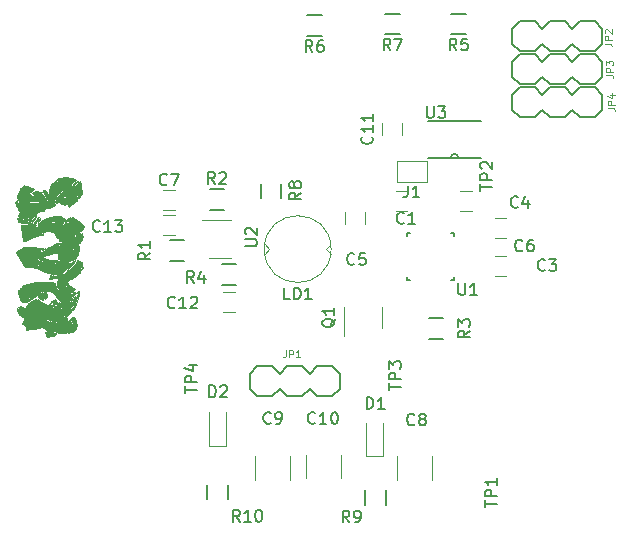
<source format=gto>
G04 #@! TF.GenerationSoftware,KiCad,Pcbnew,no-vcs-found-2a3a699~58~ubuntu16.04.1*
G04 #@! TF.CreationDate,2017-05-22T10:07:49+03:00*
G04 #@! TF.ProjectId,interferometer,696E7465726665726F6D657465722E6B,1*
G04 #@! TF.FileFunction,Legend,Top*
G04 #@! TF.FilePolarity,Positive*
%FSLAX46Y46*%
G04 Gerber Fmt 4.6, Leading zero omitted, Abs format (unit mm)*
G04 Created by KiCad (PCBNEW no-vcs-found-2a3a699~58~ubuntu16.04.1) date Mon May 22 10:07:49 2017*
%MOMM*%
%LPD*%
G01*
G04 APERTURE LIST*
%ADD10C,0.100000*%
%ADD11C,0.010000*%
%ADD12C,0.120000*%
%ADD13C,0.152400*%
%ADD14C,0.150000*%
%ADD15C,0.203200*%
G04 APERTURE END LIST*
D10*
D11*
G36*
X129990424Y-102421409D02*
X130042237Y-102354121D01*
X130130928Y-102262841D01*
X130142054Y-102251971D01*
X130262433Y-102134722D01*
X130442685Y-102210757D01*
X130562571Y-102262017D01*
X130690867Y-102317924D01*
X130780953Y-102357937D01*
X130938969Y-102429081D01*
X130834036Y-102444778D01*
X130767732Y-102453033D01*
X130662440Y-102464245D01*
X130532071Y-102477003D01*
X130390540Y-102489899D01*
X130375499Y-102491212D01*
X130203932Y-102503922D01*
X130082241Y-102505961D01*
X130007826Y-102494664D01*
X129978087Y-102467369D01*
X129990424Y-102421409D01*
X129990424Y-102421409D01*
G37*
X129990424Y-102421409D02*
X130042237Y-102354121D01*
X130130928Y-102262841D01*
X130142054Y-102251971D01*
X130262433Y-102134722D01*
X130442685Y-102210757D01*
X130562571Y-102262017D01*
X130690867Y-102317924D01*
X130780953Y-102357937D01*
X130938969Y-102429081D01*
X130834036Y-102444778D01*
X130767732Y-102453033D01*
X130662440Y-102464245D01*
X130532071Y-102477003D01*
X130390540Y-102489899D01*
X130375499Y-102491212D01*
X130203932Y-102503922D01*
X130082241Y-102505961D01*
X130007826Y-102494664D01*
X129978087Y-102467369D01*
X129990424Y-102421409D01*
G36*
X130313098Y-101834115D02*
X130379737Y-101826237D01*
X130419806Y-101825124D01*
X130491952Y-101828618D01*
X130545353Y-101845275D01*
X130597947Y-101884355D01*
X130663977Y-101951195D01*
X130790181Y-102086258D01*
X130880712Y-102185504D01*
X130937228Y-102250856D01*
X130961384Y-102284236D01*
X130954836Y-102287566D01*
X130952921Y-102286527D01*
X130838833Y-102220279D01*
X130717267Y-102146569D01*
X130596411Y-102070747D01*
X130484451Y-101998166D01*
X130389573Y-101934180D01*
X130319964Y-101884139D01*
X130283810Y-101853396D01*
X130280743Y-101847065D01*
X130313098Y-101834115D01*
X130313098Y-101834115D01*
G37*
X130313098Y-101834115D02*
X130379737Y-101826237D01*
X130419806Y-101825124D01*
X130491952Y-101828618D01*
X130545353Y-101845275D01*
X130597947Y-101884355D01*
X130663977Y-101951195D01*
X130790181Y-102086258D01*
X130880712Y-102185504D01*
X130937228Y-102250856D01*
X130961384Y-102284236D01*
X130954836Y-102287566D01*
X130952921Y-102286527D01*
X130838833Y-102220279D01*
X130717267Y-102146569D01*
X130596411Y-102070747D01*
X130484451Y-101998166D01*
X130389573Y-101934180D01*
X130319964Y-101884139D01*
X130283810Y-101853396D01*
X130280743Y-101847065D01*
X130313098Y-101834115D01*
G36*
X130023922Y-102667624D02*
X130090903Y-102658271D01*
X130189459Y-102647370D01*
X130308887Y-102635817D01*
X130438488Y-102624510D01*
X130567560Y-102614345D01*
X130685402Y-102606220D01*
X130781311Y-102601032D01*
X130844587Y-102599678D01*
X130864554Y-102601990D01*
X130844039Y-102611307D01*
X130781643Y-102630045D01*
X130687152Y-102655444D01*
X130575522Y-102683487D01*
X130442317Y-102714918D01*
X130346747Y-102733687D01*
X130275220Y-102741053D01*
X130214149Y-102738277D01*
X130149941Y-102726618D01*
X130138431Y-102724003D01*
X130061266Y-102703265D01*
X130010713Y-102684065D01*
X129999217Y-102674531D01*
X130023922Y-102667624D01*
X130023922Y-102667624D01*
G37*
X130023922Y-102667624D02*
X130090903Y-102658271D01*
X130189459Y-102647370D01*
X130308887Y-102635817D01*
X130438488Y-102624510D01*
X130567560Y-102614345D01*
X130685402Y-102606220D01*
X130781311Y-102601032D01*
X130844587Y-102599678D01*
X130864554Y-102601990D01*
X130844039Y-102611307D01*
X130781643Y-102630045D01*
X130687152Y-102655444D01*
X130575522Y-102683487D01*
X130442317Y-102714918D01*
X130346747Y-102733687D01*
X130275220Y-102741053D01*
X130214149Y-102738277D01*
X130149941Y-102726618D01*
X130138431Y-102724003D01*
X130061266Y-102703265D01*
X130010713Y-102684065D01*
X129999217Y-102674531D01*
X130023922Y-102667624D01*
G36*
X130958932Y-92851936D02*
X131033919Y-92724072D01*
X131103319Y-92631115D01*
X131153762Y-92585513D01*
X131213766Y-92549184D01*
X131250534Y-92534030D01*
X131265382Y-92546033D01*
X131259624Y-92591176D01*
X131234574Y-92675442D01*
X131197830Y-92786072D01*
X131162906Y-92888636D01*
X131133813Y-92953438D01*
X131097887Y-92992472D01*
X131042463Y-93017734D01*
X130954878Y-93041217D01*
X130919120Y-93050035D01*
X130843726Y-93068722D01*
X130958932Y-92851936D01*
X130958932Y-92851936D01*
G37*
X130958932Y-92851936D02*
X131033919Y-92724072D01*
X131103319Y-92631115D01*
X131153762Y-92585513D01*
X131213766Y-92549184D01*
X131250534Y-92534030D01*
X131265382Y-92546033D01*
X131259624Y-92591176D01*
X131234574Y-92675442D01*
X131197830Y-92786072D01*
X131162906Y-92888636D01*
X131133813Y-92953438D01*
X131097887Y-92992472D01*
X131042463Y-93017734D01*
X130954878Y-93041217D01*
X130919120Y-93050035D01*
X130843726Y-93068722D01*
X130958932Y-92851936D01*
G36*
X130640275Y-99778932D02*
X130680060Y-99767508D01*
X130756854Y-99754717D01*
X130854734Y-99743168D01*
X130864068Y-99742276D01*
X130966403Y-99734165D01*
X131037508Y-99736450D01*
X131098934Y-99753878D01*
X131172232Y-99791196D01*
X131225290Y-99821846D01*
X131324512Y-99880368D01*
X131382164Y-99916576D01*
X131402828Y-99934384D01*
X131391085Y-99937703D01*
X131352768Y-99930717D01*
X131301921Y-99920769D01*
X131211229Y-99903982D01*
X131093143Y-99882630D01*
X130960111Y-99858983D01*
X130948414Y-99856923D01*
X130825476Y-99833589D01*
X130727154Y-99811643D01*
X130662098Y-99793274D01*
X130638954Y-99780670D01*
X130640275Y-99778932D01*
X130640275Y-99778932D01*
G37*
X130640275Y-99778932D02*
X130680060Y-99767508D01*
X130756854Y-99754717D01*
X130854734Y-99743168D01*
X130864068Y-99742276D01*
X130966403Y-99734165D01*
X131037508Y-99736450D01*
X131098934Y-99753878D01*
X131172232Y-99791196D01*
X131225290Y-99821846D01*
X131324512Y-99880368D01*
X131382164Y-99916576D01*
X131402828Y-99934384D01*
X131391085Y-99937703D01*
X131352768Y-99930717D01*
X131301921Y-99920769D01*
X131211229Y-99903982D01*
X131093143Y-99882630D01*
X130960111Y-99858983D01*
X130948414Y-99856923D01*
X130825476Y-99833589D01*
X130727154Y-99811643D01*
X130662098Y-99793274D01*
X130638954Y-99780670D01*
X130640275Y-99778932D01*
G36*
X131404412Y-99662215D02*
X131486568Y-99655410D01*
X131546564Y-99658682D01*
X131564784Y-99665814D01*
X131593433Y-99703416D01*
X131634752Y-99765361D01*
X131680693Y-99838464D01*
X131723207Y-99909537D01*
X131754245Y-99965395D01*
X131765759Y-99992852D01*
X131764968Y-99993776D01*
X131738235Y-99980267D01*
X131676755Y-99943681D01*
X131590249Y-99889929D01*
X131508042Y-99837564D01*
X131265260Y-99681353D01*
X131404412Y-99662215D01*
X131404412Y-99662215D01*
G37*
X131404412Y-99662215D02*
X131486568Y-99655410D01*
X131546564Y-99658682D01*
X131564784Y-99665814D01*
X131593433Y-99703416D01*
X131634752Y-99765361D01*
X131680693Y-99838464D01*
X131723207Y-99909537D01*
X131754245Y-99965395D01*
X131765759Y-99992852D01*
X131764968Y-99993776D01*
X131738235Y-99980267D01*
X131676755Y-99943681D01*
X131590249Y-99889929D01*
X131508042Y-99837564D01*
X131265260Y-99681353D01*
X131404412Y-99662215D01*
G36*
X130279836Y-97952872D02*
X130311063Y-97930387D01*
X130377294Y-97886342D01*
X130468517Y-97827301D01*
X130564722Y-97766130D01*
X130677309Y-97695895D01*
X130755722Y-97650528D01*
X130810355Y-97626067D01*
X130851605Y-97618549D01*
X130889868Y-97624013D01*
X130916394Y-97632098D01*
X130975774Y-97652892D01*
X131005831Y-97665766D01*
X131006774Y-97666837D01*
X130985966Y-97682858D01*
X130929831Y-97723355D01*
X130846594Y-97782457D01*
X130744481Y-97854291D01*
X130729499Y-97864783D01*
X130453235Y-98058152D01*
X130354233Y-98016786D01*
X130296064Y-97985471D01*
X130276479Y-97958987D01*
X130279836Y-97952872D01*
X130279836Y-97952872D01*
G37*
X130279836Y-97952872D02*
X130311063Y-97930387D01*
X130377294Y-97886342D01*
X130468517Y-97827301D01*
X130564722Y-97766130D01*
X130677309Y-97695895D01*
X130755722Y-97650528D01*
X130810355Y-97626067D01*
X130851605Y-97618549D01*
X130889868Y-97624013D01*
X130916394Y-97632098D01*
X130975774Y-97652892D01*
X131005831Y-97665766D01*
X131006774Y-97666837D01*
X130985966Y-97682858D01*
X130929831Y-97723355D01*
X130846594Y-97782457D01*
X130744481Y-97854291D01*
X130729499Y-97864783D01*
X130453235Y-98058152D01*
X130354233Y-98016786D01*
X130296064Y-97985471D01*
X130276479Y-97958987D01*
X130279836Y-97952872D01*
G36*
X130759187Y-96908912D02*
X130824029Y-96893294D01*
X130853990Y-96887449D01*
X130938188Y-96879017D01*
X131007309Y-96894889D01*
X131072703Y-96929263D01*
X131177694Y-96991872D01*
X131104282Y-97019783D01*
X131042618Y-97040056D01*
X131004342Y-97047694D01*
X130963930Y-97038169D01*
X130900712Y-97014373D01*
X130830402Y-96983476D01*
X130768713Y-96952646D01*
X130731359Y-96929053D01*
X130727242Y-96921271D01*
X130759187Y-96908912D01*
X130759187Y-96908912D01*
G37*
X130759187Y-96908912D02*
X130824029Y-96893294D01*
X130853990Y-96887449D01*
X130938188Y-96879017D01*
X131007309Y-96894889D01*
X131072703Y-96929263D01*
X131177694Y-96991872D01*
X131104282Y-97019783D01*
X131042618Y-97040056D01*
X131004342Y-97047694D01*
X130963930Y-97038169D01*
X130900712Y-97014373D01*
X130830402Y-96983476D01*
X130768713Y-96952646D01*
X130731359Y-96929053D01*
X130727242Y-96921271D01*
X130759187Y-96908912D01*
G36*
X130851845Y-94652907D02*
X130916947Y-94625401D01*
X130992395Y-94599465D01*
X131039215Y-94593666D01*
X131078110Y-94608545D01*
X131110158Y-94630432D01*
X131169725Y-94679359D01*
X131243543Y-94747747D01*
X131282990Y-94787179D01*
X131385675Y-94893283D01*
X131097245Y-94820923D01*
X130951101Y-94781118D01*
X130855501Y-94746596D01*
X130808433Y-94715175D01*
X130807885Y-94684672D01*
X130851845Y-94652907D01*
X130851845Y-94652907D01*
G37*
X130851845Y-94652907D02*
X130916947Y-94625401D01*
X130992395Y-94599465D01*
X131039215Y-94593666D01*
X131078110Y-94608545D01*
X131110158Y-94630432D01*
X131169725Y-94679359D01*
X131243543Y-94747747D01*
X131282990Y-94787179D01*
X131385675Y-94893283D01*
X131097245Y-94820923D01*
X130951101Y-94781118D01*
X130855501Y-94746596D01*
X130808433Y-94715175D01*
X130807885Y-94684672D01*
X130851845Y-94652907D01*
G36*
X131368167Y-94472760D02*
X131452642Y-94459519D01*
X131515603Y-94457552D01*
X131538510Y-94464084D01*
X131556556Y-94500203D01*
X131581839Y-94570599D01*
X131602481Y-94638089D01*
X131628355Y-94726741D01*
X131650207Y-94797861D01*
X131660421Y-94828116D01*
X131651204Y-94866071D01*
X131615062Y-94885587D01*
X131560693Y-94888080D01*
X131510744Y-94850255D01*
X131500342Y-94838069D01*
X131453795Y-94782035D01*
X131388564Y-94704358D01*
X131332153Y-94637645D01*
X131218589Y-94503812D01*
X131368167Y-94472760D01*
X131368167Y-94472760D01*
G37*
X131368167Y-94472760D02*
X131452642Y-94459519D01*
X131515603Y-94457552D01*
X131538510Y-94464084D01*
X131556556Y-94500203D01*
X131581839Y-94570599D01*
X131602481Y-94638089D01*
X131628355Y-94726741D01*
X131650207Y-94797861D01*
X131660421Y-94828116D01*
X131651204Y-94866071D01*
X131615062Y-94885587D01*
X131560693Y-94888080D01*
X131510744Y-94850255D01*
X131500342Y-94838069D01*
X131453795Y-94782035D01*
X131388564Y-94704358D01*
X131332153Y-94637645D01*
X131218589Y-94503812D01*
X131368167Y-94472760D01*
G36*
X128791022Y-92430138D02*
X128839994Y-92394218D01*
X128874131Y-92403218D01*
X128884483Y-92444349D01*
X128861102Y-92474565D01*
X128814017Y-92482595D01*
X128765412Y-92479777D01*
X128763759Y-92462327D01*
X128791022Y-92430138D01*
X128791022Y-92430138D01*
G37*
X128791022Y-92430138D02*
X128839994Y-92394218D01*
X128874131Y-92403218D01*
X128884483Y-92444349D01*
X128861102Y-92474565D01*
X128814017Y-92482595D01*
X128765412Y-92479777D01*
X128763759Y-92462327D01*
X128791022Y-92430138D01*
G36*
X129163167Y-99834528D02*
X129176437Y-99847799D01*
X129163167Y-99861069D01*
X129149896Y-99847799D01*
X129163167Y-99834528D01*
X129163167Y-99834528D01*
G37*
X129163167Y-99834528D02*
X129176437Y-99847799D01*
X129163167Y-99861069D01*
X129149896Y-99847799D01*
X129163167Y-99834528D01*
G36*
X129033314Y-101386815D02*
X129130696Y-101312538D01*
X129364436Y-101429489D01*
X129474664Y-101486443D01*
X129546453Y-101529787D01*
X129589832Y-101567563D01*
X129614827Y-101607815D01*
X129626030Y-101639335D01*
X129648996Y-101729165D01*
X129650084Y-101779100D01*
X129628917Y-101797777D01*
X129619077Y-101798582D01*
X129580890Y-101787170D01*
X129507435Y-101756660D01*
X129410437Y-101712645D01*
X129301620Y-101660717D01*
X129192709Y-101606466D01*
X129095426Y-101555486D01*
X129023008Y-101514292D01*
X128935932Y-101461093D01*
X129033314Y-101386815D01*
X129033314Y-101386815D01*
G37*
X129033314Y-101386815D02*
X129130696Y-101312538D01*
X129364436Y-101429489D01*
X129474664Y-101486443D01*
X129546453Y-101529787D01*
X129589832Y-101567563D01*
X129614827Y-101607815D01*
X129626030Y-101639335D01*
X129648996Y-101729165D01*
X129650084Y-101779100D01*
X129628917Y-101797777D01*
X129619077Y-101798582D01*
X129580890Y-101787170D01*
X129507435Y-101756660D01*
X129410437Y-101712645D01*
X129301620Y-101660717D01*
X129192709Y-101606466D01*
X129095426Y-101555486D01*
X129023008Y-101514292D01*
X128935932Y-101461093D01*
X129033314Y-101386815D01*
G36*
X128894086Y-93844291D02*
X128922110Y-93849329D01*
X128992182Y-93872047D01*
X129097285Y-93909872D01*
X129230401Y-93960232D01*
X129384510Y-94020553D01*
X129487766Y-94061925D01*
X129684957Y-94141612D01*
X129838132Y-94203731D01*
X129952444Y-94250706D01*
X130033050Y-94284964D01*
X130085106Y-94308930D01*
X130113767Y-94325032D01*
X130124188Y-94335693D01*
X130121524Y-94343341D01*
X130110933Y-94350402D01*
X130106496Y-94353066D01*
X130060196Y-94362124D01*
X129971868Y-94363015D01*
X129851744Y-94356875D01*
X129710058Y-94344840D01*
X129557041Y-94328043D01*
X129402927Y-94307621D01*
X129257948Y-94284709D01*
X129132338Y-94260441D01*
X129036329Y-94235954D01*
X129028598Y-94233487D01*
X128983574Y-94214153D01*
X128954532Y-94183448D01*
X128933516Y-94127643D01*
X128912661Y-94033489D01*
X128897390Y-93943326D01*
X128890779Y-93875161D01*
X128894086Y-93844291D01*
X128894086Y-93844291D01*
G37*
X128894086Y-93844291D02*
X128922110Y-93849329D01*
X128992182Y-93872047D01*
X129097285Y-93909872D01*
X129230401Y-93960232D01*
X129384510Y-94020553D01*
X129487766Y-94061925D01*
X129684957Y-94141612D01*
X129838132Y-94203731D01*
X129952444Y-94250706D01*
X130033050Y-94284964D01*
X130085106Y-94308930D01*
X130113767Y-94325032D01*
X130124188Y-94335693D01*
X130121524Y-94343341D01*
X130110933Y-94350402D01*
X130106496Y-94353066D01*
X130060196Y-94362124D01*
X129971868Y-94363015D01*
X129851744Y-94356875D01*
X129710058Y-94344840D01*
X129557041Y-94328043D01*
X129402927Y-94307621D01*
X129257948Y-94284709D01*
X129132338Y-94260441D01*
X129036329Y-94235954D01*
X129028598Y-94233487D01*
X128983574Y-94214153D01*
X128954532Y-94183448D01*
X128933516Y-94127643D01*
X128912661Y-94033489D01*
X128897390Y-93943326D01*
X128890779Y-93875161D01*
X128894086Y-93844291D01*
G36*
X130150016Y-91738752D02*
X130185006Y-91699627D01*
X130226838Y-91665556D01*
X130233437Y-91670454D01*
X130204804Y-91713587D01*
X130185006Y-91739439D01*
X130149980Y-91776436D01*
X130132836Y-91779320D01*
X130132513Y-91776729D01*
X130150016Y-91738752D01*
X130150016Y-91738752D01*
G37*
X130150016Y-91738752D02*
X130185006Y-91699627D01*
X130226838Y-91665556D01*
X130233437Y-91670454D01*
X130204804Y-91713587D01*
X130185006Y-91739439D01*
X130149980Y-91776436D01*
X130132836Y-91779320D01*
X130132513Y-91776729D01*
X130150016Y-91738752D01*
G36*
X129106199Y-91430937D02*
X129147087Y-91384344D01*
X129208990Y-91323916D01*
X129281421Y-91258974D01*
X129353893Y-91198841D01*
X129415919Y-91152835D01*
X129457012Y-91130279D01*
X129462462Y-91129388D01*
X129515203Y-91138748D01*
X129610877Y-91164930D01*
X129742815Y-91205852D01*
X129904351Y-91259429D01*
X130088815Y-91323576D01*
X130125411Y-91336611D01*
X130344500Y-91414929D01*
X130221819Y-91551380D01*
X130152608Y-91624502D01*
X130090930Y-91683014D01*
X130051595Y-91713275D01*
X130016797Y-91718473D01*
X129952063Y-91710211D01*
X129852193Y-91687324D01*
X129711988Y-91648646D01*
X129557068Y-91602438D01*
X129411540Y-91557649D01*
X129284301Y-91517693D01*
X129183788Y-91485283D01*
X129118440Y-91463134D01*
X129096814Y-91454376D01*
X129106199Y-91430937D01*
X129106199Y-91430937D01*
G37*
X129106199Y-91430937D02*
X129147087Y-91384344D01*
X129208990Y-91323916D01*
X129281421Y-91258974D01*
X129353893Y-91198841D01*
X129415919Y-91152835D01*
X129457012Y-91130279D01*
X129462462Y-91129388D01*
X129515203Y-91138748D01*
X129610877Y-91164930D01*
X129742815Y-91205852D01*
X129904351Y-91259429D01*
X130088815Y-91323576D01*
X130125411Y-91336611D01*
X130344500Y-91414929D01*
X130221819Y-91551380D01*
X130152608Y-91624502D01*
X130090930Y-91683014D01*
X130051595Y-91713275D01*
X130016797Y-91718473D01*
X129952063Y-91710211D01*
X129852193Y-91687324D01*
X129711988Y-91648646D01*
X129557068Y-91602438D01*
X129411540Y-91557649D01*
X129284301Y-91517693D01*
X129183788Y-91485283D01*
X129118440Y-91463134D01*
X129096814Y-91454376D01*
X129106199Y-91430937D01*
G36*
X128922106Y-93716873D02*
X128946800Y-93662470D01*
X128981868Y-93593907D01*
X129019286Y-93527128D01*
X129041215Y-93492006D01*
X129059696Y-93482326D01*
X129084535Y-93507324D01*
X129120150Y-93572866D01*
X129148983Y-93635105D01*
X129230672Y-93817174D01*
X129418669Y-93799702D01*
X129516070Y-93793194D01*
X129592565Y-93797983D01*
X129661709Y-93819206D01*
X129737057Y-93862000D01*
X129832165Y-93931500D01*
X129893684Y-93979705D01*
X129961659Y-94031340D01*
X130007156Y-94054181D01*
X130048851Y-94052965D01*
X130103943Y-94033029D01*
X130183169Y-93990773D01*
X130249063Y-93939612D01*
X130253189Y-93935315D01*
X130308437Y-93878677D01*
X130366872Y-93823230D01*
X130416759Y-93779514D01*
X130446363Y-93758071D01*
X130449938Y-93758585D01*
X130437876Y-93786056D01*
X130407200Y-93845361D01*
X130376149Y-93902553D01*
X130310659Y-94013921D01*
X130247980Y-94107831D01*
X130194835Y-94175107D01*
X130157948Y-94206571D01*
X130152511Y-94207778D01*
X130124185Y-94198794D01*
X130054598Y-94173931D01*
X129952051Y-94136321D01*
X129824845Y-94089095D01*
X129681279Y-94035385D01*
X129529656Y-93978323D01*
X129378275Y-93921040D01*
X129235437Y-93866669D01*
X129109443Y-93818342D01*
X129008593Y-93779189D01*
X128941188Y-93752343D01*
X128915808Y-93741177D01*
X128922106Y-93716873D01*
X128922106Y-93716873D01*
G37*
X128922106Y-93716873D02*
X128946800Y-93662470D01*
X128981868Y-93593907D01*
X129019286Y-93527128D01*
X129041215Y-93492006D01*
X129059696Y-93482326D01*
X129084535Y-93507324D01*
X129120150Y-93572866D01*
X129148983Y-93635105D01*
X129230672Y-93817174D01*
X129418669Y-93799702D01*
X129516070Y-93793194D01*
X129592565Y-93797983D01*
X129661709Y-93819206D01*
X129737057Y-93862000D01*
X129832165Y-93931500D01*
X129893684Y-93979705D01*
X129961659Y-94031340D01*
X130007156Y-94054181D01*
X130048851Y-94052965D01*
X130103943Y-94033029D01*
X130183169Y-93990773D01*
X130249063Y-93939612D01*
X130253189Y-93935315D01*
X130308437Y-93878677D01*
X130366872Y-93823230D01*
X130416759Y-93779514D01*
X130446363Y-93758071D01*
X130449938Y-93758585D01*
X130437876Y-93786056D01*
X130407200Y-93845361D01*
X130376149Y-93902553D01*
X130310659Y-94013921D01*
X130247980Y-94107831D01*
X130194835Y-94175107D01*
X130157948Y-94206571D01*
X130152511Y-94207778D01*
X130124185Y-94198794D01*
X130054598Y-94173931D01*
X129952051Y-94136321D01*
X129824845Y-94089095D01*
X129681279Y-94035385D01*
X129529656Y-93978323D01*
X129378275Y-93921040D01*
X129235437Y-93866669D01*
X129109443Y-93818342D01*
X129008593Y-93779189D01*
X128941188Y-93752343D01*
X128915808Y-93741177D01*
X128922106Y-93716873D01*
G36*
X130459266Y-93208056D02*
X130490764Y-93204880D01*
X130494654Y-93208056D01*
X130491011Y-93223835D01*
X130476960Y-93225751D01*
X130455113Y-93216040D01*
X130459266Y-93208056D01*
X130459266Y-93208056D01*
G37*
X130459266Y-93208056D02*
X130490764Y-93204880D01*
X130494654Y-93208056D01*
X130491011Y-93223835D01*
X130476960Y-93225751D01*
X130455113Y-93216040D01*
X130459266Y-93208056D01*
G36*
X129792444Y-101140438D02*
X129830261Y-101098294D01*
X129866824Y-101060252D01*
X129944655Y-100987913D01*
X130029953Y-100929257D01*
X130139035Y-100874273D01*
X130237067Y-100833093D01*
X130341381Y-100792365D01*
X130425444Y-100761475D01*
X130478435Y-100744289D01*
X130491157Y-100742355D01*
X130481793Y-100765814D01*
X130448529Y-100812250D01*
X130445063Y-100816555D01*
X130395057Y-100880223D01*
X130357309Y-100931184D01*
X130318381Y-100961370D01*
X130242398Y-101001897D01*
X130142582Y-101046076D01*
X130088332Y-101067271D01*
X129948609Y-101119254D01*
X129853924Y-101152712D01*
X129799511Y-101167497D01*
X129780606Y-101163456D01*
X129792444Y-101140438D01*
X129792444Y-101140438D01*
G37*
X129792444Y-101140438D02*
X129830261Y-101098294D01*
X129866824Y-101060252D01*
X129944655Y-100987913D01*
X130029953Y-100929257D01*
X130139035Y-100874273D01*
X130237067Y-100833093D01*
X130341381Y-100792365D01*
X130425444Y-100761475D01*
X130478435Y-100744289D01*
X130491157Y-100742355D01*
X130481793Y-100765814D01*
X130448529Y-100812250D01*
X130445063Y-100816555D01*
X130395057Y-100880223D01*
X130357309Y-100931184D01*
X130318381Y-100961370D01*
X130242398Y-101001897D01*
X130142582Y-101046076D01*
X130088332Y-101067271D01*
X129948609Y-101119254D01*
X129853924Y-101152712D01*
X129799511Y-101167497D01*
X129780606Y-101163456D01*
X129792444Y-101140438D01*
G36*
X130254244Y-94357738D02*
X130287928Y-94299901D01*
X130339346Y-94219593D01*
X130401560Y-94126899D01*
X130467631Y-94031906D01*
X130530620Y-93944698D01*
X130583587Y-93875362D01*
X130619595Y-93833983D01*
X130627229Y-93827779D01*
X130680021Y-93813009D01*
X130698208Y-93814508D01*
X130706144Y-93838354D01*
X130687419Y-93901097D01*
X130641199Y-94005241D01*
X130620064Y-94048530D01*
X130566291Y-94152339D01*
X130516071Y-94241323D01*
X130477111Y-94302146D01*
X130464546Y-94317552D01*
X130417363Y-94347802D01*
X130351240Y-94373296D01*
X130287442Y-94387685D01*
X130247235Y-94384623D01*
X130245233Y-94383017D01*
X130254244Y-94357738D01*
X130254244Y-94357738D01*
G37*
X130254244Y-94357738D02*
X130287928Y-94299901D01*
X130339346Y-94219593D01*
X130401560Y-94126899D01*
X130467631Y-94031906D01*
X130530620Y-93944698D01*
X130583587Y-93875362D01*
X130619595Y-93833983D01*
X130627229Y-93827779D01*
X130680021Y-93813009D01*
X130698208Y-93814508D01*
X130706144Y-93838354D01*
X130687419Y-93901097D01*
X130641199Y-94005241D01*
X130620064Y-94048530D01*
X130566291Y-94152339D01*
X130516071Y-94241323D01*
X130477111Y-94302146D01*
X130464546Y-94317552D01*
X130417363Y-94347802D01*
X130351240Y-94373296D01*
X130287442Y-94387685D01*
X130247235Y-94384623D01*
X130245233Y-94383017D01*
X130254244Y-94357738D01*
G36*
X130782185Y-96702658D02*
X130795455Y-96715928D01*
X130782185Y-96729199D01*
X130768914Y-96715928D01*
X130782185Y-96702658D01*
X130782185Y-96702658D01*
G37*
X130782185Y-96702658D02*
X130795455Y-96715928D01*
X130782185Y-96729199D01*
X130768914Y-96715928D01*
X130782185Y-96702658D01*
G36*
X130621907Y-94249076D02*
X130654704Y-94177978D01*
X130688620Y-94108248D01*
X130736912Y-94012496D01*
X130776988Y-93937995D01*
X130803016Y-93895349D01*
X130809022Y-93889282D01*
X130823167Y-93910617D01*
X130819111Y-93962929D01*
X130800198Y-94028685D01*
X130771065Y-94088342D01*
X130717306Y-94164639D01*
X130655240Y-94242422D01*
X130650762Y-94247590D01*
X130621271Y-94278967D01*
X130611208Y-94281101D01*
X130621907Y-94249076D01*
X130621907Y-94249076D01*
G37*
X130621907Y-94249076D02*
X130654704Y-94177978D01*
X130688620Y-94108248D01*
X130736912Y-94012496D01*
X130776988Y-93937995D01*
X130803016Y-93895349D01*
X130809022Y-93889282D01*
X130823167Y-93910617D01*
X130819111Y-93962929D01*
X130800198Y-94028685D01*
X130771065Y-94088342D01*
X130717306Y-94164639D01*
X130655240Y-94242422D01*
X130650762Y-94247590D01*
X130621271Y-94278967D01*
X130611208Y-94281101D01*
X130621907Y-94249076D01*
G36*
X130200386Y-91842314D02*
X130239347Y-91788477D01*
X130291120Y-91721832D01*
X130344933Y-91656210D01*
X130390018Y-91605440D01*
X130393174Y-91602181D01*
X130425375Y-91599060D01*
X130496392Y-91606016D01*
X130593232Y-91621568D01*
X130636208Y-91629848D01*
X130744705Y-91652503D01*
X130811413Y-91670646D01*
X130846649Y-91689893D01*
X130860733Y-91715860D01*
X130863972Y-91753836D01*
X130873141Y-91840841D01*
X130886756Y-91905322D01*
X130896214Y-91957261D01*
X130874435Y-91976138D01*
X130831509Y-91978575D01*
X130766398Y-91974615D01*
X130672787Y-91963763D01*
X130562714Y-91948050D01*
X130448220Y-91929506D01*
X130341344Y-91910163D01*
X130254126Y-91892052D01*
X130198605Y-91877204D01*
X130185006Y-91869512D01*
X130200386Y-91842314D01*
X130200386Y-91842314D01*
G37*
X130200386Y-91842314D02*
X130239347Y-91788477D01*
X130291120Y-91721832D01*
X130344933Y-91656210D01*
X130390018Y-91605440D01*
X130393174Y-91602181D01*
X130425375Y-91599060D01*
X130496392Y-91606016D01*
X130593232Y-91621568D01*
X130636208Y-91629848D01*
X130744705Y-91652503D01*
X130811413Y-91670646D01*
X130846649Y-91689893D01*
X130860733Y-91715860D01*
X130863972Y-91753836D01*
X130873141Y-91840841D01*
X130886756Y-91905322D01*
X130896214Y-91957261D01*
X130874435Y-91976138D01*
X130831509Y-91978575D01*
X130766398Y-91974615D01*
X130672787Y-91963763D01*
X130562714Y-91948050D01*
X130448220Y-91929506D01*
X130341344Y-91910163D01*
X130254126Y-91892052D01*
X130198605Y-91877204D01*
X130185006Y-91869512D01*
X130200386Y-91842314D01*
G36*
X130468874Y-93089489D02*
X130508511Y-93020964D01*
X130562101Y-92925925D01*
X130618286Y-92824519D01*
X130620218Y-92820996D01*
X130671831Y-92730007D01*
X130709739Y-92676462D01*
X130744364Y-92650521D01*
X130786130Y-92642346D01*
X130810025Y-92641843D01*
X130870076Y-92643523D01*
X130898444Y-92647652D01*
X130898805Y-92648478D01*
X130887525Y-92674070D01*
X130859983Y-92736342D01*
X130821422Y-92823440D01*
X130807809Y-92854173D01*
X130750119Y-92971295D01*
X130692167Y-93050285D01*
X130619838Y-93104252D01*
X130519016Y-93146305D01*
X130479527Y-93159047D01*
X130415741Y-93178827D01*
X130468874Y-93089489D01*
X130468874Y-93089489D01*
G37*
X130468874Y-93089489D02*
X130508511Y-93020964D01*
X130562101Y-92925925D01*
X130618286Y-92824519D01*
X130620218Y-92820996D01*
X130671831Y-92730007D01*
X130709739Y-92676462D01*
X130744364Y-92650521D01*
X130786130Y-92642346D01*
X130810025Y-92641843D01*
X130870076Y-92643523D01*
X130898444Y-92647652D01*
X130898805Y-92648478D01*
X130887525Y-92674070D01*
X130859983Y-92736342D01*
X130821422Y-92823440D01*
X130807809Y-92854173D01*
X130750119Y-92971295D01*
X130692167Y-93050285D01*
X130619838Y-93104252D01*
X130519016Y-93146305D01*
X130479527Y-93159047D01*
X130415741Y-93178827D01*
X130468874Y-93089489D01*
G36*
X129175176Y-96475695D02*
X129265221Y-96425631D01*
X129340738Y-96380162D01*
X129385400Y-96349118D01*
X129385442Y-96349083D01*
X129422950Y-96329481D01*
X129482876Y-96322983D01*
X129578102Y-96328653D01*
X129614368Y-96332464D01*
X129696040Y-96339906D01*
X129820021Y-96349082D01*
X129975594Y-96359303D01*
X130152040Y-96369877D01*
X130338641Y-96380112D01*
X130410607Y-96383801D01*
X130586052Y-96392856D01*
X130744096Y-96401487D01*
X130876908Y-96409228D01*
X130976656Y-96415612D01*
X131035509Y-96420173D01*
X131047597Y-96421733D01*
X131039994Y-96438185D01*
X130996063Y-96475294D01*
X130924639Y-96525821D01*
X130904141Y-96539300D01*
X130734143Y-96649575D01*
X130399856Y-96649313D01*
X130219393Y-96646594D01*
X130006425Y-96639300D01*
X129777762Y-96628347D01*
X129550212Y-96614653D01*
X129340584Y-96599136D01*
X129165687Y-96582713D01*
X129151961Y-96581192D01*
X129008048Y-96564989D01*
X129175176Y-96475695D01*
X129175176Y-96475695D01*
G37*
X129175176Y-96475695D02*
X129265221Y-96425631D01*
X129340738Y-96380162D01*
X129385400Y-96349118D01*
X129385442Y-96349083D01*
X129422950Y-96329481D01*
X129482876Y-96322983D01*
X129578102Y-96328653D01*
X129614368Y-96332464D01*
X129696040Y-96339906D01*
X129820021Y-96349082D01*
X129975594Y-96359303D01*
X130152040Y-96369877D01*
X130338641Y-96380112D01*
X130410607Y-96383801D01*
X130586052Y-96392856D01*
X130744096Y-96401487D01*
X130876908Y-96409228D01*
X130976656Y-96415612D01*
X131035509Y-96420173D01*
X131047597Y-96421733D01*
X131039994Y-96438185D01*
X130996063Y-96475294D01*
X130924639Y-96525821D01*
X130904141Y-96539300D01*
X130734143Y-96649575D01*
X130399856Y-96649313D01*
X130219393Y-96646594D01*
X130006425Y-96639300D01*
X129777762Y-96628347D01*
X129550212Y-96614653D01*
X129340584Y-96599136D01*
X129165687Y-96582713D01*
X129151961Y-96581192D01*
X129008048Y-96564989D01*
X129175176Y-96475695D01*
G36*
X130997303Y-91693825D02*
X131024468Y-91646668D01*
X131063822Y-91586519D01*
X131105355Y-91529321D01*
X131112902Y-91540122D01*
X131113950Y-91557493D01*
X131096976Y-91604179D01*
X131059834Y-91654811D01*
X131017168Y-91696107D01*
X130991673Y-91712898D01*
X130997303Y-91693825D01*
X130997303Y-91693825D01*
G37*
X130997303Y-91693825D02*
X131024468Y-91646668D01*
X131063822Y-91586519D01*
X131105355Y-91529321D01*
X131112902Y-91540122D01*
X131113950Y-91557493D01*
X131096976Y-91604179D01*
X131059834Y-91654811D01*
X131017168Y-91696107D01*
X130991673Y-91712898D01*
X130997303Y-91693825D01*
G36*
X130666911Y-98063962D02*
X130719325Y-98021342D01*
X130799998Y-97964642D01*
X130880744Y-97912498D01*
X131003930Y-97838877D01*
X131092277Y-97794299D01*
X131153072Y-97775509D01*
X131185140Y-97776421D01*
X131230751Y-97793446D01*
X131240867Y-97818564D01*
X131213384Y-97860017D01*
X131147127Y-97925186D01*
X131040828Y-98023512D01*
X130965632Y-98091173D01*
X130913134Y-98132953D01*
X130874926Y-98153640D01*
X130842604Y-98158017D01*
X130807762Y-98150872D01*
X130770636Y-98139538D01*
X130701396Y-98114821D01*
X130657096Y-98091627D01*
X130651421Y-98085948D01*
X130666911Y-98063962D01*
X130666911Y-98063962D01*
G37*
X130666911Y-98063962D02*
X130719325Y-98021342D01*
X130799998Y-97964642D01*
X130880744Y-97912498D01*
X131003930Y-97838877D01*
X131092277Y-97794299D01*
X131153072Y-97775509D01*
X131185140Y-97776421D01*
X131230751Y-97793446D01*
X131240867Y-97818564D01*
X131213384Y-97860017D01*
X131147127Y-97925186D01*
X131040828Y-98023512D01*
X130965632Y-98091173D01*
X130913134Y-98132953D01*
X130874926Y-98153640D01*
X130842604Y-98158017D01*
X130807762Y-98150872D01*
X130770636Y-98139538D01*
X130701396Y-98114821D01*
X130657096Y-98091627D01*
X130651421Y-98085948D01*
X130666911Y-98063962D01*
G36*
X130968190Y-96599982D02*
X130982430Y-96581793D01*
X131015900Y-96554308D01*
X131074316Y-96516353D01*
X131143453Y-96475921D01*
X131209088Y-96441004D01*
X131256995Y-96419593D01*
X131273198Y-96418426D01*
X131253487Y-96437141D01*
X131201611Y-96478300D01*
X131128453Y-96533293D01*
X131122303Y-96537815D01*
X131034392Y-96598478D01*
X130977219Y-96629747D01*
X130954060Y-96630591D01*
X130968190Y-96599982D01*
X130968190Y-96599982D01*
G37*
X130968190Y-96599982D02*
X130982430Y-96581793D01*
X131015900Y-96554308D01*
X131074316Y-96516353D01*
X131143453Y-96475921D01*
X131209088Y-96441004D01*
X131256995Y-96419593D01*
X131273198Y-96418426D01*
X131253487Y-96437141D01*
X131201611Y-96478300D01*
X131128453Y-96533293D01*
X131122303Y-96537815D01*
X131034392Y-96598478D01*
X130977219Y-96629747D01*
X130954060Y-96630591D01*
X130968190Y-96599982D01*
G36*
X131117313Y-100131071D02*
X131137008Y-100107536D01*
X131187449Y-100100405D01*
X131233386Y-100099941D01*
X131306826Y-100102119D01*
X131341769Y-100115604D01*
X131352795Y-100150824D01*
X131353987Y-100186200D01*
X131364183Y-100268947D01*
X131387820Y-100362255D01*
X131393399Y-100378624D01*
X131416900Y-100444155D01*
X131430626Y-100483004D01*
X131432046Y-100487311D01*
X131415065Y-100504504D01*
X131375700Y-100540394D01*
X131324517Y-100601794D01*
X131283208Y-100675399D01*
X131252756Y-100736580D01*
X131226380Y-100772676D01*
X131224443Y-100774069D01*
X131211705Y-100755707D01*
X131194294Y-100696608D01*
X131174424Y-100608669D01*
X131154313Y-100503788D01*
X131136174Y-100393860D01*
X131122224Y-100290784D01*
X131114679Y-100206455D01*
X131113950Y-100180764D01*
X131117313Y-100131071D01*
X131117313Y-100131071D01*
G37*
X131117313Y-100131071D02*
X131137008Y-100107536D01*
X131187449Y-100100405D01*
X131233386Y-100099941D01*
X131306826Y-100102119D01*
X131341769Y-100115604D01*
X131352795Y-100150824D01*
X131353987Y-100186200D01*
X131364183Y-100268947D01*
X131387820Y-100362255D01*
X131393399Y-100378624D01*
X131416900Y-100444155D01*
X131430626Y-100483004D01*
X131432046Y-100487311D01*
X131415065Y-100504504D01*
X131375700Y-100540394D01*
X131324517Y-100601794D01*
X131283208Y-100675399D01*
X131252756Y-100736580D01*
X131226380Y-100772676D01*
X131224443Y-100774069D01*
X131211705Y-100755707D01*
X131194294Y-100696608D01*
X131174424Y-100608669D01*
X131154313Y-100503788D01*
X131136174Y-100393860D01*
X131122224Y-100290784D01*
X131114679Y-100206455D01*
X131113950Y-100180764D01*
X131117313Y-100131071D01*
G36*
X130457498Y-100936293D02*
X130518258Y-100840965D01*
X130529357Y-100825737D01*
X130610513Y-100715483D01*
X130767447Y-100872417D01*
X130906172Y-100990913D01*
X131063963Y-101092869D01*
X131223759Y-101168498D01*
X131346187Y-101204359D01*
X131412163Y-101222924D01*
X131427724Y-101249518D01*
X131395535Y-101292433D01*
X131379363Y-101307569D01*
X131333575Y-101380315D01*
X131337895Y-101469546D01*
X131366093Y-101533170D01*
X131394768Y-101598328D01*
X131404964Y-101645583D01*
X131401399Y-101670074D01*
X131381585Y-101676010D01*
X131333899Y-101662685D01*
X131266563Y-101637170D01*
X131150796Y-101587045D01*
X131016217Y-101521354D01*
X130878835Y-101448644D01*
X130754659Y-101377463D01*
X130659699Y-101316358D01*
X130643609Y-101304578D01*
X130569368Y-101238478D01*
X130497779Y-101160185D01*
X130488052Y-101147824D01*
X130444108Y-101076361D01*
X130433352Y-101010305D01*
X130457498Y-100936293D01*
X130457498Y-100936293D01*
G37*
X130457498Y-100936293D02*
X130518258Y-100840965D01*
X130529357Y-100825737D01*
X130610513Y-100715483D01*
X130767447Y-100872417D01*
X130906172Y-100990913D01*
X131063963Y-101092869D01*
X131223759Y-101168498D01*
X131346187Y-101204359D01*
X131412163Y-101222924D01*
X131427724Y-101249518D01*
X131395535Y-101292433D01*
X131379363Y-101307569D01*
X131333575Y-101380315D01*
X131337895Y-101469546D01*
X131366093Y-101533170D01*
X131394768Y-101598328D01*
X131404964Y-101645583D01*
X131401399Y-101670074D01*
X131381585Y-101676010D01*
X131333899Y-101662685D01*
X131266563Y-101637170D01*
X131150796Y-101587045D01*
X131016217Y-101521354D01*
X130878835Y-101448644D01*
X130754659Y-101377463D01*
X130659699Y-101316358D01*
X130643609Y-101304578D01*
X130569368Y-101238478D01*
X130497779Y-101160185D01*
X130488052Y-101147824D01*
X130444108Y-101076361D01*
X130433352Y-101010305D01*
X130457498Y-100936293D01*
G36*
X131126120Y-91732816D02*
X131156990Y-91670249D01*
X131176722Y-91634346D01*
X131239493Y-91523835D01*
X131375781Y-91676747D01*
X131445153Y-91757002D01*
X131485753Y-91815357D01*
X131505150Y-91868611D01*
X131510909Y-91933559D01*
X131511031Y-91976973D01*
X131503463Y-92078271D01*
X131485337Y-92172299D01*
X131472500Y-92210547D01*
X131442297Y-92267498D01*
X131416797Y-92295366D01*
X131413821Y-92295947D01*
X131394045Y-92273988D01*
X131356193Y-92216451D01*
X131306778Y-92134806D01*
X131252311Y-92040520D01*
X131199301Y-91945063D01*
X131154259Y-91859902D01*
X131123698Y-91796506D01*
X131113950Y-91767740D01*
X131126120Y-91732816D01*
X131126120Y-91732816D01*
G37*
X131126120Y-91732816D02*
X131156990Y-91670249D01*
X131176722Y-91634346D01*
X131239493Y-91523835D01*
X131375781Y-91676747D01*
X131445153Y-91757002D01*
X131485753Y-91815357D01*
X131505150Y-91868611D01*
X131510909Y-91933559D01*
X131511031Y-91976973D01*
X131503463Y-92078271D01*
X131485337Y-92172299D01*
X131472500Y-92210547D01*
X131442297Y-92267498D01*
X131416797Y-92295366D01*
X131413821Y-92295947D01*
X131394045Y-92273988D01*
X131356193Y-92216451D01*
X131306778Y-92134806D01*
X131252311Y-92040520D01*
X131199301Y-91945063D01*
X131154259Y-91859902D01*
X131123698Y-91796506D01*
X131113950Y-91767740D01*
X131126120Y-91732816D01*
G36*
X131684588Y-102621362D02*
X131697859Y-102634632D01*
X131684588Y-102647903D01*
X131671317Y-102634632D01*
X131684588Y-102621362D01*
X131684588Y-102621362D01*
G37*
X131684588Y-102621362D02*
X131697859Y-102634632D01*
X131684588Y-102647903D01*
X131671317Y-102634632D01*
X131684588Y-102621362D01*
G36*
X131689615Y-98741887D02*
X131711129Y-98719794D01*
X131743160Y-98703866D01*
X131750941Y-98713295D01*
X131732643Y-98750784D01*
X131711129Y-98772877D01*
X131679098Y-98788805D01*
X131671317Y-98779377D01*
X131689615Y-98741887D01*
X131689615Y-98741887D01*
G37*
X131689615Y-98741887D02*
X131711129Y-98719794D01*
X131743160Y-98703866D01*
X131750941Y-98713295D01*
X131732643Y-98750784D01*
X131711129Y-98772877D01*
X131679098Y-98788805D01*
X131671317Y-98779377D01*
X131689615Y-98741887D01*
G36*
X131553333Y-101204539D02*
X131598346Y-101140760D01*
X131656705Y-101069085D01*
X131720636Y-100999677D01*
X131782366Y-100942698D01*
X131784238Y-100941178D01*
X131861608Y-100882276D01*
X131933393Y-100833715D01*
X131988368Y-100802427D01*
X132015305Y-100795346D01*
X132016354Y-100797818D01*
X132002292Y-100822770D01*
X131965523Y-100878587D01*
X131916824Y-100949139D01*
X131853879Y-101025709D01*
X131773619Y-101105609D01*
X131688030Y-101178851D01*
X131609100Y-101235447D01*
X131548815Y-101265410D01*
X131534438Y-101267757D01*
X131529439Y-101250258D01*
X131553333Y-101204539D01*
X131553333Y-101204539D01*
G37*
X131553333Y-101204539D02*
X131598346Y-101140760D01*
X131656705Y-101069085D01*
X131720636Y-100999677D01*
X131782366Y-100942698D01*
X131784238Y-100941178D01*
X131861608Y-100882276D01*
X131933393Y-100833715D01*
X131988368Y-100802427D01*
X132015305Y-100795346D01*
X132016354Y-100797818D01*
X132002292Y-100822770D01*
X131965523Y-100878587D01*
X131916824Y-100949139D01*
X131853879Y-101025709D01*
X131773619Y-101105609D01*
X131688030Y-101178851D01*
X131609100Y-101235447D01*
X131548815Y-101265410D01*
X131534438Y-101267757D01*
X131529439Y-101250258D01*
X131553333Y-101204539D01*
G36*
X131661732Y-94392555D02*
X131661988Y-94392280D01*
X131711842Y-94366942D01*
X131788506Y-94353410D01*
X131877108Y-94350931D01*
X131962774Y-94358752D01*
X132030631Y-94376120D01*
X132065806Y-94402282D01*
X132067699Y-94412816D01*
X132053017Y-94442553D01*
X132015093Y-94505191D01*
X131960661Y-94589823D01*
X131928357Y-94638471D01*
X131866950Y-94727820D01*
X131816208Y-94797607D01*
X131783414Y-94838017D01*
X131775797Y-94844166D01*
X131758642Y-94820975D01*
X131735719Y-94759965D01*
X131710660Y-94675564D01*
X131687098Y-94582197D01*
X131668668Y-94494289D01*
X131659001Y-94426267D01*
X131661732Y-94392555D01*
X131661732Y-94392555D01*
G37*
X131661732Y-94392555D02*
X131661988Y-94392280D01*
X131711842Y-94366942D01*
X131788506Y-94353410D01*
X131877108Y-94350931D01*
X131962774Y-94358752D01*
X132030631Y-94376120D01*
X132065806Y-94402282D01*
X132067699Y-94412816D01*
X132053017Y-94442553D01*
X132015093Y-94505191D01*
X131960661Y-94589823D01*
X131928357Y-94638471D01*
X131866950Y-94727820D01*
X131816208Y-94797607D01*
X131783414Y-94838017D01*
X131775797Y-94844166D01*
X131758642Y-94820975D01*
X131735719Y-94759965D01*
X131710660Y-94675564D01*
X131687098Y-94582197D01*
X131668668Y-94494289D01*
X131659001Y-94426267D01*
X131661732Y-94392555D01*
G36*
X131738515Y-102650827D02*
X131765271Y-102649699D01*
X131825208Y-102655611D01*
X131910976Y-102672958D01*
X132005057Y-102697060D01*
X132089936Y-102723237D01*
X132148096Y-102746809D01*
X132161004Y-102755437D01*
X132167106Y-102777291D01*
X132150066Y-102780609D01*
X132104725Y-102773154D01*
X132026568Y-102754058D01*
X131933213Y-102728229D01*
X131842282Y-102700575D01*
X131771395Y-102676003D01*
X131764212Y-102673145D01*
X131726563Y-102656261D01*
X131738515Y-102650827D01*
X131738515Y-102650827D01*
G37*
X131738515Y-102650827D02*
X131765271Y-102649699D01*
X131825208Y-102655611D01*
X131910976Y-102672958D01*
X132005057Y-102697060D01*
X132089936Y-102723237D01*
X132148096Y-102746809D01*
X132161004Y-102755437D01*
X132167106Y-102777291D01*
X132150066Y-102780609D01*
X132104725Y-102773154D01*
X132026568Y-102754058D01*
X131933213Y-102728229D01*
X131842282Y-102700575D01*
X131771395Y-102676003D01*
X131764212Y-102673145D01*
X131726563Y-102656261D01*
X131738515Y-102650827D01*
G36*
X129216007Y-99795397D02*
X129257171Y-99745297D01*
X129320884Y-99679143D01*
X129336016Y-99664459D01*
X129416874Y-99590484D01*
X129479665Y-99546134D01*
X129542192Y-99521903D01*
X129622256Y-99508284D01*
X129630256Y-99507333D01*
X129739316Y-99489465D01*
X129847892Y-99463766D01*
X129891819Y-99450114D01*
X130031242Y-99410725D01*
X130207577Y-99376078D01*
X130411719Y-99346635D01*
X130634560Y-99322855D01*
X130866993Y-99305198D01*
X131099912Y-99294123D01*
X131324208Y-99290090D01*
X131530775Y-99293560D01*
X131710507Y-99304991D01*
X131854295Y-99324844D01*
X131936730Y-99346876D01*
X132019695Y-99380593D01*
X132064811Y-99410507D01*
X132084924Y-99448558D01*
X132091432Y-99490691D01*
X132113699Y-99577849D01*
X132151150Y-99651674D01*
X132186009Y-99704264D01*
X132202028Y-99735600D01*
X132202143Y-99736658D01*
X132180480Y-99732157D01*
X132123124Y-99708133D01*
X132041519Y-99669466D01*
X132022989Y-99660252D01*
X131923428Y-99617306D01*
X131804490Y-99576329D01*
X131679664Y-99540754D01*
X131562436Y-99514017D01*
X131466295Y-99499552D01*
X131404728Y-99500793D01*
X131401072Y-99501885D01*
X131364181Y-99509012D01*
X131284013Y-99521129D01*
X131170000Y-99536920D01*
X131031572Y-99555068D01*
X130914891Y-99569745D01*
X130747946Y-99591703D01*
X130544861Y-99620507D01*
X130321766Y-99653746D01*
X130094790Y-99689005D01*
X129880061Y-99723873D01*
X129842360Y-99730190D01*
X129667297Y-99758966D01*
X129510038Y-99783434D01*
X129378002Y-99802554D01*
X129278606Y-99815284D01*
X129219268Y-99820583D01*
X129205700Y-99819555D01*
X129216007Y-99795397D01*
X129216007Y-99795397D01*
G37*
X129216007Y-99795397D02*
X129257171Y-99745297D01*
X129320884Y-99679143D01*
X129336016Y-99664459D01*
X129416874Y-99590484D01*
X129479665Y-99546134D01*
X129542192Y-99521903D01*
X129622256Y-99508284D01*
X129630256Y-99507333D01*
X129739316Y-99489465D01*
X129847892Y-99463766D01*
X129891819Y-99450114D01*
X130031242Y-99410725D01*
X130207577Y-99376078D01*
X130411719Y-99346635D01*
X130634560Y-99322855D01*
X130866993Y-99305198D01*
X131099912Y-99294123D01*
X131324208Y-99290090D01*
X131530775Y-99293560D01*
X131710507Y-99304991D01*
X131854295Y-99324844D01*
X131936730Y-99346876D01*
X132019695Y-99380593D01*
X132064811Y-99410507D01*
X132084924Y-99448558D01*
X132091432Y-99490691D01*
X132113699Y-99577849D01*
X132151150Y-99651674D01*
X132186009Y-99704264D01*
X132202028Y-99735600D01*
X132202143Y-99736658D01*
X132180480Y-99732157D01*
X132123124Y-99708133D01*
X132041519Y-99669466D01*
X132022989Y-99660252D01*
X131923428Y-99617306D01*
X131804490Y-99576329D01*
X131679664Y-99540754D01*
X131562436Y-99514017D01*
X131466295Y-99499552D01*
X131404728Y-99500793D01*
X131401072Y-99501885D01*
X131364181Y-99509012D01*
X131284013Y-99521129D01*
X131170000Y-99536920D01*
X131031572Y-99555068D01*
X130914891Y-99569745D01*
X130747946Y-99591703D01*
X130544861Y-99620507D01*
X130321766Y-99653746D01*
X130094790Y-99689005D01*
X129880061Y-99723873D01*
X129842360Y-99730190D01*
X129667297Y-99758966D01*
X129510038Y-99783434D01*
X129378002Y-99802554D01*
X129278606Y-99815284D01*
X129219268Y-99820583D01*
X129205700Y-99819555D01*
X129216007Y-99795397D01*
G36*
X132030241Y-103682385D02*
X132054129Y-103658385D01*
X132112004Y-103619335D01*
X132163991Y-103607514D01*
X132165399Y-103607755D01*
X132190233Y-103618367D01*
X132185184Y-103642511D01*
X132146755Y-103690957D01*
X132133543Y-103705869D01*
X132081862Y-103758744D01*
X132049552Y-103774574D01*
X132024348Y-103758940D01*
X132022273Y-103756499D01*
X132007769Y-103721882D01*
X132030241Y-103682385D01*
X132030241Y-103682385D01*
G37*
X132030241Y-103682385D02*
X132054129Y-103658385D01*
X132112004Y-103619335D01*
X132163991Y-103607514D01*
X132165399Y-103607755D01*
X132190233Y-103618367D01*
X132185184Y-103642511D01*
X132146755Y-103690957D01*
X132133543Y-103705869D01*
X132081862Y-103758744D01*
X132049552Y-103774574D01*
X132024348Y-103758940D01*
X132022273Y-103756499D01*
X132007769Y-103721882D01*
X132030241Y-103682385D01*
G36*
X130769921Y-97347094D02*
X130838688Y-97320199D01*
X130892218Y-97301885D01*
X130971443Y-97278402D01*
X131030521Y-97271278D01*
X131092526Y-97281139D01*
X131180533Y-97308614D01*
X131184172Y-97309837D01*
X131403221Y-97372081D01*
X131639954Y-97420002D01*
X131870371Y-97449337D01*
X132009614Y-97456474D01*
X132109901Y-97457698D01*
X132186036Y-97458680D01*
X132225637Y-97459259D01*
X132228580Y-97459335D01*
X132209393Y-97471559D01*
X132174837Y-97493214D01*
X132127184Y-97539671D01*
X132082183Y-97608568D01*
X132077917Y-97617167D01*
X132040492Y-97676967D01*
X131991238Y-97712017D01*
X131920673Y-97723906D01*
X131819316Y-97714224D01*
X131677685Y-97684560D01*
X131676950Y-97684386D01*
X131556909Y-97653569D01*
X131420922Y-97614896D01*
X131277476Y-97571235D01*
X131135055Y-97525453D01*
X131002146Y-97480415D01*
X130887234Y-97438989D01*
X130798805Y-97404041D01*
X130745344Y-97378437D01*
X130734033Y-97365848D01*
X130769921Y-97347094D01*
X130769921Y-97347094D01*
G37*
X130769921Y-97347094D02*
X130838688Y-97320199D01*
X130892218Y-97301885D01*
X130971443Y-97278402D01*
X131030521Y-97271278D01*
X131092526Y-97281139D01*
X131180533Y-97308614D01*
X131184172Y-97309837D01*
X131403221Y-97372081D01*
X131639954Y-97420002D01*
X131870371Y-97449337D01*
X132009614Y-97456474D01*
X132109901Y-97457698D01*
X132186036Y-97458680D01*
X132225637Y-97459259D01*
X132228580Y-97459335D01*
X132209393Y-97471559D01*
X132174837Y-97493214D01*
X132127184Y-97539671D01*
X132082183Y-97608568D01*
X132077917Y-97617167D01*
X132040492Y-97676967D01*
X131991238Y-97712017D01*
X131920673Y-97723906D01*
X131819316Y-97714224D01*
X131677685Y-97684560D01*
X131676950Y-97684386D01*
X131556909Y-97653569D01*
X131420922Y-97614896D01*
X131277476Y-97571235D01*
X131135055Y-97525453D01*
X131002146Y-97480415D01*
X130887234Y-97438989D01*
X130798805Y-97404041D01*
X130745344Y-97378437D01*
X130734033Y-97365848D01*
X130769921Y-97347094D01*
G36*
X131896770Y-101109532D02*
X131932350Y-101046959D01*
X131993542Y-100952510D01*
X131993600Y-100952423D01*
X132050647Y-100866789D01*
X132094771Y-100802558D01*
X132119476Y-100769089D01*
X132122532Y-100766634D01*
X132131183Y-100795001D01*
X132153405Y-100857125D01*
X132173260Y-100910172D01*
X132223974Y-101043600D01*
X132090500Y-101183520D01*
X132025048Y-101250242D01*
X131975401Y-101297296D01*
X131951087Y-101315714D01*
X131950253Y-101315505D01*
X131935062Y-101288716D01*
X131907130Y-101234090D01*
X131904081Y-101227945D01*
X131886597Y-101187831D01*
X131882840Y-101152425D01*
X131896770Y-101109532D01*
X131896770Y-101109532D01*
G37*
X131896770Y-101109532D02*
X131932350Y-101046959D01*
X131993542Y-100952510D01*
X131993600Y-100952423D01*
X132050647Y-100866789D01*
X132094771Y-100802558D01*
X132119476Y-100769089D01*
X132122532Y-100766634D01*
X132131183Y-100795001D01*
X132153405Y-100857125D01*
X132173260Y-100910172D01*
X132223974Y-101043600D01*
X132090500Y-101183520D01*
X132025048Y-101250242D01*
X131975401Y-101297296D01*
X131951087Y-101315714D01*
X131950253Y-101315505D01*
X131935062Y-101288716D01*
X131907130Y-101234090D01*
X131904081Y-101227945D01*
X131886597Y-101187831D01*
X131882840Y-101152425D01*
X131896770Y-101109532D01*
G36*
X132295180Y-101116642D02*
X132327303Y-101082119D01*
X132387980Y-101022969D01*
X132433943Y-100986081D01*
X132453269Y-100979211D01*
X132445807Y-101004177D01*
X132408161Y-101044591D01*
X132407733Y-101044963D01*
X132327153Y-101112877D01*
X132280488Y-101147945D01*
X132269307Y-101149441D01*
X132295180Y-101116642D01*
X132295180Y-101116642D01*
G37*
X132295180Y-101116642D02*
X132327303Y-101082119D01*
X132387980Y-101022969D01*
X132433943Y-100986081D01*
X132453269Y-100979211D01*
X132445807Y-101004177D01*
X132408161Y-101044591D01*
X132407733Y-101044963D01*
X132327153Y-101112877D01*
X132280488Y-101147945D01*
X132269307Y-101149441D01*
X132295180Y-101116642D01*
G36*
X128852377Y-101532254D02*
X128909987Y-101538552D01*
X128996204Y-101569684D01*
X129103235Y-101623364D01*
X129137047Y-101642817D01*
X129279288Y-101723273D01*
X129413836Y-101792632D01*
X129532094Y-101847042D01*
X129625470Y-101882646D01*
X129685369Y-101895592D01*
X129697069Y-101893969D01*
X129725257Y-101856221D01*
X129732454Y-101778507D01*
X129719215Y-101669371D01*
X129686097Y-101537358D01*
X129670722Y-101489705D01*
X129607640Y-101304237D01*
X129974994Y-101182464D01*
X130118554Y-101135426D01*
X130219763Y-101104242D01*
X130286431Y-101087396D01*
X130326366Y-101083371D01*
X130347377Y-101090653D01*
X130357273Y-101107723D01*
X130357428Y-101108207D01*
X130395977Y-101173175D01*
X130470513Y-101254642D01*
X130570504Y-101343542D01*
X130685415Y-101430812D01*
X130804712Y-101507387D01*
X130850764Y-101532714D01*
X131009480Y-101610044D01*
X131159683Y-101673524D01*
X131290635Y-101719162D01*
X131391601Y-101742968D01*
X131423330Y-101745500D01*
X131471528Y-101725260D01*
X131486436Y-101666878D01*
X131467678Y-101573861D01*
X131447588Y-101520284D01*
X131409647Y-101429480D01*
X131586930Y-101331544D01*
X131674297Y-101283282D01*
X131743280Y-101245178D01*
X131780946Y-101224378D01*
X131783314Y-101223071D01*
X131806781Y-101235021D01*
X131832455Y-101280835D01*
X131853897Y-101342000D01*
X131864672Y-101400007D01*
X131858342Y-101436344D01*
X131857715Y-101437012D01*
X131835847Y-101487606D01*
X131832176Y-101557623D01*
X131847168Y-101616851D01*
X131854779Y-101627391D01*
X131882893Y-101670380D01*
X131915118Y-101739047D01*
X131946370Y-101819053D01*
X131971567Y-101896063D01*
X131985627Y-101955738D01*
X131983466Y-101983743D01*
X131981318Y-101984327D01*
X131937701Y-101977526D01*
X131852384Y-101958821D01*
X131734767Y-101930675D01*
X131594250Y-101895552D01*
X131440235Y-101855916D01*
X131282120Y-101814230D01*
X131129308Y-101772959D01*
X130991198Y-101734565D01*
X130877191Y-101701514D01*
X130796687Y-101676268D01*
X130772099Y-101667406D01*
X130692533Y-101639549D01*
X130633931Y-101625804D01*
X130612851Y-101627376D01*
X130611513Y-101654300D01*
X130655662Y-101688082D01*
X130746760Y-101729328D01*
X130886273Y-101778646D01*
X131075662Y-101836640D01*
X131210492Y-101874924D01*
X131439432Y-101939001D01*
X131617108Y-101989839D01*
X131743509Y-102027423D01*
X131818622Y-102051738D01*
X131842435Y-102062769D01*
X131814936Y-102060500D01*
X131736112Y-102044918D01*
X131605950Y-102016006D01*
X131424439Y-101973750D01*
X131259927Y-101934571D01*
X131100214Y-101897359D01*
X130958903Y-101866523D01*
X130843756Y-101843584D01*
X130762528Y-101830062D01*
X130722981Y-101827479D01*
X130720466Y-101828826D01*
X130733630Y-101855814D01*
X130775757Y-101914485D01*
X130840651Y-101996754D01*
X130922115Y-102094534D01*
X130940886Y-102116444D01*
X131056446Y-102245704D01*
X131143863Y-102332142D01*
X131204520Y-102377051D01*
X131228206Y-102384586D01*
X131260138Y-102387435D01*
X131255919Y-102395267D01*
X131209635Y-102412186D01*
X131170056Y-102424958D01*
X131149912Y-102441393D01*
X131168161Y-102474702D01*
X131180804Y-102489209D01*
X131228089Y-102528804D01*
X131261567Y-102541738D01*
X131300676Y-102552053D01*
X131373124Y-102579270D01*
X131464170Y-102617795D01*
X131476419Y-102623259D01*
X131585528Y-102669452D01*
X131721859Y-102723219D01*
X131862220Y-102775519D01*
X131916118Y-102794638D01*
X132174188Y-102884495D01*
X132214707Y-102826646D01*
X132249006Y-102751653D01*
X132234713Y-102692718D01*
X132171028Y-102649085D01*
X132057154Y-102619994D01*
X131988094Y-102611324D01*
X131885035Y-102594444D01*
X131753927Y-102563335D01*
X131616059Y-102523345D01*
X131550163Y-102501310D01*
X131456076Y-102467941D01*
X131391453Y-102444124D01*
X131359348Y-102430192D01*
X131362814Y-102426477D01*
X131404903Y-102433310D01*
X131488669Y-102451021D01*
X131617165Y-102479944D01*
X131793444Y-102520410D01*
X131853513Y-102534253D01*
X132287850Y-102634374D01*
X132273167Y-102776639D01*
X132262926Y-102858017D01*
X132252319Y-102914938D01*
X132246477Y-102930912D01*
X132214826Y-102930649D01*
X132144642Y-102914819D01*
X132046879Y-102887057D01*
X131932490Y-102851001D01*
X131812431Y-102810285D01*
X131697655Y-102768547D01*
X131599116Y-102729422D01*
X131527769Y-102696547D01*
X131510106Y-102686476D01*
X131397793Y-102615576D01*
X131010365Y-102674096D01*
X130851320Y-102698511D01*
X130738174Y-102717113D01*
X130664250Y-102731418D01*
X130622872Y-102742939D01*
X130607365Y-102753190D01*
X130611051Y-102763687D01*
X130611878Y-102764492D01*
X130637931Y-102777030D01*
X130707282Y-102808176D01*
X130814474Y-102855538D01*
X130954053Y-102916726D01*
X131120562Y-102989347D01*
X131308547Y-103071012D01*
X131512552Y-103159328D01*
X131524159Y-103164344D01*
X131730418Y-103253637D01*
X131922274Y-103337011D01*
X132094029Y-103411967D01*
X132239985Y-103476005D01*
X132354444Y-103526623D01*
X132431707Y-103561323D01*
X132466077Y-103577603D01*
X132466374Y-103577774D01*
X132493657Y-103597152D01*
X132473401Y-103602379D01*
X132465569Y-103602582D01*
X132391370Y-103590785D01*
X132271237Y-103553572D01*
X132105714Y-103491166D01*
X131895348Y-103403789D01*
X131640684Y-103291665D01*
X131342268Y-103155016D01*
X131153762Y-103066691D01*
X131001123Y-102995017D01*
X130859519Y-102929192D01*
X130737994Y-102873365D01*
X130645592Y-102831690D01*
X130591355Y-102808318D01*
X130588909Y-102807353D01*
X130523036Y-102789536D01*
X130482823Y-102792977D01*
X130478471Y-102815127D01*
X130492000Y-102831546D01*
X130525141Y-102851552D01*
X130598609Y-102889525D01*
X130704318Y-102941666D01*
X130834177Y-103004178D01*
X130980101Y-103073263D01*
X131133999Y-103145124D01*
X131287784Y-103215963D01*
X131433369Y-103281983D01*
X131562665Y-103339386D01*
X131667583Y-103384375D01*
X131683073Y-103390786D01*
X131812461Y-103446855D01*
X131897626Y-103493185D01*
X131944871Y-103536318D01*
X131960498Y-103582795D01*
X131950808Y-103639158D01*
X131943220Y-103660802D01*
X131924938Y-103725589D01*
X131934627Y-103768673D01*
X131953396Y-103792930D01*
X131972436Y-103813707D01*
X131980045Y-103828803D01*
X131968860Y-103841291D01*
X131931521Y-103854246D01*
X131860665Y-103870743D01*
X131748930Y-103893856D01*
X131676217Y-103908694D01*
X131553339Y-103933263D01*
X131471266Y-103943720D01*
X131418585Y-103935488D01*
X131383882Y-103903989D01*
X131355744Y-103844644D01*
X131328598Y-103769272D01*
X131295787Y-103676829D01*
X131269604Y-103603126D01*
X131255456Y-103563383D01*
X131255130Y-103562475D01*
X131270329Y-103543053D01*
X131318929Y-103535934D01*
X131374263Y-103527293D01*
X131397207Y-103488236D01*
X131401117Y-103463163D01*
X131388706Y-103385464D01*
X131348035Y-103336789D01*
X131301561Y-103305290D01*
X131220322Y-103258110D01*
X131114290Y-103200304D01*
X130993442Y-103136933D01*
X130867751Y-103073052D01*
X130747193Y-103013721D01*
X130641742Y-102963998D01*
X130561373Y-102928939D01*
X130516060Y-102913603D01*
X130512894Y-102913316D01*
X130480598Y-102924229D01*
X130490703Y-102952939D01*
X130538182Y-102993403D01*
X130617827Y-103039484D01*
X130694509Y-103084562D01*
X130751924Y-103130614D01*
X130768483Y-103151382D01*
X130778658Y-103181458D01*
X130762368Y-103201284D01*
X130709600Y-103217771D01*
X130656048Y-103228977D01*
X130586060Y-103240232D01*
X130477449Y-103254730D01*
X130342211Y-103271168D01*
X130284676Y-103277721D01*
X130284676Y-102787809D01*
X130699313Y-102685547D01*
X130839138Y-102649637D01*
X130958837Y-102616178D01*
X131049772Y-102587804D01*
X131103304Y-102567151D01*
X131113950Y-102559082D01*
X131089645Y-102548754D01*
X131061583Y-102547574D01*
X131061583Y-102379560D01*
X131051031Y-102352585D01*
X131009481Y-102295648D01*
X130935011Y-102206147D01*
X130825701Y-102081481D01*
X130810416Y-102064332D01*
X130573235Y-101798582D01*
X130380687Y-101798582D01*
X130284753Y-101801550D01*
X130211327Y-101809371D01*
X130174931Y-101820423D01*
X130173855Y-101821694D01*
X130191870Y-101839930D01*
X130246990Y-101880508D01*
X130330988Y-101938154D01*
X130435636Y-102007589D01*
X130552707Y-102083538D01*
X130673976Y-102160724D01*
X130791214Y-102233871D01*
X130896195Y-102297702D01*
X130980692Y-102346941D01*
X131036478Y-102376312D01*
X131043060Y-102379173D01*
X131061583Y-102379560D01*
X131061583Y-102547574D01*
X131024728Y-102546024D01*
X130934797Y-102551096D01*
X130841751Y-102559016D01*
X130711276Y-102569450D01*
X130558897Y-102581186D01*
X130400137Y-102593015D01*
X130357524Y-102596116D01*
X130157582Y-102611462D01*
X130103127Y-102616583D01*
X130103127Y-102546604D01*
X130189881Y-102541208D01*
X130313134Y-102530305D01*
X130480842Y-102513892D01*
X130490230Y-102512957D01*
X130644212Y-102497639D01*
X130779786Y-102484187D01*
X130888170Y-102473471D01*
X130960584Y-102466357D01*
X130987879Y-102463743D01*
X131011242Y-102453566D01*
X130991805Y-102429587D01*
X130927851Y-102390787D01*
X130817659Y-102336145D01*
X130659511Y-102264642D01*
X130632206Y-102252687D01*
X130256626Y-102088802D01*
X130191610Y-102149387D01*
X130138643Y-102203261D01*
X130069812Y-102279062D01*
X130019061Y-102337908D01*
X129961380Y-102408245D01*
X129934081Y-102451092D01*
X129932996Y-102479256D01*
X129953955Y-102505547D01*
X129962007Y-102513193D01*
X129982314Y-102529788D01*
X130007299Y-102540890D01*
X130044919Y-102546497D01*
X130103127Y-102546604D01*
X130103127Y-102616583D01*
X130008635Y-102625470D01*
X129908649Y-102639172D01*
X129855587Y-102653600D01*
X129847416Y-102669786D01*
X129882100Y-102688762D01*
X129957606Y-102711560D01*
X130071897Y-102739211D01*
X130074293Y-102739759D01*
X130284676Y-102787809D01*
X130284676Y-103277721D01*
X130192339Y-103288240D01*
X130039828Y-103304642D01*
X129896674Y-103319069D01*
X129774870Y-103330217D01*
X129686411Y-103336781D01*
X129653938Y-103337976D01*
X129621350Y-103330165D01*
X129604925Y-103297945D01*
X129598863Y-103228141D01*
X129598452Y-103211905D01*
X129592109Y-103093068D01*
X129574404Y-103014953D01*
X129538307Y-102965374D01*
X129476788Y-102932147D01*
X129427623Y-102915846D01*
X129352334Y-102893234D01*
X129302168Y-102877896D01*
X129290561Y-102874127D01*
X129297477Y-102850293D01*
X129320442Y-102788388D01*
X129355294Y-102699426D01*
X129376374Y-102647015D01*
X129428274Y-102516024D01*
X129457485Y-102423694D01*
X129461393Y-102359545D01*
X129437387Y-102313099D01*
X129382854Y-102273878D01*
X129295182Y-102231401D01*
X129269917Y-102220007D01*
X129071442Y-102130694D01*
X128951188Y-101851838D01*
X128903457Y-101739464D01*
X128864737Y-101645086D01*
X128839265Y-101579247D01*
X128831167Y-101553076D01*
X128852377Y-101532254D01*
X128852377Y-101532254D01*
G37*
X128852377Y-101532254D02*
X128909987Y-101538552D01*
X128996204Y-101569684D01*
X129103235Y-101623364D01*
X129137047Y-101642817D01*
X129279288Y-101723273D01*
X129413836Y-101792632D01*
X129532094Y-101847042D01*
X129625470Y-101882646D01*
X129685369Y-101895592D01*
X129697069Y-101893969D01*
X129725257Y-101856221D01*
X129732454Y-101778507D01*
X129719215Y-101669371D01*
X129686097Y-101537358D01*
X129670722Y-101489705D01*
X129607640Y-101304237D01*
X129974994Y-101182464D01*
X130118554Y-101135426D01*
X130219763Y-101104242D01*
X130286431Y-101087396D01*
X130326366Y-101083371D01*
X130347377Y-101090653D01*
X130357273Y-101107723D01*
X130357428Y-101108207D01*
X130395977Y-101173175D01*
X130470513Y-101254642D01*
X130570504Y-101343542D01*
X130685415Y-101430812D01*
X130804712Y-101507387D01*
X130850764Y-101532714D01*
X131009480Y-101610044D01*
X131159683Y-101673524D01*
X131290635Y-101719162D01*
X131391601Y-101742968D01*
X131423330Y-101745500D01*
X131471528Y-101725260D01*
X131486436Y-101666878D01*
X131467678Y-101573861D01*
X131447588Y-101520284D01*
X131409647Y-101429480D01*
X131586930Y-101331544D01*
X131674297Y-101283282D01*
X131743280Y-101245178D01*
X131780946Y-101224378D01*
X131783314Y-101223071D01*
X131806781Y-101235021D01*
X131832455Y-101280835D01*
X131853897Y-101342000D01*
X131864672Y-101400007D01*
X131858342Y-101436344D01*
X131857715Y-101437012D01*
X131835847Y-101487606D01*
X131832176Y-101557623D01*
X131847168Y-101616851D01*
X131854779Y-101627391D01*
X131882893Y-101670380D01*
X131915118Y-101739047D01*
X131946370Y-101819053D01*
X131971567Y-101896063D01*
X131985627Y-101955738D01*
X131983466Y-101983743D01*
X131981318Y-101984327D01*
X131937701Y-101977526D01*
X131852384Y-101958821D01*
X131734767Y-101930675D01*
X131594250Y-101895552D01*
X131440235Y-101855916D01*
X131282120Y-101814230D01*
X131129308Y-101772959D01*
X130991198Y-101734565D01*
X130877191Y-101701514D01*
X130796687Y-101676268D01*
X130772099Y-101667406D01*
X130692533Y-101639549D01*
X130633931Y-101625804D01*
X130612851Y-101627376D01*
X130611513Y-101654300D01*
X130655662Y-101688082D01*
X130746760Y-101729328D01*
X130886273Y-101778646D01*
X131075662Y-101836640D01*
X131210492Y-101874924D01*
X131439432Y-101939001D01*
X131617108Y-101989839D01*
X131743509Y-102027423D01*
X131818622Y-102051738D01*
X131842435Y-102062769D01*
X131814936Y-102060500D01*
X131736112Y-102044918D01*
X131605950Y-102016006D01*
X131424439Y-101973750D01*
X131259927Y-101934571D01*
X131100214Y-101897359D01*
X130958903Y-101866523D01*
X130843756Y-101843584D01*
X130762528Y-101830062D01*
X130722981Y-101827479D01*
X130720466Y-101828826D01*
X130733630Y-101855814D01*
X130775757Y-101914485D01*
X130840651Y-101996754D01*
X130922115Y-102094534D01*
X130940886Y-102116444D01*
X131056446Y-102245704D01*
X131143863Y-102332142D01*
X131204520Y-102377051D01*
X131228206Y-102384586D01*
X131260138Y-102387435D01*
X131255919Y-102395267D01*
X131209635Y-102412186D01*
X131170056Y-102424958D01*
X131149912Y-102441393D01*
X131168161Y-102474702D01*
X131180804Y-102489209D01*
X131228089Y-102528804D01*
X131261567Y-102541738D01*
X131300676Y-102552053D01*
X131373124Y-102579270D01*
X131464170Y-102617795D01*
X131476419Y-102623259D01*
X131585528Y-102669452D01*
X131721859Y-102723219D01*
X131862220Y-102775519D01*
X131916118Y-102794638D01*
X132174188Y-102884495D01*
X132214707Y-102826646D01*
X132249006Y-102751653D01*
X132234713Y-102692718D01*
X132171028Y-102649085D01*
X132057154Y-102619994D01*
X131988094Y-102611324D01*
X131885035Y-102594444D01*
X131753927Y-102563335D01*
X131616059Y-102523345D01*
X131550163Y-102501310D01*
X131456076Y-102467941D01*
X131391453Y-102444124D01*
X131359348Y-102430192D01*
X131362814Y-102426477D01*
X131404903Y-102433310D01*
X131488669Y-102451021D01*
X131617165Y-102479944D01*
X131793444Y-102520410D01*
X131853513Y-102534253D01*
X132287850Y-102634374D01*
X132273167Y-102776639D01*
X132262926Y-102858017D01*
X132252319Y-102914938D01*
X132246477Y-102930912D01*
X132214826Y-102930649D01*
X132144642Y-102914819D01*
X132046879Y-102887057D01*
X131932490Y-102851001D01*
X131812431Y-102810285D01*
X131697655Y-102768547D01*
X131599116Y-102729422D01*
X131527769Y-102696547D01*
X131510106Y-102686476D01*
X131397793Y-102615576D01*
X131010365Y-102674096D01*
X130851320Y-102698511D01*
X130738174Y-102717113D01*
X130664250Y-102731418D01*
X130622872Y-102742939D01*
X130607365Y-102753190D01*
X130611051Y-102763687D01*
X130611878Y-102764492D01*
X130637931Y-102777030D01*
X130707282Y-102808176D01*
X130814474Y-102855538D01*
X130954053Y-102916726D01*
X131120562Y-102989347D01*
X131308547Y-103071012D01*
X131512552Y-103159328D01*
X131524159Y-103164344D01*
X131730418Y-103253637D01*
X131922274Y-103337011D01*
X132094029Y-103411967D01*
X132239985Y-103476005D01*
X132354444Y-103526623D01*
X132431707Y-103561323D01*
X132466077Y-103577603D01*
X132466374Y-103577774D01*
X132493657Y-103597152D01*
X132473401Y-103602379D01*
X132465569Y-103602582D01*
X132391370Y-103590785D01*
X132271237Y-103553572D01*
X132105714Y-103491166D01*
X131895348Y-103403789D01*
X131640684Y-103291665D01*
X131342268Y-103155016D01*
X131153762Y-103066691D01*
X131001123Y-102995017D01*
X130859519Y-102929192D01*
X130737994Y-102873365D01*
X130645592Y-102831690D01*
X130591355Y-102808318D01*
X130588909Y-102807353D01*
X130523036Y-102789536D01*
X130482823Y-102792977D01*
X130478471Y-102815127D01*
X130492000Y-102831546D01*
X130525141Y-102851552D01*
X130598609Y-102889525D01*
X130704318Y-102941666D01*
X130834177Y-103004178D01*
X130980101Y-103073263D01*
X131133999Y-103145124D01*
X131287784Y-103215963D01*
X131433369Y-103281983D01*
X131562665Y-103339386D01*
X131667583Y-103384375D01*
X131683073Y-103390786D01*
X131812461Y-103446855D01*
X131897626Y-103493185D01*
X131944871Y-103536318D01*
X131960498Y-103582795D01*
X131950808Y-103639158D01*
X131943220Y-103660802D01*
X131924938Y-103725589D01*
X131934627Y-103768673D01*
X131953396Y-103792930D01*
X131972436Y-103813707D01*
X131980045Y-103828803D01*
X131968860Y-103841291D01*
X131931521Y-103854246D01*
X131860665Y-103870743D01*
X131748930Y-103893856D01*
X131676217Y-103908694D01*
X131553339Y-103933263D01*
X131471266Y-103943720D01*
X131418585Y-103935488D01*
X131383882Y-103903989D01*
X131355744Y-103844644D01*
X131328598Y-103769272D01*
X131295787Y-103676829D01*
X131269604Y-103603126D01*
X131255456Y-103563383D01*
X131255130Y-103562475D01*
X131270329Y-103543053D01*
X131318929Y-103535934D01*
X131374263Y-103527293D01*
X131397207Y-103488236D01*
X131401117Y-103463163D01*
X131388706Y-103385464D01*
X131348035Y-103336789D01*
X131301561Y-103305290D01*
X131220322Y-103258110D01*
X131114290Y-103200304D01*
X130993442Y-103136933D01*
X130867751Y-103073052D01*
X130747193Y-103013721D01*
X130641742Y-102963998D01*
X130561373Y-102928939D01*
X130516060Y-102913603D01*
X130512894Y-102913316D01*
X130480598Y-102924229D01*
X130490703Y-102952939D01*
X130538182Y-102993403D01*
X130617827Y-103039484D01*
X130694509Y-103084562D01*
X130751924Y-103130614D01*
X130768483Y-103151382D01*
X130778658Y-103181458D01*
X130762368Y-103201284D01*
X130709600Y-103217771D01*
X130656048Y-103228977D01*
X130586060Y-103240232D01*
X130477449Y-103254730D01*
X130342211Y-103271168D01*
X130284676Y-103277721D01*
X130284676Y-102787809D01*
X130699313Y-102685547D01*
X130839138Y-102649637D01*
X130958837Y-102616178D01*
X131049772Y-102587804D01*
X131103304Y-102567151D01*
X131113950Y-102559082D01*
X131089645Y-102548754D01*
X131061583Y-102547574D01*
X131061583Y-102379560D01*
X131051031Y-102352585D01*
X131009481Y-102295648D01*
X130935011Y-102206147D01*
X130825701Y-102081481D01*
X130810416Y-102064332D01*
X130573235Y-101798582D01*
X130380687Y-101798582D01*
X130284753Y-101801550D01*
X130211327Y-101809371D01*
X130174931Y-101820423D01*
X130173855Y-101821694D01*
X130191870Y-101839930D01*
X130246990Y-101880508D01*
X130330988Y-101938154D01*
X130435636Y-102007589D01*
X130552707Y-102083538D01*
X130673976Y-102160724D01*
X130791214Y-102233871D01*
X130896195Y-102297702D01*
X130980692Y-102346941D01*
X131036478Y-102376312D01*
X131043060Y-102379173D01*
X131061583Y-102379560D01*
X131061583Y-102547574D01*
X131024728Y-102546024D01*
X130934797Y-102551096D01*
X130841751Y-102559016D01*
X130711276Y-102569450D01*
X130558897Y-102581186D01*
X130400137Y-102593015D01*
X130357524Y-102596116D01*
X130157582Y-102611462D01*
X130103127Y-102616583D01*
X130103127Y-102546604D01*
X130189881Y-102541208D01*
X130313134Y-102530305D01*
X130480842Y-102513892D01*
X130490230Y-102512957D01*
X130644212Y-102497639D01*
X130779786Y-102484187D01*
X130888170Y-102473471D01*
X130960584Y-102466357D01*
X130987879Y-102463743D01*
X131011242Y-102453566D01*
X130991805Y-102429587D01*
X130927851Y-102390787D01*
X130817659Y-102336145D01*
X130659511Y-102264642D01*
X130632206Y-102252687D01*
X130256626Y-102088802D01*
X130191610Y-102149387D01*
X130138643Y-102203261D01*
X130069812Y-102279062D01*
X130019061Y-102337908D01*
X129961380Y-102408245D01*
X129934081Y-102451092D01*
X129932996Y-102479256D01*
X129953955Y-102505547D01*
X129962007Y-102513193D01*
X129982314Y-102529788D01*
X130007299Y-102540890D01*
X130044919Y-102546497D01*
X130103127Y-102546604D01*
X130103127Y-102616583D01*
X130008635Y-102625470D01*
X129908649Y-102639172D01*
X129855587Y-102653600D01*
X129847416Y-102669786D01*
X129882100Y-102688762D01*
X129957606Y-102711560D01*
X130071897Y-102739211D01*
X130074293Y-102739759D01*
X130284676Y-102787809D01*
X130284676Y-103277721D01*
X130192339Y-103288240D01*
X130039828Y-103304642D01*
X129896674Y-103319069D01*
X129774870Y-103330217D01*
X129686411Y-103336781D01*
X129653938Y-103337976D01*
X129621350Y-103330165D01*
X129604925Y-103297945D01*
X129598863Y-103228141D01*
X129598452Y-103211905D01*
X129592109Y-103093068D01*
X129574404Y-103014953D01*
X129538307Y-102965374D01*
X129476788Y-102932147D01*
X129427623Y-102915846D01*
X129352334Y-102893234D01*
X129302168Y-102877896D01*
X129290561Y-102874127D01*
X129297477Y-102850293D01*
X129320442Y-102788388D01*
X129355294Y-102699426D01*
X129376374Y-102647015D01*
X129428274Y-102516024D01*
X129457485Y-102423694D01*
X129461393Y-102359545D01*
X129437387Y-102313099D01*
X129382854Y-102273878D01*
X129295182Y-102231401D01*
X129269917Y-102220007D01*
X129071442Y-102130694D01*
X128951188Y-101851838D01*
X128903457Y-101739464D01*
X128864737Y-101645086D01*
X128839265Y-101579247D01*
X128831167Y-101553076D01*
X128852377Y-101532254D01*
G36*
X132297062Y-91845604D02*
X132321058Y-91722201D01*
X132351513Y-91642393D01*
X132392805Y-91596733D01*
X132418309Y-91583967D01*
X132476398Y-91573192D01*
X132539613Y-91575282D01*
X132586943Y-91588006D01*
X132599379Y-91603192D01*
X132582112Y-91628923D01*
X132536696Y-91683443D01*
X132471437Y-91756957D01*
X132438832Y-91792522D01*
X132279168Y-91965040D01*
X132297062Y-91845604D01*
X132297062Y-91845604D01*
G37*
X132297062Y-91845604D02*
X132321058Y-91722201D01*
X132351513Y-91642393D01*
X132392805Y-91596733D01*
X132418309Y-91583967D01*
X132476398Y-91573192D01*
X132539613Y-91575282D01*
X132586943Y-91588006D01*
X132599379Y-91603192D01*
X132582112Y-91628923D01*
X132536696Y-91683443D01*
X132471437Y-91756957D01*
X132438832Y-91792522D01*
X132279168Y-91965040D01*
X132297062Y-91845604D01*
G36*
X132601443Y-91764489D02*
X132653624Y-91707694D01*
X132696078Y-91677334D01*
X132711485Y-91676212D01*
X132743268Y-91712302D01*
X132779146Y-91776885D01*
X132814076Y-91856443D01*
X132843013Y-91937461D01*
X132860915Y-92006419D01*
X132862737Y-92049803D01*
X132853921Y-92057934D01*
X132825092Y-92045584D01*
X132764500Y-92013600D01*
X132685946Y-91969585D01*
X132603230Y-91921141D01*
X132579207Y-91906600D01*
X132518340Y-91869416D01*
X132601443Y-91764489D01*
X132601443Y-91764489D01*
G37*
X132601443Y-91764489D02*
X132653624Y-91707694D01*
X132696078Y-91677334D01*
X132711485Y-91676212D01*
X132743268Y-91712302D01*
X132779146Y-91776885D01*
X132814076Y-91856443D01*
X132843013Y-91937461D01*
X132860915Y-92006419D01*
X132862737Y-92049803D01*
X132853921Y-92057934D01*
X132825092Y-92045584D01*
X132764500Y-92013600D01*
X132685946Y-91969585D01*
X132603230Y-91921141D01*
X132579207Y-91906600D01*
X132518340Y-91869416D01*
X132601443Y-91764489D01*
G36*
X132533872Y-101059601D02*
X132544062Y-101059850D01*
X132570462Y-101083181D01*
X132619000Y-101136338D01*
X132680278Y-101207883D01*
X132744899Y-101286382D01*
X132803464Y-101360400D01*
X132846575Y-101418500D01*
X132864833Y-101449247D01*
X132864936Y-101450285D01*
X132849788Y-101479416D01*
X132812131Y-101534764D01*
X132787159Y-101568598D01*
X132710119Y-101670380D01*
X132669449Y-101591732D01*
X132643574Y-101529868D01*
X132611782Y-101437532D01*
X132578832Y-101330873D01*
X132549485Y-101226038D01*
X132528501Y-101139175D01*
X132520638Y-101086925D01*
X132533872Y-101059601D01*
X132533872Y-101059601D01*
G37*
X132533872Y-101059601D02*
X132544062Y-101059850D01*
X132570462Y-101083181D01*
X132619000Y-101136338D01*
X132680278Y-101207883D01*
X132744899Y-101286382D01*
X132803464Y-101360400D01*
X132846575Y-101418500D01*
X132864833Y-101449247D01*
X132864936Y-101450285D01*
X132849788Y-101479416D01*
X132812131Y-101534764D01*
X132787159Y-101568598D01*
X132710119Y-101670380D01*
X132669449Y-101591732D01*
X132643574Y-101529868D01*
X132611782Y-101437532D01*
X132578832Y-101330873D01*
X132549485Y-101226038D01*
X132528501Y-101139175D01*
X132520638Y-101086925D01*
X132533872Y-101059601D01*
G36*
X130762537Y-94282572D02*
X130822467Y-94198646D01*
X130875484Y-94135398D01*
X130912385Y-94103485D01*
X130918785Y-94101613D01*
X130951539Y-94086596D01*
X130954703Y-94076195D01*
X130978283Y-94057161D01*
X131040652Y-94029975D01*
X131129259Y-93999957D01*
X131147127Y-93994634D01*
X131250053Y-93963750D01*
X131385328Y-93921962D01*
X131534860Y-93874909D01*
X131671317Y-93831222D01*
X131831248Y-93781844D01*
X131961079Y-93748479D01*
X132079973Y-93727359D01*
X132207090Y-93714716D01*
X132287843Y-93709992D01*
X132572602Y-93696029D01*
X132745680Y-93847983D01*
X132823409Y-93918237D01*
X132882763Y-93975718D01*
X132914598Y-94011404D01*
X132917576Y-94017598D01*
X132902394Y-94046448D01*
X132863751Y-94105020D01*
X132810573Y-94179857D01*
X132753841Y-94261041D01*
X132724233Y-94319130D01*
X132715644Y-94372420D01*
X132721965Y-94439212D01*
X132722599Y-94443475D01*
X132740447Y-94562497D01*
X132623247Y-94466460D01*
X132486795Y-94372357D01*
X132320951Y-94284349D01*
X132149145Y-94213775D01*
X132028751Y-94178721D01*
X131965313Y-94167076D01*
X131902912Y-94163299D01*
X131829271Y-94168438D01*
X131732111Y-94183541D01*
X131599154Y-94209656D01*
X131552318Y-94219403D01*
X131388350Y-94256119D01*
X131209082Y-94300039D01*
X131038756Y-94345048D01*
X130927329Y-94377090D01*
X130642207Y-94463531D01*
X130762537Y-94282572D01*
X130762537Y-94282572D01*
G37*
X130762537Y-94282572D02*
X130822467Y-94198646D01*
X130875484Y-94135398D01*
X130912385Y-94103485D01*
X130918785Y-94101613D01*
X130951539Y-94086596D01*
X130954703Y-94076195D01*
X130978283Y-94057161D01*
X131040652Y-94029975D01*
X131129259Y-93999957D01*
X131147127Y-93994634D01*
X131250053Y-93963750D01*
X131385328Y-93921962D01*
X131534860Y-93874909D01*
X131671317Y-93831222D01*
X131831248Y-93781844D01*
X131961079Y-93748479D01*
X132079973Y-93727359D01*
X132207090Y-93714716D01*
X132287843Y-93709992D01*
X132572602Y-93696029D01*
X132745680Y-93847983D01*
X132823409Y-93918237D01*
X132882763Y-93975718D01*
X132914598Y-94011404D01*
X132917576Y-94017598D01*
X132902394Y-94046448D01*
X132863751Y-94105020D01*
X132810573Y-94179857D01*
X132753841Y-94261041D01*
X132724233Y-94319130D01*
X132715644Y-94372420D01*
X132721965Y-94439212D01*
X132722599Y-94443475D01*
X132740447Y-94562497D01*
X132623247Y-94466460D01*
X132486795Y-94372357D01*
X132320951Y-94284349D01*
X132149145Y-94213775D01*
X132028751Y-94178721D01*
X131965313Y-94167076D01*
X131902912Y-94163299D01*
X131829271Y-94168438D01*
X131732111Y-94183541D01*
X131599154Y-94209656D01*
X131552318Y-94219403D01*
X131388350Y-94256119D01*
X131209082Y-94300039D01*
X131038756Y-94345048D01*
X130927329Y-94377090D01*
X130642207Y-94463531D01*
X130762537Y-94282572D01*
G36*
X131892038Y-102070690D02*
X131951435Y-102067133D01*
X131972015Y-102066641D01*
X132100195Y-102063995D01*
X132081763Y-101977736D01*
X132061651Y-101905884D01*
X132028743Y-101809463D01*
X132000030Y-101734289D01*
X131962880Y-101638610D01*
X131943520Y-101566505D01*
X131946566Y-101508806D01*
X131976634Y-101456346D01*
X132038341Y-101399958D01*
X132136302Y-101330474D01*
X132236881Y-101263896D01*
X132427744Y-101138384D01*
X132461733Y-101249518D01*
X132511321Y-101408347D01*
X132550980Y-101526542D01*
X132584666Y-101614699D01*
X132616334Y-101683418D01*
X132639459Y-101725700D01*
X132697457Y-101825336D01*
X132798069Y-101679253D01*
X132866046Y-101588047D01*
X132914161Y-101539912D01*
X132940595Y-101536354D01*
X132945298Y-101557327D01*
X132930082Y-101589156D01*
X132890220Y-101649204D01*
X132835304Y-101723210D01*
X132776054Y-101798996D01*
X132728189Y-101859215D01*
X132702949Y-101889798D01*
X132672308Y-101890228D01*
X132626065Y-101861745D01*
X132580228Y-101818083D01*
X132550803Y-101772976D01*
X132547179Y-101756149D01*
X132541104Y-101705196D01*
X132525151Y-101624521D01*
X132502730Y-101527447D01*
X132477250Y-101427297D01*
X132452120Y-101337396D01*
X132430749Y-101271068D01*
X132416547Y-101241637D01*
X132415421Y-101241216D01*
X132380258Y-101256688D01*
X132317634Y-101297220D01*
X132238936Y-101353983D01*
X132155552Y-101418152D01*
X132078869Y-101480898D01*
X132020274Y-101533393D01*
X131991153Y-101566810D01*
X131989813Y-101571154D01*
X131999438Y-101610695D01*
X132024954Y-101684652D01*
X132061319Y-101778662D01*
X132070670Y-101801567D01*
X132117882Y-101937547D01*
X132130253Y-102034213D01*
X132107007Y-102092963D01*
X132047368Y-102115194D01*
X131950561Y-102102304D01*
X131910189Y-102090536D01*
X131879873Y-102077879D01*
X131892038Y-102070690D01*
X131892038Y-102070690D01*
G37*
X131892038Y-102070690D02*
X131951435Y-102067133D01*
X131972015Y-102066641D01*
X132100195Y-102063995D01*
X132081763Y-101977736D01*
X132061651Y-101905884D01*
X132028743Y-101809463D01*
X132000030Y-101734289D01*
X131962880Y-101638610D01*
X131943520Y-101566505D01*
X131946566Y-101508806D01*
X131976634Y-101456346D01*
X132038341Y-101399958D01*
X132136302Y-101330474D01*
X132236881Y-101263896D01*
X132427744Y-101138384D01*
X132461733Y-101249518D01*
X132511321Y-101408347D01*
X132550980Y-101526542D01*
X132584666Y-101614699D01*
X132616334Y-101683418D01*
X132639459Y-101725700D01*
X132697457Y-101825336D01*
X132798069Y-101679253D01*
X132866046Y-101588047D01*
X132914161Y-101539912D01*
X132940595Y-101536354D01*
X132945298Y-101557327D01*
X132930082Y-101589156D01*
X132890220Y-101649204D01*
X132835304Y-101723210D01*
X132776054Y-101798996D01*
X132728189Y-101859215D01*
X132702949Y-101889798D01*
X132672308Y-101890228D01*
X132626065Y-101861745D01*
X132580228Y-101818083D01*
X132550803Y-101772976D01*
X132547179Y-101756149D01*
X132541104Y-101705196D01*
X132525151Y-101624521D01*
X132502730Y-101527447D01*
X132477250Y-101427297D01*
X132452120Y-101337396D01*
X132430749Y-101271068D01*
X132416547Y-101241637D01*
X132415421Y-101241216D01*
X132380258Y-101256688D01*
X132317634Y-101297220D01*
X132238936Y-101353983D01*
X132155552Y-101418152D01*
X132078869Y-101480898D01*
X132020274Y-101533393D01*
X131991153Y-101566810D01*
X131989813Y-101571154D01*
X131999438Y-101610695D01*
X132024954Y-101684652D01*
X132061319Y-101778662D01*
X132070670Y-101801567D01*
X132117882Y-101937547D01*
X132130253Y-102034213D01*
X132107007Y-102092963D01*
X132047368Y-102115194D01*
X131950561Y-102102304D01*
X131910189Y-102090536D01*
X131879873Y-102077879D01*
X131892038Y-102070690D01*
G36*
X128737830Y-92543787D02*
X128801247Y-92554728D01*
X128831504Y-92562246D01*
X128908849Y-92577816D01*
X128968125Y-92580611D01*
X128980160Y-92578094D01*
X129008180Y-92542772D01*
X129015975Y-92481448D01*
X129003863Y-92417068D01*
X128977378Y-92376430D01*
X128944999Y-92324425D01*
X128937566Y-92283535D01*
X128922196Y-92222232D01*
X128900693Y-92193080D01*
X128859641Y-92141920D01*
X128848622Y-92076055D01*
X128868827Y-91988301D01*
X128921448Y-91871474D01*
X128968247Y-91785886D01*
X129025554Y-91688398D01*
X129074184Y-91611054D01*
X129107767Y-91563688D01*
X129118714Y-91553618D01*
X129148727Y-91561286D01*
X129220629Y-91582551D01*
X129325773Y-91614770D01*
X129455509Y-91655301D01*
X129567921Y-91690891D01*
X129724972Y-91741252D01*
X129838418Y-91779231D01*
X129915335Y-91808239D01*
X129962798Y-91831687D01*
X129987880Y-91852985D01*
X129997656Y-91875544D01*
X129999217Y-91898830D01*
X130009956Y-91951071D01*
X130032394Y-91970474D01*
X130068972Y-91973693D01*
X130148560Y-91981934D01*
X130261432Y-91994149D01*
X130397862Y-92009293D01*
X130490988Y-92019805D01*
X130638346Y-92035182D01*
X130769437Y-92046316D01*
X130874188Y-92052547D01*
X130942527Y-92053219D01*
X130962095Y-92050592D01*
X130996848Y-92013923D01*
X131007785Y-91935752D01*
X131007785Y-91838446D01*
X131056576Y-91901743D01*
X131092786Y-91953802D01*
X131141894Y-92030847D01*
X131196571Y-92120509D01*
X131249488Y-92210415D01*
X131293319Y-92288196D01*
X131320734Y-92341480D01*
X131326281Y-92357039D01*
X131301110Y-92382445D01*
X131231048Y-92407642D01*
X131124271Y-92431123D01*
X130988954Y-92451383D01*
X130833273Y-92466916D01*
X130682732Y-92475601D01*
X130507165Y-92480145D01*
X130368103Y-92478096D01*
X130249272Y-92468522D01*
X130134396Y-92450496D01*
X130091230Y-92441833D01*
X129962343Y-92418127D01*
X129879353Y-92412403D01*
X129837680Y-92426204D01*
X129832749Y-92461071D01*
X129859982Y-92518546D01*
X129860581Y-92519537D01*
X129906322Y-92595049D01*
X130238088Y-92591038D01*
X130531786Y-92580928D01*
X130795933Y-92558572D01*
X131023001Y-92524832D01*
X131205459Y-92480569D01*
X131206664Y-92480192D01*
X131292018Y-92454090D01*
X131355623Y-92435873D01*
X131381533Y-92429855D01*
X131379470Y-92453096D01*
X131362433Y-92516626D01*
X131333268Y-92610733D01*
X131294891Y-92725507D01*
X131255725Y-92841482D01*
X131224872Y-92937501D01*
X131205464Y-93003476D01*
X131200580Y-93029273D01*
X131231149Y-93028782D01*
X131301150Y-93015073D01*
X131399514Y-92991281D01*
X131515172Y-92960542D01*
X131637056Y-92925990D01*
X131754096Y-92890760D01*
X131855224Y-92857989D01*
X131929371Y-92830810D01*
X131965065Y-92812737D01*
X132003316Y-92772924D01*
X132009275Y-92741207D01*
X131978680Y-92705344D01*
X131910189Y-92655113D01*
X131848343Y-92608089D01*
X131810074Y-92570968D01*
X131804024Y-92559437D01*
X131817564Y-92528313D01*
X131853589Y-92464918D01*
X131905198Y-92381193D01*
X131923459Y-92352704D01*
X131993908Y-92233742D01*
X132032145Y-92141922D01*
X132042895Y-92070902D01*
X132050433Y-91996862D01*
X132070256Y-91893890D01*
X132098177Y-91783519D01*
X132100018Y-91777134D01*
X132132049Y-91674329D01*
X132161878Y-91607265D01*
X132199893Y-91560117D01*
X132256487Y-91517061D01*
X132281495Y-91500742D01*
X132353788Y-91458429D01*
X132418714Y-91434314D01*
X132496391Y-91423463D01*
X132606875Y-91420944D01*
X132807901Y-91420944D01*
X132875896Y-91600097D01*
X132916201Y-91712551D01*
X132962212Y-91850377D01*
X133005391Y-91987815D01*
X133014455Y-92018123D01*
X133046666Y-92126202D01*
X133074121Y-92216572D01*
X133092762Y-92275953D01*
X133097528Y-92289924D01*
X133083286Y-92298803D01*
X133029526Y-92284609D01*
X132961331Y-92257089D01*
X132860092Y-92210716D01*
X132738253Y-92152639D01*
X132623511Y-92096089D01*
X132533123Y-92054212D01*
X132461090Y-92027608D01*
X132419887Y-92020678D01*
X132415661Y-92022758D01*
X132393443Y-92052749D01*
X132348518Y-92116098D01*
X132288221Y-92202398D01*
X132242747Y-92268062D01*
X132170104Y-92377102D01*
X132127003Y-92452448D01*
X132109743Y-92501791D01*
X132114624Y-92532823D01*
X132115025Y-92533475D01*
X132163486Y-92577644D01*
X132217355Y-92570417D01*
X132271768Y-92512475D01*
X132272455Y-92511395D01*
X132323069Y-92431456D01*
X132587736Y-92589508D01*
X132710164Y-92664272D01*
X132786524Y-92714451D01*
X132816923Y-92739532D01*
X132801468Y-92739004D01*
X132740262Y-92712354D01*
X132633414Y-92659070D01*
X132579194Y-92630855D01*
X132474050Y-92577077D01*
X132404817Y-92546586D01*
X132361307Y-92536354D01*
X132333333Y-92543350D01*
X132320417Y-92553901D01*
X132288192Y-92602146D01*
X132281767Y-92628184D01*
X132269637Y-92644429D01*
X132227630Y-92637805D01*
X132149060Y-92607750D01*
X132075431Y-92571862D01*
X132027244Y-92539203D01*
X132016354Y-92523420D01*
X132031792Y-92482990D01*
X132073331Y-92411762D01*
X132133806Y-92320308D01*
X132206056Y-92219198D01*
X132282915Y-92119002D01*
X132326385Y-92065943D01*
X132442772Y-91927975D01*
X132634317Y-92034194D01*
X132778077Y-92113067D01*
X132881817Y-92167761D01*
X132951266Y-92201019D01*
X132992153Y-92215586D01*
X133010207Y-92214203D01*
X133010236Y-92214174D01*
X133012964Y-92179270D01*
X132998756Y-92107258D01*
X132971252Y-92009961D01*
X132934093Y-91899206D01*
X132890916Y-91786815D01*
X132850551Y-91695356D01*
X132759789Y-91505297D01*
X132593766Y-91495190D01*
X132456110Y-91499240D01*
X132351909Y-91533609D01*
X132276593Y-91603152D01*
X132225591Y-91712722D01*
X132194333Y-91867174D01*
X132187799Y-91926396D01*
X132168145Y-92061363D01*
X132139396Y-92151648D01*
X132122920Y-92177370D01*
X132075034Y-92238236D01*
X132019087Y-92317778D01*
X131963665Y-92402582D01*
X131917357Y-92479231D01*
X131888748Y-92534309D01*
X131883647Y-92551198D01*
X131905732Y-92578991D01*
X131961417Y-92614593D01*
X131991488Y-92629328D01*
X132058084Y-92663531D01*
X132085547Y-92694541D01*
X132084918Y-92736499D01*
X132082709Y-92746159D01*
X132050691Y-92819390D01*
X132017873Y-92863514D01*
X131958635Y-92901057D01*
X131854500Y-92942773D01*
X131713311Y-92986807D01*
X131542911Y-93031307D01*
X131351141Y-93074417D01*
X131145846Y-93114285D01*
X130934867Y-93149057D01*
X130862381Y-93158714D01*
X130862381Y-93089232D01*
X130929226Y-93080960D01*
X131021056Y-93058734D01*
X131153762Y-93024458D01*
X131239346Y-92773432D01*
X131281431Y-92649078D01*
X131307910Y-92566402D01*
X131320514Y-92516912D01*
X131320976Y-92492115D01*
X131311028Y-92483520D01*
X131298682Y-92482595D01*
X131259631Y-92493866D01*
X131194423Y-92522168D01*
X131167079Y-92535654D01*
X131112871Y-92569584D01*
X131064283Y-92617376D01*
X131012950Y-92689561D01*
X130950509Y-92796671D01*
X130929957Y-92834243D01*
X130867465Y-92952650D01*
X130833823Y-93030801D01*
X130831355Y-93074420D01*
X130862381Y-93089232D01*
X130862381Y-93158714D01*
X130726048Y-93176878D01*
X130662749Y-93183826D01*
X130516772Y-93198956D01*
X130632957Y-93139365D01*
X130697183Y-93101433D01*
X130743522Y-93056831D01*
X130783696Y-92990753D01*
X130826930Y-92894363D01*
X130870593Y-92797327D01*
X130912834Y-92715181D01*
X130945097Y-92664450D01*
X130947242Y-92661964D01*
X130975675Y-92622188D01*
X130967202Y-92601452D01*
X130916916Y-92597647D01*
X130822413Y-92608300D01*
X130682007Y-92628572D01*
X130526154Y-92918807D01*
X130454304Y-93057935D01*
X130411043Y-93154793D01*
X130395585Y-93211324D01*
X130400942Y-93227979D01*
X130409818Y-93246730D01*
X130383785Y-93256239D01*
X130352096Y-93268613D01*
X130369907Y-93291884D01*
X130373297Y-93294552D01*
X130406755Y-93304901D01*
X130471669Y-93304731D01*
X130574492Y-93293562D01*
X130721680Y-93270916D01*
X130745655Y-93266893D01*
X130898103Y-93241966D01*
X131005918Y-93227086D01*
X131076580Y-93222197D01*
X131117570Y-93227243D01*
X131136367Y-93242169D01*
X131140492Y-93263936D01*
X131114271Y-93287241D01*
X131036490Y-93305573D01*
X130965375Y-93314051D01*
X130840005Y-93334945D01*
X130711826Y-93370683D01*
X130646879Y-93396045D01*
X130564935Y-93437008D01*
X130521466Y-93471216D01*
X130504993Y-93509866D01*
X130503284Y-93536142D01*
X130494057Y-93583169D01*
X130461304Y-93632696D01*
X130396986Y-93694847D01*
X130338791Y-93743305D01*
X130248731Y-93813368D01*
X130163549Y-93875087D01*
X130100117Y-93916293D01*
X130094765Y-93919283D01*
X130054185Y-93939394D01*
X130020497Y-93944561D01*
X129981291Y-93930425D01*
X129924157Y-93892632D01*
X129841234Y-93830285D01*
X129667451Y-93698017D01*
X129488669Y-93714177D01*
X129309888Y-93730336D01*
X129200399Y-93511220D01*
X129146896Y-93406365D01*
X129075980Y-93270531D01*
X128995837Y-93119243D01*
X128914650Y-92968024D01*
X128891749Y-92925792D01*
X128824653Y-92800050D01*
X128768956Y-92691165D01*
X128728664Y-92607340D01*
X128707783Y-92556782D01*
X128706232Y-92545834D01*
X128737830Y-92543787D01*
X128737830Y-92543787D01*
G37*
X128737830Y-92543787D02*
X128801247Y-92554728D01*
X128831504Y-92562246D01*
X128908849Y-92577816D01*
X128968125Y-92580611D01*
X128980160Y-92578094D01*
X129008180Y-92542772D01*
X129015975Y-92481448D01*
X129003863Y-92417068D01*
X128977378Y-92376430D01*
X128944999Y-92324425D01*
X128937566Y-92283535D01*
X128922196Y-92222232D01*
X128900693Y-92193080D01*
X128859641Y-92141920D01*
X128848622Y-92076055D01*
X128868827Y-91988301D01*
X128921448Y-91871474D01*
X128968247Y-91785886D01*
X129025554Y-91688398D01*
X129074184Y-91611054D01*
X129107767Y-91563688D01*
X129118714Y-91553618D01*
X129148727Y-91561286D01*
X129220629Y-91582551D01*
X129325773Y-91614770D01*
X129455509Y-91655301D01*
X129567921Y-91690891D01*
X129724972Y-91741252D01*
X129838418Y-91779231D01*
X129915335Y-91808239D01*
X129962798Y-91831687D01*
X129987880Y-91852985D01*
X129997656Y-91875544D01*
X129999217Y-91898830D01*
X130009956Y-91951071D01*
X130032394Y-91970474D01*
X130068972Y-91973693D01*
X130148560Y-91981934D01*
X130261432Y-91994149D01*
X130397862Y-92009293D01*
X130490988Y-92019805D01*
X130638346Y-92035182D01*
X130769437Y-92046316D01*
X130874188Y-92052547D01*
X130942527Y-92053219D01*
X130962095Y-92050592D01*
X130996848Y-92013923D01*
X131007785Y-91935752D01*
X131007785Y-91838446D01*
X131056576Y-91901743D01*
X131092786Y-91953802D01*
X131141894Y-92030847D01*
X131196571Y-92120509D01*
X131249488Y-92210415D01*
X131293319Y-92288196D01*
X131320734Y-92341480D01*
X131326281Y-92357039D01*
X131301110Y-92382445D01*
X131231048Y-92407642D01*
X131124271Y-92431123D01*
X130988954Y-92451383D01*
X130833273Y-92466916D01*
X130682732Y-92475601D01*
X130507165Y-92480145D01*
X130368103Y-92478096D01*
X130249272Y-92468522D01*
X130134396Y-92450496D01*
X130091230Y-92441833D01*
X129962343Y-92418127D01*
X129879353Y-92412403D01*
X129837680Y-92426204D01*
X129832749Y-92461071D01*
X129859982Y-92518546D01*
X129860581Y-92519537D01*
X129906322Y-92595049D01*
X130238088Y-92591038D01*
X130531786Y-92580928D01*
X130795933Y-92558572D01*
X131023001Y-92524832D01*
X131205459Y-92480569D01*
X131206664Y-92480192D01*
X131292018Y-92454090D01*
X131355623Y-92435873D01*
X131381533Y-92429855D01*
X131379470Y-92453096D01*
X131362433Y-92516626D01*
X131333268Y-92610733D01*
X131294891Y-92725507D01*
X131255725Y-92841482D01*
X131224872Y-92937501D01*
X131205464Y-93003476D01*
X131200580Y-93029273D01*
X131231149Y-93028782D01*
X131301150Y-93015073D01*
X131399514Y-92991281D01*
X131515172Y-92960542D01*
X131637056Y-92925990D01*
X131754096Y-92890760D01*
X131855224Y-92857989D01*
X131929371Y-92830810D01*
X131965065Y-92812737D01*
X132003316Y-92772924D01*
X132009275Y-92741207D01*
X131978680Y-92705344D01*
X131910189Y-92655113D01*
X131848343Y-92608089D01*
X131810074Y-92570968D01*
X131804024Y-92559437D01*
X131817564Y-92528313D01*
X131853589Y-92464918D01*
X131905198Y-92381193D01*
X131923459Y-92352704D01*
X131993908Y-92233742D01*
X132032145Y-92141922D01*
X132042895Y-92070902D01*
X132050433Y-91996862D01*
X132070256Y-91893890D01*
X132098177Y-91783519D01*
X132100018Y-91777134D01*
X132132049Y-91674329D01*
X132161878Y-91607265D01*
X132199893Y-91560117D01*
X132256487Y-91517061D01*
X132281495Y-91500742D01*
X132353788Y-91458429D01*
X132418714Y-91434314D01*
X132496391Y-91423463D01*
X132606875Y-91420944D01*
X132807901Y-91420944D01*
X132875896Y-91600097D01*
X132916201Y-91712551D01*
X132962212Y-91850377D01*
X133005391Y-91987815D01*
X133014455Y-92018123D01*
X133046666Y-92126202D01*
X133074121Y-92216572D01*
X133092762Y-92275953D01*
X133097528Y-92289924D01*
X133083286Y-92298803D01*
X133029526Y-92284609D01*
X132961331Y-92257089D01*
X132860092Y-92210716D01*
X132738253Y-92152639D01*
X132623511Y-92096089D01*
X132533123Y-92054212D01*
X132461090Y-92027608D01*
X132419887Y-92020678D01*
X132415661Y-92022758D01*
X132393443Y-92052749D01*
X132348518Y-92116098D01*
X132288221Y-92202398D01*
X132242747Y-92268062D01*
X132170104Y-92377102D01*
X132127003Y-92452448D01*
X132109743Y-92501791D01*
X132114624Y-92532823D01*
X132115025Y-92533475D01*
X132163486Y-92577644D01*
X132217355Y-92570417D01*
X132271768Y-92512475D01*
X132272455Y-92511395D01*
X132323069Y-92431456D01*
X132587736Y-92589508D01*
X132710164Y-92664272D01*
X132786524Y-92714451D01*
X132816923Y-92739532D01*
X132801468Y-92739004D01*
X132740262Y-92712354D01*
X132633414Y-92659070D01*
X132579194Y-92630855D01*
X132474050Y-92577077D01*
X132404817Y-92546586D01*
X132361307Y-92536354D01*
X132333333Y-92543350D01*
X132320417Y-92553901D01*
X132288192Y-92602146D01*
X132281767Y-92628184D01*
X132269637Y-92644429D01*
X132227630Y-92637805D01*
X132149060Y-92607750D01*
X132075431Y-92571862D01*
X132027244Y-92539203D01*
X132016354Y-92523420D01*
X132031792Y-92482990D01*
X132073331Y-92411762D01*
X132133806Y-92320308D01*
X132206056Y-92219198D01*
X132282915Y-92119002D01*
X132326385Y-92065943D01*
X132442772Y-91927975D01*
X132634317Y-92034194D01*
X132778077Y-92113067D01*
X132881817Y-92167761D01*
X132951266Y-92201019D01*
X132992153Y-92215586D01*
X133010207Y-92214203D01*
X133010236Y-92214174D01*
X133012964Y-92179270D01*
X132998756Y-92107258D01*
X132971252Y-92009961D01*
X132934093Y-91899206D01*
X132890916Y-91786815D01*
X132850551Y-91695356D01*
X132759789Y-91505297D01*
X132593766Y-91495190D01*
X132456110Y-91499240D01*
X132351909Y-91533609D01*
X132276593Y-91603152D01*
X132225591Y-91712722D01*
X132194333Y-91867174D01*
X132187799Y-91926396D01*
X132168145Y-92061363D01*
X132139396Y-92151648D01*
X132122920Y-92177370D01*
X132075034Y-92238236D01*
X132019087Y-92317778D01*
X131963665Y-92402582D01*
X131917357Y-92479231D01*
X131888748Y-92534309D01*
X131883647Y-92551198D01*
X131905732Y-92578991D01*
X131961417Y-92614593D01*
X131991488Y-92629328D01*
X132058084Y-92663531D01*
X132085547Y-92694541D01*
X132084918Y-92736499D01*
X132082709Y-92746159D01*
X132050691Y-92819390D01*
X132017873Y-92863514D01*
X131958635Y-92901057D01*
X131854500Y-92942773D01*
X131713311Y-92986807D01*
X131542911Y-93031307D01*
X131351141Y-93074417D01*
X131145846Y-93114285D01*
X130934867Y-93149057D01*
X130862381Y-93158714D01*
X130862381Y-93089232D01*
X130929226Y-93080960D01*
X131021056Y-93058734D01*
X131153762Y-93024458D01*
X131239346Y-92773432D01*
X131281431Y-92649078D01*
X131307910Y-92566402D01*
X131320514Y-92516912D01*
X131320976Y-92492115D01*
X131311028Y-92483520D01*
X131298682Y-92482595D01*
X131259631Y-92493866D01*
X131194423Y-92522168D01*
X131167079Y-92535654D01*
X131112871Y-92569584D01*
X131064283Y-92617376D01*
X131012950Y-92689561D01*
X130950509Y-92796671D01*
X130929957Y-92834243D01*
X130867465Y-92952650D01*
X130833823Y-93030801D01*
X130831355Y-93074420D01*
X130862381Y-93089232D01*
X130862381Y-93158714D01*
X130726048Y-93176878D01*
X130662749Y-93183826D01*
X130516772Y-93198956D01*
X130632957Y-93139365D01*
X130697183Y-93101433D01*
X130743522Y-93056831D01*
X130783696Y-92990753D01*
X130826930Y-92894363D01*
X130870593Y-92797327D01*
X130912834Y-92715181D01*
X130945097Y-92664450D01*
X130947242Y-92661964D01*
X130975675Y-92622188D01*
X130967202Y-92601452D01*
X130916916Y-92597647D01*
X130822413Y-92608300D01*
X130682007Y-92628572D01*
X130526154Y-92918807D01*
X130454304Y-93057935D01*
X130411043Y-93154793D01*
X130395585Y-93211324D01*
X130400942Y-93227979D01*
X130409818Y-93246730D01*
X130383785Y-93256239D01*
X130352096Y-93268613D01*
X130369907Y-93291884D01*
X130373297Y-93294552D01*
X130406755Y-93304901D01*
X130471669Y-93304731D01*
X130574492Y-93293562D01*
X130721680Y-93270916D01*
X130745655Y-93266893D01*
X130898103Y-93241966D01*
X131005918Y-93227086D01*
X131076580Y-93222197D01*
X131117570Y-93227243D01*
X131136367Y-93242169D01*
X131140492Y-93263936D01*
X131114271Y-93287241D01*
X131036490Y-93305573D01*
X130965375Y-93314051D01*
X130840005Y-93334945D01*
X130711826Y-93370683D01*
X130646879Y-93396045D01*
X130564935Y-93437008D01*
X130521466Y-93471216D01*
X130504993Y-93509866D01*
X130503284Y-93536142D01*
X130494057Y-93583169D01*
X130461304Y-93632696D01*
X130396986Y-93694847D01*
X130338791Y-93743305D01*
X130248731Y-93813368D01*
X130163549Y-93875087D01*
X130100117Y-93916293D01*
X130094765Y-93919283D01*
X130054185Y-93939394D01*
X130020497Y-93944561D01*
X129981291Y-93930425D01*
X129924157Y-93892632D01*
X129841234Y-93830285D01*
X129667451Y-93698017D01*
X129488669Y-93714177D01*
X129309888Y-93730336D01*
X129200399Y-93511220D01*
X129146896Y-93406365D01*
X129075980Y-93270531D01*
X128995837Y-93119243D01*
X128914650Y-92968024D01*
X128891749Y-92925792D01*
X128824653Y-92800050D01*
X128768956Y-92691165D01*
X128728664Y-92607340D01*
X128707783Y-92556782D01*
X128706232Y-92545834D01*
X128737830Y-92543787D01*
G36*
X132860154Y-102442893D02*
X132924867Y-102376571D01*
X132932627Y-102370562D01*
X133026120Y-102299251D01*
X133065333Y-102393101D01*
X133090139Y-102455042D01*
X133102679Y-102491443D01*
X133103084Y-102494438D01*
X133088458Y-102518432D01*
X133051962Y-102573140D01*
X133011162Y-102632702D01*
X132960167Y-102702915D01*
X132929502Y-102733292D01*
X132911831Y-102729300D01*
X132904300Y-102712326D01*
X132880852Y-102645477D01*
X132863515Y-102600207D01*
X132841306Y-102512113D01*
X132860154Y-102442893D01*
X132860154Y-102442893D01*
G37*
X132860154Y-102442893D02*
X132924867Y-102376571D01*
X132932627Y-102370562D01*
X133026120Y-102299251D01*
X133065333Y-102393101D01*
X133090139Y-102455042D01*
X133102679Y-102491443D01*
X133103084Y-102494438D01*
X133088458Y-102518432D01*
X133051962Y-102573140D01*
X133011162Y-102632702D01*
X132960167Y-102702915D01*
X132929502Y-102733292D01*
X132911831Y-102729300D01*
X132904300Y-102712326D01*
X132880852Y-102645477D01*
X132863515Y-102600207D01*
X132841306Y-102512113D01*
X132860154Y-102442893D01*
G36*
X132651304Y-103610896D02*
X132659980Y-103610317D01*
X132781478Y-103606506D01*
X132912907Y-103607904D01*
X132965204Y-103610317D01*
X133000037Y-103613908D01*
X132986262Y-103616885D01*
X132928351Y-103618968D01*
X132830779Y-103619876D01*
X132812592Y-103619893D01*
X132709333Y-103619191D01*
X132645049Y-103617270D01*
X132624215Y-103614411D01*
X132651304Y-103610896D01*
X132651304Y-103610896D01*
G37*
X132651304Y-103610896D02*
X132659980Y-103610317D01*
X132781478Y-103606506D01*
X132912907Y-103607904D01*
X132965204Y-103610317D01*
X133000037Y-103613908D01*
X132986262Y-103616885D01*
X132928351Y-103618968D01*
X132830779Y-103619876D01*
X132812592Y-103619893D01*
X132709333Y-103619191D01*
X132645049Y-103617270D01*
X132624215Y-103614411D01*
X132651304Y-103610896D01*
G36*
X132151655Y-92479290D02*
X132187644Y-92414934D01*
X132252324Y-92317553D01*
X132269401Y-92292915D01*
X132334792Y-92199128D01*
X132388194Y-92122738D01*
X132422786Y-92073491D01*
X132432108Y-92060449D01*
X132457164Y-92067421D01*
X132519414Y-92092713D01*
X132608299Y-92131457D01*
X132713264Y-92178781D01*
X132823753Y-92229816D01*
X132929208Y-92279692D01*
X133019075Y-92323539D01*
X133082795Y-92356488D01*
X133108954Y-92372692D01*
X133102013Y-92399767D01*
X133067421Y-92455633D01*
X133012318Y-92528991D01*
X133002789Y-92540726D01*
X132939839Y-92614300D01*
X132888464Y-92668530D01*
X132858696Y-92692912D01*
X132856996Y-92693338D01*
X132826487Y-92681139D01*
X132761036Y-92646900D01*
X132671009Y-92596237D01*
X132590428Y-92548948D01*
X132461507Y-92474095D01*
X132371293Y-92427145D01*
X132314688Y-92406020D01*
X132286595Y-92408641D01*
X132281176Y-92422877D01*
X132265982Y-92456475D01*
X132234729Y-92501805D01*
X132187239Y-92542332D01*
X132151934Y-92537726D01*
X132140903Y-92517822D01*
X132151655Y-92479290D01*
X132151655Y-92479290D01*
G37*
X132151655Y-92479290D02*
X132187644Y-92414934D01*
X132252324Y-92317553D01*
X132269401Y-92292915D01*
X132334792Y-92199128D01*
X132388194Y-92122738D01*
X132422786Y-92073491D01*
X132432108Y-92060449D01*
X132457164Y-92067421D01*
X132519414Y-92092713D01*
X132608299Y-92131457D01*
X132713264Y-92178781D01*
X132823753Y-92229816D01*
X132929208Y-92279692D01*
X133019075Y-92323539D01*
X133082795Y-92356488D01*
X133108954Y-92372692D01*
X133102013Y-92399767D01*
X133067421Y-92455633D01*
X133012318Y-92528991D01*
X133002789Y-92540726D01*
X132939839Y-92614300D01*
X132888464Y-92668530D01*
X132858696Y-92692912D01*
X132856996Y-92693338D01*
X132826487Y-92681139D01*
X132761036Y-92646900D01*
X132671009Y-92596237D01*
X132590428Y-92548948D01*
X132461507Y-92474095D01*
X132371293Y-92427145D01*
X132314688Y-92406020D01*
X132286595Y-92408641D01*
X132281176Y-92422877D01*
X132265982Y-92456475D01*
X132234729Y-92501805D01*
X132187239Y-92542332D01*
X132151934Y-92537726D01*
X132140903Y-92517822D01*
X132151655Y-92479290D01*
G36*
X131207760Y-98011493D02*
X131296229Y-97932203D01*
X131371980Y-97868556D01*
X131425768Y-97828065D01*
X131446594Y-97817391D01*
X131484071Y-97822720D01*
X131559502Y-97836932D01*
X131659027Y-97857360D01*
X131699203Y-97865965D01*
X131844809Y-97892554D01*
X131954881Y-97897095D01*
X132043653Y-97875995D01*
X132125364Y-97825660D01*
X132214249Y-97742497D01*
X132222518Y-97733876D01*
X132352136Y-97597998D01*
X132748247Y-97684426D01*
X132888438Y-97715700D01*
X133011508Y-97744443D01*
X133107496Y-97768229D01*
X133166440Y-97784633D01*
X133178833Y-97789268D01*
X133182624Y-97812341D01*
X133156573Y-97864452D01*
X133098664Y-97948851D01*
X133006881Y-98068789D01*
X132999917Y-98077612D01*
X132908665Y-98188435D01*
X132817674Y-98290991D01*
X132737450Y-98373903D01*
X132678497Y-98425795D01*
X132678207Y-98426005D01*
X132496163Y-98525538D01*
X132286867Y-98581750D01*
X132108809Y-98594448D01*
X131934236Y-98583201D01*
X131762565Y-98549322D01*
X131581135Y-98489122D01*
X131377285Y-98398911D01*
X131292365Y-98356535D01*
X130997277Y-98205594D01*
X131207760Y-98011493D01*
X131207760Y-98011493D01*
G37*
X131207760Y-98011493D02*
X131296229Y-97932203D01*
X131371980Y-97868556D01*
X131425768Y-97828065D01*
X131446594Y-97817391D01*
X131484071Y-97822720D01*
X131559502Y-97836932D01*
X131659027Y-97857360D01*
X131699203Y-97865965D01*
X131844809Y-97892554D01*
X131954881Y-97897095D01*
X132043653Y-97875995D01*
X132125364Y-97825660D01*
X132214249Y-97742497D01*
X132222518Y-97733876D01*
X132352136Y-97597998D01*
X132748247Y-97684426D01*
X132888438Y-97715700D01*
X133011508Y-97744443D01*
X133107496Y-97768229D01*
X133166440Y-97784633D01*
X133178833Y-97789268D01*
X133182624Y-97812341D01*
X133156573Y-97864452D01*
X133098664Y-97948851D01*
X133006881Y-98068789D01*
X132999917Y-98077612D01*
X132908665Y-98188435D01*
X132817674Y-98290991D01*
X132737450Y-98373903D01*
X132678497Y-98425795D01*
X132678207Y-98426005D01*
X132496163Y-98525538D01*
X132286867Y-98581750D01*
X132108809Y-98594448D01*
X131934236Y-98583201D01*
X131762565Y-98549322D01*
X131581135Y-98489122D01*
X131377285Y-98398911D01*
X131292365Y-98356535D01*
X130997277Y-98205594D01*
X131207760Y-98011493D01*
G36*
X133232276Y-103585258D02*
X133273757Y-103582094D01*
X133283147Y-103587354D01*
X133275231Y-103599417D01*
X133248311Y-103601294D01*
X133219991Y-103594812D01*
X133232276Y-103585258D01*
X133232276Y-103585258D01*
G37*
X133232276Y-103585258D02*
X133273757Y-103582094D01*
X133283147Y-103587354D01*
X133275231Y-103599417D01*
X133248311Y-103601294D01*
X133219991Y-103594812D01*
X133232276Y-103585258D01*
G36*
X131777482Y-98599480D02*
X131997158Y-98628160D01*
X132182836Y-98630357D01*
X132346489Y-98606133D01*
X132361202Y-98602491D01*
X132473122Y-98569764D01*
X132571074Y-98529885D01*
X132661662Y-98477224D01*
X132751493Y-98406153D01*
X132847174Y-98311042D01*
X132955311Y-98186262D01*
X133082509Y-98026186D01*
X133166694Y-97916174D01*
X133251156Y-97808381D01*
X133307345Y-97744412D01*
X133334725Y-97724123D01*
X133332761Y-97747371D01*
X133300916Y-97814013D01*
X133238656Y-97923906D01*
X133232767Y-97933852D01*
X133104825Y-98118617D01*
X132951483Y-98290511D01*
X132785124Y-98437435D01*
X132618130Y-98547290D01*
X132590357Y-98561512D01*
X132485047Y-98608940D01*
X132393642Y-98637620D01*
X132292849Y-98653147D01*
X132178968Y-98660329D01*
X132012341Y-98660466D01*
X131884860Y-98644150D01*
X131830565Y-98628949D01*
X131775442Y-98608103D01*
X131761068Y-98598257D01*
X131777482Y-98599480D01*
X131777482Y-98599480D01*
G37*
X131777482Y-98599480D02*
X131997158Y-98628160D01*
X132182836Y-98630357D01*
X132346489Y-98606133D01*
X132361202Y-98602491D01*
X132473122Y-98569764D01*
X132571074Y-98529885D01*
X132661662Y-98477224D01*
X132751493Y-98406153D01*
X132847174Y-98311042D01*
X132955311Y-98186262D01*
X133082509Y-98026186D01*
X133166694Y-97916174D01*
X133251156Y-97808381D01*
X133307345Y-97744412D01*
X133334725Y-97724123D01*
X133332761Y-97747371D01*
X133300916Y-97814013D01*
X133238656Y-97923906D01*
X133232767Y-97933852D01*
X133104825Y-98118617D01*
X132951483Y-98290511D01*
X132785124Y-98437435D01*
X132618130Y-98547290D01*
X132590357Y-98561512D01*
X132485047Y-98608940D01*
X132393642Y-98637620D01*
X132292849Y-98653147D01*
X132178968Y-98660329D01*
X132012341Y-98660466D01*
X131884860Y-98644150D01*
X131830565Y-98628949D01*
X131775442Y-98608103D01*
X131761068Y-98598257D01*
X131777482Y-98599480D01*
G36*
X128936257Y-100103448D02*
X128947186Y-100080458D01*
X128985792Y-100017711D01*
X129022075Y-99975953D01*
X129062745Y-99960052D01*
X129149209Y-99937395D01*
X129274782Y-99909200D01*
X129432778Y-99876682D01*
X129616510Y-99841060D01*
X129819294Y-99803550D01*
X130034442Y-99765368D01*
X130255270Y-99727733D01*
X130475091Y-99691860D01*
X130687219Y-99658968D01*
X130884970Y-99630272D01*
X131021479Y-99612025D01*
X131281345Y-99590606D01*
X131510629Y-99599809D01*
X131722874Y-99642836D01*
X131931623Y-99722889D01*
X132150421Y-99843171D01*
X132238652Y-99899851D01*
X132314315Y-99948421D01*
X132371931Y-99982354D01*
X132397314Y-99993776D01*
X132415251Y-99974458D01*
X132400537Y-99919884D01*
X132355040Y-99835122D01*
X132317576Y-99777477D01*
X132251900Y-99663994D01*
X132224151Y-99573554D01*
X132223504Y-99555845D01*
X132239940Y-99376985D01*
X132273953Y-99221544D01*
X132311484Y-99124987D01*
X132342228Y-99061645D01*
X132348284Y-99029028D01*
X132329214Y-99010640D01*
X132308189Y-99000764D01*
X132255342Y-98992170D01*
X132157699Y-98991240D01*
X132022976Y-98997881D01*
X131929437Y-99005295D01*
X131803207Y-99014869D01*
X131696496Y-99019908D01*
X131620234Y-99020109D01*
X131585350Y-99015170D01*
X131584926Y-99014820D01*
X131592061Y-98989111D01*
X131631516Y-98943198D01*
X131691771Y-98886809D01*
X131761305Y-98829669D01*
X131828596Y-98781504D01*
X131882125Y-98752039D01*
X131901782Y-98747332D01*
X131920304Y-98756677D01*
X131901062Y-98786469D01*
X131844457Y-98838637D01*
X131787661Y-98891054D01*
X131754935Y-98928866D01*
X131751563Y-98940352D01*
X131781330Y-98942031D01*
X131853099Y-98938204D01*
X131956162Y-98929631D01*
X132079809Y-98917076D01*
X132081937Y-98916842D01*
X132205718Y-98904256D01*
X132308982Y-98895678D01*
X132381059Y-98891861D01*
X132411282Y-98893555D01*
X132411376Y-98893639D01*
X132407998Y-98920744D01*
X132392758Y-98986920D01*
X132368881Y-99080344D01*
X132339594Y-99189193D01*
X132308122Y-99301646D01*
X132277692Y-99405879D01*
X132251531Y-99490071D01*
X132237597Y-99530451D01*
X132248336Y-99562269D01*
X132285784Y-99624448D01*
X132343113Y-99706197D01*
X132377319Y-99751322D01*
X132447959Y-99844252D01*
X132489766Y-99907025D01*
X132507708Y-99950410D01*
X132506755Y-99985180D01*
X132497125Y-100010999D01*
X132466828Y-100077494D01*
X132083106Y-99877687D01*
X131953947Y-99811876D01*
X131841883Y-99757514D01*
X131754966Y-99718287D01*
X131701249Y-99697883D01*
X131687754Y-99696699D01*
X131696054Y-99725647D01*
X131727641Y-99789009D01*
X131777106Y-99876543D01*
X131821384Y-99949799D01*
X131893960Y-100055400D01*
X132002927Y-100197103D01*
X132147121Y-100373493D01*
X132325380Y-100583156D01*
X132536540Y-100824678D01*
X132601949Y-100898436D01*
X132748531Y-101062836D01*
X132884267Y-101214259D01*
X133005073Y-101348213D01*
X133106866Y-101460204D01*
X133185561Y-101545738D01*
X133237075Y-101600321D01*
X133257158Y-101619429D01*
X133274825Y-101600369D01*
X133297133Y-101544459D01*
X133308105Y-101506628D01*
X133339146Y-101387193D01*
X133339599Y-101493358D01*
X133333870Y-101578532D01*
X133319194Y-101650491D01*
X133316049Y-101659241D01*
X133284861Y-101705338D01*
X133257467Y-101718958D01*
X133232898Y-101699330D01*
X133178457Y-101643509D01*
X133098242Y-101556093D01*
X132996353Y-101441678D01*
X132876889Y-101304862D01*
X132743946Y-101150242D01*
X132615990Y-100999457D01*
X132439861Y-100791486D01*
X132292740Y-100620411D01*
X132170030Y-100482035D01*
X132067134Y-100372161D01*
X131979457Y-100286593D01*
X131902403Y-100221135D01*
X131846968Y-100182465D01*
X131846968Y-100117805D01*
X131856397Y-100113650D01*
X131854090Y-100086040D01*
X131827326Y-100024080D01*
X131780871Y-99937736D01*
X131738226Y-99866576D01*
X131672531Y-99762493D01*
X131625511Y-99695170D01*
X131588059Y-99656134D01*
X131551070Y-99636913D01*
X131505436Y-99629033D01*
X131480755Y-99627012D01*
X131388365Y-99625461D01*
X131300213Y-99632668D01*
X131231207Y-99646401D01*
X131196252Y-99664428D01*
X131194592Y-99669848D01*
X131216316Y-99689790D01*
X131275277Y-99731732D01*
X131363314Y-99790163D01*
X131472266Y-99859572D01*
X131513087Y-99884978D01*
X131627339Y-99957290D01*
X131723335Y-100021142D01*
X131792928Y-100070874D01*
X131827969Y-100100825D01*
X131830565Y-100105510D01*
X131846968Y-100117805D01*
X131846968Y-100182465D01*
X131831376Y-100171588D01*
X131761779Y-100133757D01*
X131689016Y-100103445D01*
X131608492Y-100076456D01*
X131603436Y-100074888D01*
X131518144Y-100051664D01*
X131511476Y-100050626D01*
X131511476Y-99982246D01*
X131534416Y-99978286D01*
X131538157Y-99972201D01*
X131516176Y-99952679D01*
X131457103Y-99914167D01*
X131370640Y-99862728D01*
X131292650Y-99818760D01*
X131047597Y-99683557D01*
X130808726Y-99717482D01*
X130696983Y-99732837D01*
X130601643Y-99745001D01*
X130537582Y-99752115D01*
X130523407Y-99753156D01*
X130483953Y-99765505D01*
X130476960Y-99777828D01*
X130501653Y-99790156D01*
X130569993Y-99809717D01*
X130673369Y-99834415D01*
X130803172Y-99862153D01*
X130908256Y-99882847D01*
X131111695Y-99921126D01*
X131268439Y-99949453D01*
X131383785Y-99968582D01*
X131463032Y-99979262D01*
X131511476Y-99982246D01*
X131511476Y-100050626D01*
X131438482Y-100039253D01*
X131347220Y-100036528D01*
X131227131Y-100042367D01*
X131170204Y-100046609D01*
X131069693Y-100055523D01*
X130984181Y-100067059D01*
X130905106Y-100084544D01*
X130823907Y-100111304D01*
X130732023Y-100150667D01*
X130620893Y-100205958D01*
X130481956Y-100280505D01*
X130306650Y-100377635D01*
X130279911Y-100392558D01*
X130071185Y-100511752D01*
X129910220Y-100609640D01*
X129796353Y-100686669D01*
X129728925Y-100743285D01*
X129707263Y-100779324D01*
X129710316Y-100803671D01*
X129724657Y-100811634D01*
X129758052Y-100800198D01*
X129818272Y-100766350D01*
X129913086Y-100707077D01*
X129943483Y-100687690D01*
X130347776Y-100450051D01*
X130737028Y-100263315D01*
X130774047Y-100247884D01*
X130875236Y-100206747D01*
X130956444Y-100174607D01*
X131006264Y-100155934D01*
X131016130Y-100153023D01*
X131022861Y-100177571D01*
X131031537Y-100243447D01*
X131040767Y-100339003D01*
X131045468Y-100398530D01*
X131055271Y-100519056D01*
X131065973Y-100629722D01*
X131075770Y-100712500D01*
X131078967Y-100733390D01*
X131094478Y-100822743D01*
X130878986Y-100706849D01*
X130774374Y-100648366D01*
X130709293Y-100604949D01*
X130675116Y-100569329D01*
X130663220Y-100534237D01*
X130662715Y-100524601D01*
X130658056Y-100458768D01*
X130641724Y-100421291D01*
X130607377Y-100412830D01*
X130548673Y-100434045D01*
X130459268Y-100485596D01*
X130349203Y-100557217D01*
X130217532Y-100645950D01*
X130075858Y-100743148D01*
X129944816Y-100834582D01*
X129876276Y-100883345D01*
X129667451Y-101033633D01*
X129508203Y-101016363D01*
X129411415Y-101006011D01*
X129339529Y-100994382D01*
X129285619Y-100974330D01*
X129242760Y-100938707D01*
X129204028Y-100880367D01*
X129162497Y-100792161D01*
X129111243Y-100666944D01*
X129070253Y-100564364D01*
X129010181Y-100413565D01*
X128968046Y-100303531D01*
X128941717Y-100225881D01*
X128929063Y-100172237D01*
X128927953Y-100134219D01*
X128936257Y-100103448D01*
X128936257Y-100103448D01*
G37*
X128936257Y-100103448D02*
X128947186Y-100080458D01*
X128985792Y-100017711D01*
X129022075Y-99975953D01*
X129062745Y-99960052D01*
X129149209Y-99937395D01*
X129274782Y-99909200D01*
X129432778Y-99876682D01*
X129616510Y-99841060D01*
X129819294Y-99803550D01*
X130034442Y-99765368D01*
X130255270Y-99727733D01*
X130475091Y-99691860D01*
X130687219Y-99658968D01*
X130884970Y-99630272D01*
X131021479Y-99612025D01*
X131281345Y-99590606D01*
X131510629Y-99599809D01*
X131722874Y-99642836D01*
X131931623Y-99722889D01*
X132150421Y-99843171D01*
X132238652Y-99899851D01*
X132314315Y-99948421D01*
X132371931Y-99982354D01*
X132397314Y-99993776D01*
X132415251Y-99974458D01*
X132400537Y-99919884D01*
X132355040Y-99835122D01*
X132317576Y-99777477D01*
X132251900Y-99663994D01*
X132224151Y-99573554D01*
X132223504Y-99555845D01*
X132239940Y-99376985D01*
X132273953Y-99221544D01*
X132311484Y-99124987D01*
X132342228Y-99061645D01*
X132348284Y-99029028D01*
X132329214Y-99010640D01*
X132308189Y-99000764D01*
X132255342Y-98992170D01*
X132157699Y-98991240D01*
X132022976Y-98997881D01*
X131929437Y-99005295D01*
X131803207Y-99014869D01*
X131696496Y-99019908D01*
X131620234Y-99020109D01*
X131585350Y-99015170D01*
X131584926Y-99014820D01*
X131592061Y-98989111D01*
X131631516Y-98943198D01*
X131691771Y-98886809D01*
X131761305Y-98829669D01*
X131828596Y-98781504D01*
X131882125Y-98752039D01*
X131901782Y-98747332D01*
X131920304Y-98756677D01*
X131901062Y-98786469D01*
X131844457Y-98838637D01*
X131787661Y-98891054D01*
X131754935Y-98928866D01*
X131751563Y-98940352D01*
X131781330Y-98942031D01*
X131853099Y-98938204D01*
X131956162Y-98929631D01*
X132079809Y-98917076D01*
X132081937Y-98916842D01*
X132205718Y-98904256D01*
X132308982Y-98895678D01*
X132381059Y-98891861D01*
X132411282Y-98893555D01*
X132411376Y-98893639D01*
X132407998Y-98920744D01*
X132392758Y-98986920D01*
X132368881Y-99080344D01*
X132339594Y-99189193D01*
X132308122Y-99301646D01*
X132277692Y-99405879D01*
X132251531Y-99490071D01*
X132237597Y-99530451D01*
X132248336Y-99562269D01*
X132285784Y-99624448D01*
X132343113Y-99706197D01*
X132377319Y-99751322D01*
X132447959Y-99844252D01*
X132489766Y-99907025D01*
X132507708Y-99950410D01*
X132506755Y-99985180D01*
X132497125Y-100010999D01*
X132466828Y-100077494D01*
X132083106Y-99877687D01*
X131953947Y-99811876D01*
X131841883Y-99757514D01*
X131754966Y-99718287D01*
X131701249Y-99697883D01*
X131687754Y-99696699D01*
X131696054Y-99725647D01*
X131727641Y-99789009D01*
X131777106Y-99876543D01*
X131821384Y-99949799D01*
X131893960Y-100055400D01*
X132002927Y-100197103D01*
X132147121Y-100373493D01*
X132325380Y-100583156D01*
X132536540Y-100824678D01*
X132601949Y-100898436D01*
X132748531Y-101062836D01*
X132884267Y-101214259D01*
X133005073Y-101348213D01*
X133106866Y-101460204D01*
X133185561Y-101545738D01*
X133237075Y-101600321D01*
X133257158Y-101619429D01*
X133274825Y-101600369D01*
X133297133Y-101544459D01*
X133308105Y-101506628D01*
X133339146Y-101387193D01*
X133339599Y-101493358D01*
X133333870Y-101578532D01*
X133319194Y-101650491D01*
X133316049Y-101659241D01*
X133284861Y-101705338D01*
X133257467Y-101718958D01*
X133232898Y-101699330D01*
X133178457Y-101643509D01*
X133098242Y-101556093D01*
X132996353Y-101441678D01*
X132876889Y-101304862D01*
X132743946Y-101150242D01*
X132615990Y-100999457D01*
X132439861Y-100791486D01*
X132292740Y-100620411D01*
X132170030Y-100482035D01*
X132067134Y-100372161D01*
X131979457Y-100286593D01*
X131902403Y-100221135D01*
X131846968Y-100182465D01*
X131846968Y-100117805D01*
X131856397Y-100113650D01*
X131854090Y-100086040D01*
X131827326Y-100024080D01*
X131780871Y-99937736D01*
X131738226Y-99866576D01*
X131672531Y-99762493D01*
X131625511Y-99695170D01*
X131588059Y-99656134D01*
X131551070Y-99636913D01*
X131505436Y-99629033D01*
X131480755Y-99627012D01*
X131388365Y-99625461D01*
X131300213Y-99632668D01*
X131231207Y-99646401D01*
X131196252Y-99664428D01*
X131194592Y-99669848D01*
X131216316Y-99689790D01*
X131275277Y-99731732D01*
X131363314Y-99790163D01*
X131472266Y-99859572D01*
X131513087Y-99884978D01*
X131627339Y-99957290D01*
X131723335Y-100021142D01*
X131792928Y-100070874D01*
X131827969Y-100100825D01*
X131830565Y-100105510D01*
X131846968Y-100117805D01*
X131846968Y-100182465D01*
X131831376Y-100171588D01*
X131761779Y-100133757D01*
X131689016Y-100103445D01*
X131608492Y-100076456D01*
X131603436Y-100074888D01*
X131518144Y-100051664D01*
X131511476Y-100050626D01*
X131511476Y-99982246D01*
X131534416Y-99978286D01*
X131538157Y-99972201D01*
X131516176Y-99952679D01*
X131457103Y-99914167D01*
X131370640Y-99862728D01*
X131292650Y-99818760D01*
X131047597Y-99683557D01*
X130808726Y-99717482D01*
X130696983Y-99732837D01*
X130601643Y-99745001D01*
X130537582Y-99752115D01*
X130523407Y-99753156D01*
X130483953Y-99765505D01*
X130476960Y-99777828D01*
X130501653Y-99790156D01*
X130569993Y-99809717D01*
X130673369Y-99834415D01*
X130803172Y-99862153D01*
X130908256Y-99882847D01*
X131111695Y-99921126D01*
X131268439Y-99949453D01*
X131383785Y-99968582D01*
X131463032Y-99979262D01*
X131511476Y-99982246D01*
X131511476Y-100050626D01*
X131438482Y-100039253D01*
X131347220Y-100036528D01*
X131227131Y-100042367D01*
X131170204Y-100046609D01*
X131069693Y-100055523D01*
X130984181Y-100067059D01*
X130905106Y-100084544D01*
X130823907Y-100111304D01*
X130732023Y-100150667D01*
X130620893Y-100205958D01*
X130481956Y-100280505D01*
X130306650Y-100377635D01*
X130279911Y-100392558D01*
X130071185Y-100511752D01*
X129910220Y-100609640D01*
X129796353Y-100686669D01*
X129728925Y-100743285D01*
X129707263Y-100779324D01*
X129710316Y-100803671D01*
X129724657Y-100811634D01*
X129758052Y-100800198D01*
X129818272Y-100766350D01*
X129913086Y-100707077D01*
X129943483Y-100687690D01*
X130347776Y-100450051D01*
X130737028Y-100263315D01*
X130774047Y-100247884D01*
X130875236Y-100206747D01*
X130956444Y-100174607D01*
X131006264Y-100155934D01*
X131016130Y-100153023D01*
X131022861Y-100177571D01*
X131031537Y-100243447D01*
X131040767Y-100339003D01*
X131045468Y-100398530D01*
X131055271Y-100519056D01*
X131065973Y-100629722D01*
X131075770Y-100712500D01*
X131078967Y-100733390D01*
X131094478Y-100822743D01*
X130878986Y-100706849D01*
X130774374Y-100648366D01*
X130709293Y-100604949D01*
X130675116Y-100569329D01*
X130663220Y-100534237D01*
X130662715Y-100524601D01*
X130658056Y-100458768D01*
X130641724Y-100421291D01*
X130607377Y-100412830D01*
X130548673Y-100434045D01*
X130459268Y-100485596D01*
X130349203Y-100557217D01*
X130217532Y-100645950D01*
X130075858Y-100743148D01*
X129944816Y-100834582D01*
X129876276Y-100883345D01*
X129667451Y-101033633D01*
X129508203Y-101016363D01*
X129411415Y-101006011D01*
X129339529Y-100994382D01*
X129285619Y-100974330D01*
X129242760Y-100938707D01*
X129204028Y-100880367D01*
X129162497Y-100792161D01*
X129111243Y-100666944D01*
X129070253Y-100564364D01*
X129010181Y-100413565D01*
X128968046Y-100303531D01*
X128941717Y-100225881D01*
X128929063Y-100172237D01*
X128927953Y-100134219D01*
X128936257Y-100103448D01*
G36*
X132931527Y-94195203D02*
X132963495Y-94137858D01*
X133016937Y-94066762D01*
X133083118Y-93993073D01*
X133153302Y-93927949D01*
X133181484Y-93906115D01*
X133257956Y-93854417D01*
X133326993Y-93813538D01*
X133376763Y-93789870D01*
X133395433Y-93789805D01*
X133395328Y-93790586D01*
X133380679Y-93813413D01*
X133342730Y-93869058D01*
X133288733Y-93946926D01*
X133269556Y-93974368D01*
X133171322Y-94098799D01*
X133082522Y-94176637D01*
X133044856Y-94197487D01*
X132979360Y-94222278D01*
X132936134Y-94229895D01*
X132929769Y-94227637D01*
X132931527Y-94195203D01*
X132931527Y-94195203D01*
G37*
X132931527Y-94195203D02*
X132963495Y-94137858D01*
X133016937Y-94066762D01*
X133083118Y-93993073D01*
X133153302Y-93927949D01*
X133181484Y-93906115D01*
X133257956Y-93854417D01*
X133326993Y-93813538D01*
X133376763Y-93789870D01*
X133395433Y-93789805D01*
X133395328Y-93790586D01*
X133380679Y-93813413D01*
X133342730Y-93869058D01*
X133288733Y-93946926D01*
X133269556Y-93974368D01*
X133171322Y-94098799D01*
X133082522Y-94176637D01*
X133044856Y-94197487D01*
X132979360Y-94222278D01*
X132936134Y-94229895D01*
X132929769Y-94227637D01*
X132931527Y-94195203D01*
G36*
X133378806Y-103559154D02*
X133410304Y-103555977D01*
X133414194Y-103559154D01*
X133410551Y-103574932D01*
X133396500Y-103576848D01*
X133374654Y-103567137D01*
X133378806Y-103559154D01*
X133378806Y-103559154D01*
G37*
X133378806Y-103559154D02*
X133410304Y-103555977D01*
X133414194Y-103559154D01*
X133410551Y-103574932D01*
X133396500Y-103576848D01*
X133374654Y-103567137D01*
X133378806Y-103559154D01*
G36*
X133462853Y-101373922D02*
X133476124Y-101387193D01*
X133462853Y-101400463D01*
X133449583Y-101387193D01*
X133462853Y-101373922D01*
X133462853Y-101373922D01*
G37*
X133462853Y-101373922D02*
X133476124Y-101387193D01*
X133462853Y-101400463D01*
X133449583Y-101387193D01*
X133462853Y-101373922D01*
G36*
X133515936Y-101506628D02*
X133529206Y-101519899D01*
X133515936Y-101533170D01*
X133502665Y-101519899D01*
X133515936Y-101506628D01*
X133515936Y-101506628D01*
G37*
X133515936Y-101506628D02*
X133529206Y-101519899D01*
X133515936Y-101533170D01*
X133502665Y-101519899D01*
X133515936Y-101506628D01*
G36*
X128795860Y-96783045D02*
X128840125Y-96734341D01*
X128864577Y-96710225D01*
X128950837Y-96627756D01*
X129256061Y-96664007D01*
X129379799Y-96676286D01*
X129542390Y-96688868D01*
X129729619Y-96700848D01*
X129927270Y-96711321D01*
X130121127Y-96719383D01*
X130131923Y-96719756D01*
X130318377Y-96726294D01*
X130456743Y-96731827D01*
X130551989Y-96736986D01*
X130609084Y-96742401D01*
X130632999Y-96748704D01*
X130628701Y-96756524D01*
X130601160Y-96766492D01*
X130569854Y-96775318D01*
X130453770Y-96808716D01*
X130388146Y-96832659D01*
X130371452Y-96848395D01*
X130402154Y-96857171D01*
X130465722Y-96860109D01*
X130551799Y-96852638D01*
X130674736Y-96830698D01*
X130821346Y-96797527D01*
X130978448Y-96756362D01*
X131132856Y-96710442D01*
X131271387Y-96663005D01*
X131277375Y-96660759D01*
X131344935Y-96633053D01*
X131447308Y-96588332D01*
X131571394Y-96532433D01*
X131704093Y-96471188D01*
X131724400Y-96461681D01*
X131920589Y-96373427D01*
X132087961Y-96308043D01*
X132242874Y-96260524D01*
X132401686Y-96225866D01*
X132580756Y-96199064D01*
X132584287Y-96198620D01*
X132831468Y-96176067D01*
X133035455Y-96177289D01*
X133201280Y-96203877D01*
X133333972Y-96257420D01*
X133438562Y-96339508D01*
X133520080Y-96451731D01*
X133546011Y-96502513D01*
X133595714Y-96662684D01*
X133602623Y-96842534D01*
X133590507Y-96941529D01*
X133571382Y-97022423D01*
X133539148Y-97128676D01*
X133500641Y-97240287D01*
X133462698Y-97337255D01*
X133436280Y-97392731D01*
X133408687Y-97432098D01*
X133398297Y-97425670D01*
X133404579Y-97377685D01*
X133427002Y-97292382D01*
X133462853Y-97180400D01*
X133501204Y-97039271D01*
X133524114Y-96894350D01*
X133531067Y-96758486D01*
X133521548Y-96644526D01*
X133495041Y-96565318D01*
X133487930Y-96555118D01*
X133459156Y-96520600D01*
X133459548Y-96529564D01*
X133474660Y-96561571D01*
X133498426Y-96653923D01*
X133502450Y-96780807D01*
X133487711Y-96927884D01*
X133455189Y-97080815D01*
X133434527Y-97149180D01*
X133400212Y-97246989D01*
X133369846Y-97325059D01*
X133348822Y-97369746D01*
X133345556Y-97374210D01*
X133313119Y-97379050D01*
X133237774Y-97378116D01*
X133129329Y-97371880D01*
X132997589Y-97360816D01*
X132932520Y-97354304D01*
X132793100Y-97339815D01*
X132672315Y-97327557D01*
X132580063Y-97318511D01*
X132526245Y-97313660D01*
X132517206Y-97313107D01*
X132505344Y-97288920D01*
X132497007Y-97225729D01*
X132494097Y-97143677D01*
X132492149Y-97049401D01*
X132481285Y-96988862D01*
X132453971Y-96942734D01*
X132402677Y-96891690D01*
X132392182Y-96882173D01*
X132318423Y-96824589D01*
X132243269Y-96791788D01*
X132142026Y-96773365D01*
X132130841Y-96772063D01*
X132055390Y-96765670D01*
X131990281Y-96767791D01*
X131921105Y-96781380D01*
X131833454Y-96809389D01*
X131712922Y-96854773D01*
X131696795Y-96861048D01*
X131584288Y-96904172D01*
X131489941Y-96938984D01*
X131424725Y-96961522D01*
X131400461Y-96968070D01*
X131368116Y-96954444D01*
X131306984Y-96919209D01*
X131250220Y-96883021D01*
X131121692Y-96797971D01*
X131429681Y-96674389D01*
X131570571Y-96616926D01*
X131714562Y-96556630D01*
X131843013Y-96501386D01*
X131923459Y-96465487D01*
X132161724Y-96371442D01*
X132400614Y-96305764D01*
X132632930Y-96268627D01*
X132851473Y-96260205D01*
X133049042Y-96280673D01*
X133218439Y-96330205D01*
X133352462Y-96408974D01*
X133376594Y-96430348D01*
X133422391Y-96467495D01*
X133447776Y-96475034D01*
X133449583Y-96470102D01*
X133430113Y-96436728D01*
X133381225Y-96388803D01*
X133357885Y-96370005D01*
X133205909Y-96286322D01*
X133019170Y-96238132D01*
X132802080Y-96225107D01*
X132559052Y-96246921D01*
X132294497Y-96303247D01*
X132012828Y-96393757D01*
X131787207Y-96486471D01*
X131647608Y-96547631D01*
X131500584Y-96609547D01*
X131366801Y-96663630D01*
X131293104Y-96691855D01*
X131198545Y-96729813D01*
X131126917Y-96764411D01*
X131089981Y-96789751D01*
X131087409Y-96794996D01*
X131108342Y-96821738D01*
X131163267Y-96865848D01*
X131240379Y-96917863D01*
X131241810Y-96918759D01*
X131396210Y-97015273D01*
X131694902Y-96900557D01*
X131823017Y-96852090D01*
X131914753Y-96820703D01*
X131983059Y-96803867D01*
X132040886Y-96799055D01*
X132101182Y-96803740D01*
X132151993Y-96811349D01*
X132255498Y-96833886D01*
X132326980Y-96867336D01*
X132387487Y-96921593D01*
X132388196Y-96922370D01*
X132432487Y-96977873D01*
X132456110Y-97033198D01*
X132465416Y-97108658D01*
X132466777Y-97173765D01*
X132471607Y-97275776D01*
X132485411Y-97329103D01*
X132500732Y-97339481D01*
X132537666Y-97342172D01*
X132617230Y-97349695D01*
X132729297Y-97361037D01*
X132863737Y-97375189D01*
X132932028Y-97382550D01*
X133122993Y-97406319D01*
X133264019Y-97430630D01*
X133354402Y-97455260D01*
X133393436Y-97479990D01*
X133380414Y-97504597D01*
X133357130Y-97515670D01*
X133306692Y-97520948D01*
X133214846Y-97517532D01*
X133092328Y-97506655D01*
X132949875Y-97489550D01*
X132798224Y-97467450D01*
X132648113Y-97441588D01*
X132560450Y-97424188D01*
X132348120Y-97379460D01*
X132334849Y-97141680D01*
X132321578Y-96903899D01*
X132215413Y-96880951D01*
X132121341Y-96869891D01*
X132013073Y-96869726D01*
X131978161Y-96872568D01*
X131908965Y-96886082D01*
X131802964Y-96914034D01*
X131668706Y-96953523D01*
X131514743Y-97001646D01*
X131349622Y-97055503D01*
X131181893Y-97112190D01*
X131031649Y-97164767D01*
X131031649Y-97083428D01*
X131076576Y-97072180D01*
X131105676Y-97060588D01*
X131171942Y-97038788D01*
X131217639Y-97034262D01*
X131222935Y-97036166D01*
X131245355Y-97032613D01*
X131246657Y-97024996D01*
X131225740Y-96998438D01*
X131171421Y-96955650D01*
X131109907Y-96915022D01*
X131033905Y-96870035D01*
X130978396Y-96847621D01*
X130921728Y-96844066D01*
X130842249Y-96855655D01*
X130804683Y-96862668D01*
X130718467Y-96881713D01*
X130657724Y-96900434D01*
X130636208Y-96914041D01*
X130658719Y-96933249D01*
X130718368Y-96966494D01*
X130803323Y-97007318D01*
X130824173Y-97016648D01*
X130920884Y-97058072D01*
X130984897Y-97079529D01*
X131031649Y-97083428D01*
X131031649Y-97164767D01*
X131020105Y-97168807D01*
X130872807Y-97222452D01*
X130748549Y-97270222D01*
X130655879Y-97309217D01*
X130603348Y-97336533D01*
X130597481Y-97341204D01*
X130562190Y-97379712D01*
X130565087Y-97404025D01*
X130597481Y-97430400D01*
X130651630Y-97459638D01*
X130734949Y-97493590D01*
X130795455Y-97514129D01*
X130891714Y-97544378D01*
X131014955Y-97583566D01*
X131141681Y-97624214D01*
X131167033Y-97632396D01*
X131274774Y-97664491D01*
X131405771Y-97699433D01*
X131547610Y-97734382D01*
X131687879Y-97766494D01*
X131814166Y-97792928D01*
X131914058Y-97810841D01*
X131974934Y-97817391D01*
X132021483Y-97798758D01*
X132086247Y-97751734D01*
X132154600Y-97689631D01*
X132211914Y-97625760D01*
X132243564Y-97573433D01*
X132243804Y-97572692D01*
X132255439Y-97546896D01*
X132277475Y-97531948D01*
X132320848Y-97526224D01*
X132396495Y-97528102D01*
X132499121Y-97534801D01*
X132620305Y-97545937D01*
X132757634Y-97562569D01*
X132899011Y-97582757D01*
X133032339Y-97604563D01*
X133145521Y-97626049D01*
X133226461Y-97645274D01*
X133257422Y-97656331D01*
X133277590Y-97678923D01*
X133257422Y-97716322D01*
X133241070Y-97730909D01*
X133215029Y-97738313D01*
X133171626Y-97737627D01*
X133103191Y-97727943D01*
X133002053Y-97708356D01*
X132860539Y-97677957D01*
X132777358Y-97659557D01*
X132330734Y-97560288D01*
X132209154Y-97701114D01*
X132127244Y-97785037D01*
X132047067Y-97837572D01*
X131956692Y-97861331D01*
X131844189Y-97858923D01*
X131697627Y-97832959D01*
X131652976Y-97822791D01*
X131529223Y-97797091D01*
X131449930Y-97788992D01*
X131409658Y-97797984D01*
X131407483Y-97799888D01*
X131369351Y-97809456D01*
X131299471Y-97788048D01*
X131259832Y-97769896D01*
X131140274Y-97711810D01*
X130848526Y-97890672D01*
X130739271Y-97958922D01*
X130648632Y-98017961D01*
X130585124Y-98062061D01*
X130557262Y-98085497D01*
X130556681Y-98086944D01*
X130579253Y-98105299D01*
X130636411Y-98131543D01*
X130669384Y-98143855D01*
X130748717Y-98172188D01*
X130811924Y-98195709D01*
X130825751Y-98201166D01*
X130863107Y-98196293D01*
X130925518Y-98158479D01*
X131016995Y-98085024D01*
X131077815Y-98031456D01*
X131166144Y-97954236D01*
X131241306Y-97892643D01*
X131293925Y-97854120D01*
X131312932Y-97844843D01*
X131306088Y-97861634D01*
X131266537Y-97906242D01*
X131201261Y-97971231D01*
X131143062Y-98025728D01*
X130946573Y-98205702D01*
X131068472Y-98277140D01*
X131164022Y-98330367D01*
X131275782Y-98388412D01*
X131392238Y-98445808D01*
X131501873Y-98497089D01*
X131593172Y-98536789D01*
X131654618Y-98559440D01*
X131669913Y-98562642D01*
X131691384Y-98569927D01*
X131682511Y-98576605D01*
X131642545Y-98573723D01*
X131563166Y-98553077D01*
X131453663Y-98518021D01*
X131323324Y-98471907D01*
X131181437Y-98418089D01*
X131037292Y-98359919D01*
X130900176Y-98300750D01*
X130833634Y-98270181D01*
X130692724Y-98209258D01*
X130537316Y-98150746D01*
X130471099Y-98129258D01*
X130471099Y-98090651D01*
X130706266Y-97923025D01*
X130835575Y-97830197D01*
X130927033Y-97762660D01*
X130986542Y-97715648D01*
X131020003Y-97684394D01*
X131033319Y-97664132D01*
X131034327Y-97658056D01*
X131012048Y-97637929D01*
X130956197Y-97609525D01*
X130930879Y-97599019D01*
X130827431Y-97558383D01*
X130506343Y-97760876D01*
X130391768Y-97834354D01*
X130295232Y-97898593D01*
X130224755Y-97948073D01*
X130188357Y-97977276D01*
X130185130Y-97981918D01*
X130208170Y-97999279D01*
X130267830Y-98024837D01*
X130328053Y-98045559D01*
X130471099Y-98090651D01*
X130471099Y-98129258D01*
X130391885Y-98103552D01*
X130329350Y-98086687D01*
X130198349Y-98057712D01*
X130092531Y-98043365D01*
X129986628Y-98041765D01*
X129855375Y-98051028D01*
X129853240Y-98051226D01*
X129736190Y-98060700D01*
X129660499Y-98062344D01*
X129614908Y-98055343D01*
X129588158Y-98038886D01*
X129581857Y-98031643D01*
X129500560Y-97923843D01*
X129407371Y-97794607D01*
X129306842Y-97650854D01*
X129203530Y-97499507D01*
X129101987Y-97347484D01*
X129006767Y-97201707D01*
X128922426Y-97069095D01*
X128853517Y-96956568D01*
X128804594Y-96871048D01*
X128780212Y-96819454D01*
X128778318Y-96810617D01*
X128795860Y-96783045D01*
X128795860Y-96783045D01*
G37*
X128795860Y-96783045D02*
X128840125Y-96734341D01*
X128864577Y-96710225D01*
X128950837Y-96627756D01*
X129256061Y-96664007D01*
X129379799Y-96676286D01*
X129542390Y-96688868D01*
X129729619Y-96700848D01*
X129927270Y-96711321D01*
X130121127Y-96719383D01*
X130131923Y-96719756D01*
X130318377Y-96726294D01*
X130456743Y-96731827D01*
X130551989Y-96736986D01*
X130609084Y-96742401D01*
X130632999Y-96748704D01*
X130628701Y-96756524D01*
X130601160Y-96766492D01*
X130569854Y-96775318D01*
X130453770Y-96808716D01*
X130388146Y-96832659D01*
X130371452Y-96848395D01*
X130402154Y-96857171D01*
X130465722Y-96860109D01*
X130551799Y-96852638D01*
X130674736Y-96830698D01*
X130821346Y-96797527D01*
X130978448Y-96756362D01*
X131132856Y-96710442D01*
X131271387Y-96663005D01*
X131277375Y-96660759D01*
X131344935Y-96633053D01*
X131447308Y-96588332D01*
X131571394Y-96532433D01*
X131704093Y-96471188D01*
X131724400Y-96461681D01*
X131920589Y-96373427D01*
X132087961Y-96308043D01*
X132242874Y-96260524D01*
X132401686Y-96225866D01*
X132580756Y-96199064D01*
X132584287Y-96198620D01*
X132831468Y-96176067D01*
X133035455Y-96177289D01*
X133201280Y-96203877D01*
X133333972Y-96257420D01*
X133438562Y-96339508D01*
X133520080Y-96451731D01*
X133546011Y-96502513D01*
X133595714Y-96662684D01*
X133602623Y-96842534D01*
X133590507Y-96941529D01*
X133571382Y-97022423D01*
X133539148Y-97128676D01*
X133500641Y-97240287D01*
X133462698Y-97337255D01*
X133436280Y-97392731D01*
X133408687Y-97432098D01*
X133398297Y-97425670D01*
X133404579Y-97377685D01*
X133427002Y-97292382D01*
X133462853Y-97180400D01*
X133501204Y-97039271D01*
X133524114Y-96894350D01*
X133531067Y-96758486D01*
X133521548Y-96644526D01*
X133495041Y-96565318D01*
X133487930Y-96555118D01*
X133459156Y-96520600D01*
X133459548Y-96529564D01*
X133474660Y-96561571D01*
X133498426Y-96653923D01*
X133502450Y-96780807D01*
X133487711Y-96927884D01*
X133455189Y-97080815D01*
X133434527Y-97149180D01*
X133400212Y-97246989D01*
X133369846Y-97325059D01*
X133348822Y-97369746D01*
X133345556Y-97374210D01*
X133313119Y-97379050D01*
X133237774Y-97378116D01*
X133129329Y-97371880D01*
X132997589Y-97360816D01*
X132932520Y-97354304D01*
X132793100Y-97339815D01*
X132672315Y-97327557D01*
X132580063Y-97318511D01*
X132526245Y-97313660D01*
X132517206Y-97313107D01*
X132505344Y-97288920D01*
X132497007Y-97225729D01*
X132494097Y-97143677D01*
X132492149Y-97049401D01*
X132481285Y-96988862D01*
X132453971Y-96942734D01*
X132402677Y-96891690D01*
X132392182Y-96882173D01*
X132318423Y-96824589D01*
X132243269Y-96791788D01*
X132142026Y-96773365D01*
X132130841Y-96772063D01*
X132055390Y-96765670D01*
X131990281Y-96767791D01*
X131921105Y-96781380D01*
X131833454Y-96809389D01*
X131712922Y-96854773D01*
X131696795Y-96861048D01*
X131584288Y-96904172D01*
X131489941Y-96938984D01*
X131424725Y-96961522D01*
X131400461Y-96968070D01*
X131368116Y-96954444D01*
X131306984Y-96919209D01*
X131250220Y-96883021D01*
X131121692Y-96797971D01*
X131429681Y-96674389D01*
X131570571Y-96616926D01*
X131714562Y-96556630D01*
X131843013Y-96501386D01*
X131923459Y-96465487D01*
X132161724Y-96371442D01*
X132400614Y-96305764D01*
X132632930Y-96268627D01*
X132851473Y-96260205D01*
X133049042Y-96280673D01*
X133218439Y-96330205D01*
X133352462Y-96408974D01*
X133376594Y-96430348D01*
X133422391Y-96467495D01*
X133447776Y-96475034D01*
X133449583Y-96470102D01*
X133430113Y-96436728D01*
X133381225Y-96388803D01*
X133357885Y-96370005D01*
X133205909Y-96286322D01*
X133019170Y-96238132D01*
X132802080Y-96225107D01*
X132559052Y-96246921D01*
X132294497Y-96303247D01*
X132012828Y-96393757D01*
X131787207Y-96486471D01*
X131647608Y-96547631D01*
X131500584Y-96609547D01*
X131366801Y-96663630D01*
X131293104Y-96691855D01*
X131198545Y-96729813D01*
X131126917Y-96764411D01*
X131089981Y-96789751D01*
X131087409Y-96794996D01*
X131108342Y-96821738D01*
X131163267Y-96865848D01*
X131240379Y-96917863D01*
X131241810Y-96918759D01*
X131396210Y-97015273D01*
X131694902Y-96900557D01*
X131823017Y-96852090D01*
X131914753Y-96820703D01*
X131983059Y-96803867D01*
X132040886Y-96799055D01*
X132101182Y-96803740D01*
X132151993Y-96811349D01*
X132255498Y-96833886D01*
X132326980Y-96867336D01*
X132387487Y-96921593D01*
X132388196Y-96922370D01*
X132432487Y-96977873D01*
X132456110Y-97033198D01*
X132465416Y-97108658D01*
X132466777Y-97173765D01*
X132471607Y-97275776D01*
X132485411Y-97329103D01*
X132500732Y-97339481D01*
X132537666Y-97342172D01*
X132617230Y-97349695D01*
X132729297Y-97361037D01*
X132863737Y-97375189D01*
X132932028Y-97382550D01*
X133122993Y-97406319D01*
X133264019Y-97430630D01*
X133354402Y-97455260D01*
X133393436Y-97479990D01*
X133380414Y-97504597D01*
X133357130Y-97515670D01*
X133306692Y-97520948D01*
X133214846Y-97517532D01*
X133092328Y-97506655D01*
X132949875Y-97489550D01*
X132798224Y-97467450D01*
X132648113Y-97441588D01*
X132560450Y-97424188D01*
X132348120Y-97379460D01*
X132334849Y-97141680D01*
X132321578Y-96903899D01*
X132215413Y-96880951D01*
X132121341Y-96869891D01*
X132013073Y-96869726D01*
X131978161Y-96872568D01*
X131908965Y-96886082D01*
X131802964Y-96914034D01*
X131668706Y-96953523D01*
X131514743Y-97001646D01*
X131349622Y-97055503D01*
X131181893Y-97112190D01*
X131031649Y-97164767D01*
X131031649Y-97083428D01*
X131076576Y-97072180D01*
X131105676Y-97060588D01*
X131171942Y-97038788D01*
X131217639Y-97034262D01*
X131222935Y-97036166D01*
X131245355Y-97032613D01*
X131246657Y-97024996D01*
X131225740Y-96998438D01*
X131171421Y-96955650D01*
X131109907Y-96915022D01*
X131033905Y-96870035D01*
X130978396Y-96847621D01*
X130921728Y-96844066D01*
X130842249Y-96855655D01*
X130804683Y-96862668D01*
X130718467Y-96881713D01*
X130657724Y-96900434D01*
X130636208Y-96914041D01*
X130658719Y-96933249D01*
X130718368Y-96966494D01*
X130803323Y-97007318D01*
X130824173Y-97016648D01*
X130920884Y-97058072D01*
X130984897Y-97079529D01*
X131031649Y-97083428D01*
X131031649Y-97164767D01*
X131020105Y-97168807D01*
X130872807Y-97222452D01*
X130748549Y-97270222D01*
X130655879Y-97309217D01*
X130603348Y-97336533D01*
X130597481Y-97341204D01*
X130562190Y-97379712D01*
X130565087Y-97404025D01*
X130597481Y-97430400D01*
X130651630Y-97459638D01*
X130734949Y-97493590D01*
X130795455Y-97514129D01*
X130891714Y-97544378D01*
X131014955Y-97583566D01*
X131141681Y-97624214D01*
X131167033Y-97632396D01*
X131274774Y-97664491D01*
X131405771Y-97699433D01*
X131547610Y-97734382D01*
X131687879Y-97766494D01*
X131814166Y-97792928D01*
X131914058Y-97810841D01*
X131974934Y-97817391D01*
X132021483Y-97798758D01*
X132086247Y-97751734D01*
X132154600Y-97689631D01*
X132211914Y-97625760D01*
X132243564Y-97573433D01*
X132243804Y-97572692D01*
X132255439Y-97546896D01*
X132277475Y-97531948D01*
X132320848Y-97526224D01*
X132396495Y-97528102D01*
X132499121Y-97534801D01*
X132620305Y-97545937D01*
X132757634Y-97562569D01*
X132899011Y-97582757D01*
X133032339Y-97604563D01*
X133145521Y-97626049D01*
X133226461Y-97645274D01*
X133257422Y-97656331D01*
X133277590Y-97678923D01*
X133257422Y-97716322D01*
X133241070Y-97730909D01*
X133215029Y-97738313D01*
X133171626Y-97737627D01*
X133103191Y-97727943D01*
X133002053Y-97708356D01*
X132860539Y-97677957D01*
X132777358Y-97659557D01*
X132330734Y-97560288D01*
X132209154Y-97701114D01*
X132127244Y-97785037D01*
X132047067Y-97837572D01*
X131956692Y-97861331D01*
X131844189Y-97858923D01*
X131697627Y-97832959D01*
X131652976Y-97822791D01*
X131529223Y-97797091D01*
X131449930Y-97788992D01*
X131409658Y-97797984D01*
X131407483Y-97799888D01*
X131369351Y-97809456D01*
X131299471Y-97788048D01*
X131259832Y-97769896D01*
X131140274Y-97711810D01*
X130848526Y-97890672D01*
X130739271Y-97958922D01*
X130648632Y-98017961D01*
X130585124Y-98062061D01*
X130557262Y-98085497D01*
X130556681Y-98086944D01*
X130579253Y-98105299D01*
X130636411Y-98131543D01*
X130669384Y-98143855D01*
X130748717Y-98172188D01*
X130811924Y-98195709D01*
X130825751Y-98201166D01*
X130863107Y-98196293D01*
X130925518Y-98158479D01*
X131016995Y-98085024D01*
X131077815Y-98031456D01*
X131166144Y-97954236D01*
X131241306Y-97892643D01*
X131293925Y-97854120D01*
X131312932Y-97844843D01*
X131306088Y-97861634D01*
X131266537Y-97906242D01*
X131201261Y-97971231D01*
X131143062Y-98025728D01*
X130946573Y-98205702D01*
X131068472Y-98277140D01*
X131164022Y-98330367D01*
X131275782Y-98388412D01*
X131392238Y-98445808D01*
X131501873Y-98497089D01*
X131593172Y-98536789D01*
X131654618Y-98559440D01*
X131669913Y-98562642D01*
X131691384Y-98569927D01*
X131682511Y-98576605D01*
X131642545Y-98573723D01*
X131563166Y-98553077D01*
X131453663Y-98518021D01*
X131323324Y-98471907D01*
X131181437Y-98418089D01*
X131037292Y-98359919D01*
X130900176Y-98300750D01*
X130833634Y-98270181D01*
X130692724Y-98209258D01*
X130537316Y-98150746D01*
X130471099Y-98129258D01*
X130471099Y-98090651D01*
X130706266Y-97923025D01*
X130835575Y-97830197D01*
X130927033Y-97762660D01*
X130986542Y-97715648D01*
X131020003Y-97684394D01*
X131033319Y-97664132D01*
X131034327Y-97658056D01*
X131012048Y-97637929D01*
X130956197Y-97609525D01*
X130930879Y-97599019D01*
X130827431Y-97558383D01*
X130506343Y-97760876D01*
X130391768Y-97834354D01*
X130295232Y-97898593D01*
X130224755Y-97948073D01*
X130188357Y-97977276D01*
X130185130Y-97981918D01*
X130208170Y-97999279D01*
X130267830Y-98024837D01*
X130328053Y-98045559D01*
X130471099Y-98090651D01*
X130471099Y-98129258D01*
X130391885Y-98103552D01*
X130329350Y-98086687D01*
X130198349Y-98057712D01*
X130092531Y-98043365D01*
X129986628Y-98041765D01*
X129855375Y-98051028D01*
X129853240Y-98051226D01*
X129736190Y-98060700D01*
X129660499Y-98062344D01*
X129614908Y-98055343D01*
X129588158Y-98038886D01*
X129581857Y-98031643D01*
X129500560Y-97923843D01*
X129407371Y-97794607D01*
X129306842Y-97650854D01*
X129203530Y-97499507D01*
X129101987Y-97347484D01*
X129006767Y-97201707D01*
X128922426Y-97069095D01*
X128853517Y-96956568D01*
X128804594Y-96871048D01*
X128780212Y-96819454D01*
X128778318Y-96810617D01*
X128795860Y-96783045D01*
G36*
X133063417Y-102687144D02*
X133105407Y-102637622D01*
X133170846Y-102571992D01*
X133250589Y-102498598D01*
X133335493Y-102425786D01*
X133416413Y-102361901D01*
X133484205Y-102315289D01*
X133497133Y-102307804D01*
X133569318Y-102272105D01*
X133601856Y-102268845D01*
X133598520Y-102299932D01*
X133574713Y-102346992D01*
X133479324Y-102473818D01*
X133349999Y-102586422D01*
X133218315Y-102662554D01*
X133137910Y-102694657D01*
X133077951Y-102712184D01*
X133054019Y-102712211D01*
X133063417Y-102687144D01*
X133063417Y-102687144D01*
G37*
X133063417Y-102687144D02*
X133105407Y-102637622D01*
X133170846Y-102571992D01*
X133250589Y-102498598D01*
X133335493Y-102425786D01*
X133416413Y-102361901D01*
X133484205Y-102315289D01*
X133497133Y-102307804D01*
X133569318Y-102272105D01*
X133601856Y-102268845D01*
X133598520Y-102299932D01*
X133574713Y-102346992D01*
X133479324Y-102473818D01*
X133349999Y-102586422D01*
X133218315Y-102662554D01*
X133137910Y-102694657D01*
X133077951Y-102712184D01*
X133054019Y-102712211D01*
X133063417Y-102687144D01*
G36*
X130702561Y-102754426D02*
X130737691Y-102750106D01*
X130814222Y-102739081D01*
X130921128Y-102722984D01*
X131047386Y-102703448D01*
X131056854Y-102701964D01*
X131384607Y-102650547D01*
X131494139Y-102719692D01*
X131546182Y-102745536D01*
X131631628Y-102780527D01*
X131739880Y-102821091D01*
X131860337Y-102863653D01*
X131982400Y-102904638D01*
X132095469Y-102940474D01*
X132188944Y-102967584D01*
X132252226Y-102982394D01*
X132274248Y-102982764D01*
X132282825Y-102954892D01*
X132296967Y-102891381D01*
X132306678Y-102842288D01*
X132320226Y-102770066D01*
X132326152Y-102713921D01*
X132318751Y-102670109D01*
X132292317Y-102634889D01*
X132241145Y-102604518D01*
X132159531Y-102575255D01*
X132041768Y-102543356D01*
X131882152Y-102505080D01*
X131743149Y-102472649D01*
X131181850Y-102341560D01*
X130976953Y-102103888D01*
X130897765Y-102011008D01*
X130833852Y-101934081D01*
X130791769Y-101881137D01*
X130778054Y-101860219D01*
X130804385Y-101864508D01*
X130875404Y-101879692D01*
X130984200Y-101904197D01*
X131123864Y-101936447D01*
X131287487Y-101974866D01*
X131444432Y-102012197D01*
X131623157Y-102054670D01*
X131783809Y-102092311D01*
X131919510Y-102123551D01*
X132023386Y-102146824D01*
X132088558Y-102160563D01*
X132108429Y-102163530D01*
X132123470Y-102138869D01*
X132154929Y-102088271D01*
X132156726Y-102085395D01*
X132177043Y-102048818D01*
X132184390Y-102014135D01*
X132176653Y-101968644D01*
X132151719Y-101899646D01*
X132108835Y-101797617D01*
X132068864Y-101699009D01*
X132040593Y-101618996D01*
X132028162Y-101569807D01*
X132028760Y-101561109D01*
X132054650Y-101537188D01*
X132112927Y-101490825D01*
X132192822Y-101430483D01*
X132226406Y-101405798D01*
X132411553Y-101270710D01*
X132470211Y-101533429D01*
X132500957Y-101661624D01*
X132528843Y-101750453D01*
X132559306Y-101812979D01*
X132597783Y-101862265D01*
X132613858Y-101878522D01*
X132698848Y-101960897D01*
X132840384Y-101775308D01*
X132981921Y-101589719D01*
X133063139Y-101696057D01*
X133116888Y-101760099D01*
X133161423Y-101789685D01*
X133215864Y-101795244D01*
X133241507Y-101793379D01*
X133303884Y-101789836D01*
X133324065Y-101800423D01*
X133312535Y-101832750D01*
X133307861Y-101841539D01*
X133276611Y-101877878D01*
X133211578Y-101939017D01*
X133121154Y-102017526D01*
X133013732Y-102105976D01*
X132968361Y-102142097D01*
X132659658Y-102385479D01*
X132682104Y-102483514D01*
X132707545Y-102580032D01*
X132740449Y-102685016D01*
X132776314Y-102786420D01*
X132810643Y-102872195D01*
X132838933Y-102930296D01*
X132855947Y-102948921D01*
X132889873Y-102940563D01*
X132962971Y-102921387D01*
X133063212Y-102894575D01*
X133140015Y-102873802D01*
X133249561Y-102845039D01*
X133338054Y-102823681D01*
X133394372Y-102812300D01*
X133408700Y-102811655D01*
X133420170Y-102838454D01*
X133445110Y-102903356D01*
X133479171Y-102994462D01*
X133518005Y-103099871D01*
X133557263Y-103207685D01*
X133592598Y-103306004D01*
X133619659Y-103382929D01*
X133634098Y-103426559D01*
X133635372Y-103431911D01*
X133612506Y-103444445D01*
X133555631Y-103463015D01*
X133535842Y-103468461D01*
X133388633Y-103505214D01*
X133260438Y-103530901D01*
X133130775Y-103548633D01*
X132979160Y-103561522D01*
X132884891Y-103567340D01*
X132720820Y-103573926D01*
X132604743Y-103572064D01*
X132532222Y-103561600D01*
X132513313Y-103554411D01*
X132475936Y-103537077D01*
X132395698Y-103501321D01*
X132278493Y-103449722D01*
X132130212Y-103384857D01*
X131956747Y-103309305D01*
X131763992Y-103225642D01*
X131565152Y-103139608D01*
X131363682Y-103052237D01*
X131179624Y-102971783D01*
X131018173Y-102900564D01*
X130884526Y-102840902D01*
X130783877Y-102795115D01*
X130721423Y-102765525D01*
X130702359Y-102754451D01*
X130702561Y-102754426D01*
X130702561Y-102754426D01*
G37*
X130702561Y-102754426D02*
X130737691Y-102750106D01*
X130814222Y-102739081D01*
X130921128Y-102722984D01*
X131047386Y-102703448D01*
X131056854Y-102701964D01*
X131384607Y-102650547D01*
X131494139Y-102719692D01*
X131546182Y-102745536D01*
X131631628Y-102780527D01*
X131739880Y-102821091D01*
X131860337Y-102863653D01*
X131982400Y-102904638D01*
X132095469Y-102940474D01*
X132188944Y-102967584D01*
X132252226Y-102982394D01*
X132274248Y-102982764D01*
X132282825Y-102954892D01*
X132296967Y-102891381D01*
X132306678Y-102842288D01*
X132320226Y-102770066D01*
X132326152Y-102713921D01*
X132318751Y-102670109D01*
X132292317Y-102634889D01*
X132241145Y-102604518D01*
X132159531Y-102575255D01*
X132041768Y-102543356D01*
X131882152Y-102505080D01*
X131743149Y-102472649D01*
X131181850Y-102341560D01*
X130976953Y-102103888D01*
X130897765Y-102011008D01*
X130833852Y-101934081D01*
X130791769Y-101881137D01*
X130778054Y-101860219D01*
X130804385Y-101864508D01*
X130875404Y-101879692D01*
X130984200Y-101904197D01*
X131123864Y-101936447D01*
X131287487Y-101974866D01*
X131444432Y-102012197D01*
X131623157Y-102054670D01*
X131783809Y-102092311D01*
X131919510Y-102123551D01*
X132023386Y-102146824D01*
X132088558Y-102160563D01*
X132108429Y-102163530D01*
X132123470Y-102138869D01*
X132154929Y-102088271D01*
X132156726Y-102085395D01*
X132177043Y-102048818D01*
X132184390Y-102014135D01*
X132176653Y-101968644D01*
X132151719Y-101899646D01*
X132108835Y-101797617D01*
X132068864Y-101699009D01*
X132040593Y-101618996D01*
X132028162Y-101569807D01*
X132028760Y-101561109D01*
X132054650Y-101537188D01*
X132112927Y-101490825D01*
X132192822Y-101430483D01*
X132226406Y-101405798D01*
X132411553Y-101270710D01*
X132470211Y-101533429D01*
X132500957Y-101661624D01*
X132528843Y-101750453D01*
X132559306Y-101812979D01*
X132597783Y-101862265D01*
X132613858Y-101878522D01*
X132698848Y-101960897D01*
X132840384Y-101775308D01*
X132981921Y-101589719D01*
X133063139Y-101696057D01*
X133116888Y-101760099D01*
X133161423Y-101789685D01*
X133215864Y-101795244D01*
X133241507Y-101793379D01*
X133303884Y-101789836D01*
X133324065Y-101800423D01*
X133312535Y-101832750D01*
X133307861Y-101841539D01*
X133276611Y-101877878D01*
X133211578Y-101939017D01*
X133121154Y-102017526D01*
X133013732Y-102105976D01*
X132968361Y-102142097D01*
X132659658Y-102385479D01*
X132682104Y-102483514D01*
X132707545Y-102580032D01*
X132740449Y-102685016D01*
X132776314Y-102786420D01*
X132810643Y-102872195D01*
X132838933Y-102930296D01*
X132855947Y-102948921D01*
X132889873Y-102940563D01*
X132962971Y-102921387D01*
X133063212Y-102894575D01*
X133140015Y-102873802D01*
X133249561Y-102845039D01*
X133338054Y-102823681D01*
X133394372Y-102812300D01*
X133408700Y-102811655D01*
X133420170Y-102838454D01*
X133445110Y-102903356D01*
X133479171Y-102994462D01*
X133518005Y-103099871D01*
X133557263Y-103207685D01*
X133592598Y-103306004D01*
X133619659Y-103382929D01*
X133634098Y-103426559D01*
X133635372Y-103431911D01*
X133612506Y-103444445D01*
X133555631Y-103463015D01*
X133535842Y-103468461D01*
X133388633Y-103505214D01*
X133260438Y-103530901D01*
X133130775Y-103548633D01*
X132979160Y-103561522D01*
X132884891Y-103567340D01*
X132720820Y-103573926D01*
X132604743Y-103572064D01*
X132532222Y-103561600D01*
X132513313Y-103554411D01*
X132475936Y-103537077D01*
X132395698Y-103501321D01*
X132278493Y-103449722D01*
X132130212Y-103384857D01*
X131956747Y-103309305D01*
X131763992Y-103225642D01*
X131565152Y-103139608D01*
X131363682Y-103052237D01*
X131179624Y-102971783D01*
X131018173Y-102900564D01*
X130884526Y-102840902D01*
X130783877Y-102795115D01*
X130721423Y-102765525D01*
X130702359Y-102754451D01*
X130702561Y-102754426D01*
G36*
X133038613Y-99513573D02*
X133072335Y-99455577D01*
X133089157Y-99438399D01*
X133135712Y-99399004D01*
X133162531Y-99384500D01*
X133164159Y-99385433D01*
X133179613Y-99413614D01*
X133210806Y-99471807D01*
X133227280Y-99502762D01*
X133264235Y-99560007D01*
X133314784Y-99609780D01*
X133390444Y-99661202D01*
X133502735Y-99723392D01*
X133512223Y-99728363D01*
X133609896Y-99781966D01*
X133686734Y-99829016D01*
X133732476Y-99862957D01*
X133740728Y-99874340D01*
X133725559Y-99907638D01*
X133685957Y-99968780D01*
X133633730Y-100040223D01*
X133575506Y-100111264D01*
X133527293Y-100161464D01*
X133500467Y-100179565D01*
X133464245Y-100159967D01*
X133405531Y-100107860D01*
X133333585Y-100033277D01*
X133257668Y-99946246D01*
X133187039Y-99856801D01*
X133139396Y-99788427D01*
X133070821Y-99670784D01*
X133037667Y-99582238D01*
X133038613Y-99513573D01*
X133038613Y-99513573D01*
G37*
X133038613Y-99513573D02*
X133072335Y-99455577D01*
X133089157Y-99438399D01*
X133135712Y-99399004D01*
X133162531Y-99384500D01*
X133164159Y-99385433D01*
X133179613Y-99413614D01*
X133210806Y-99471807D01*
X133227280Y-99502762D01*
X133264235Y-99560007D01*
X133314784Y-99609780D01*
X133390444Y-99661202D01*
X133502735Y-99723392D01*
X133512223Y-99728363D01*
X133609896Y-99781966D01*
X133686734Y-99829016D01*
X133732476Y-99862957D01*
X133740728Y-99874340D01*
X133725559Y-99907638D01*
X133685957Y-99968780D01*
X133633730Y-100040223D01*
X133575506Y-100111264D01*
X133527293Y-100161464D01*
X133500467Y-100179565D01*
X133464245Y-100159967D01*
X133405531Y-100107860D01*
X133333585Y-100033277D01*
X133257668Y-99946246D01*
X133187039Y-99856801D01*
X133139396Y-99788427D01*
X133070821Y-99670784D01*
X133037667Y-99582238D01*
X133038613Y-99513573D01*
G36*
X132726138Y-102391395D02*
X132780981Y-102339498D01*
X132863057Y-102268928D01*
X132964804Y-102186346D01*
X133005016Y-102154783D01*
X133112342Y-102070615D01*
X133203559Y-101997808D01*
X133270963Y-101942608D01*
X133306852Y-101911265D01*
X133310593Y-101906981D01*
X133326487Y-101877787D01*
X133361554Y-101815923D01*
X133408295Y-101734613D01*
X133409673Y-101732229D01*
X133456849Y-101652246D01*
X133482644Y-101614887D01*
X133491393Y-101616341D01*
X133487433Y-101652794D01*
X133485154Y-101665876D01*
X133450240Y-101795026D01*
X133390962Y-101905944D01*
X133299551Y-102008644D01*
X133168236Y-102113144D01*
X133104546Y-102156539D01*
X133006202Y-102223819D01*
X132912377Y-102292069D01*
X132842947Y-102346815D01*
X132841499Y-102348054D01*
X132750971Y-102425804D01*
X132799285Y-102609842D01*
X132825339Y-102705092D01*
X132848094Y-102781269D01*
X132862821Y-102822583D01*
X132863272Y-102823470D01*
X132895100Y-102829753D01*
X132972114Y-102812442D01*
X133095220Y-102771310D01*
X133144358Y-102753132D01*
X133254530Y-102713215D01*
X133345919Y-102683034D01*
X133407496Y-102666051D01*
X133427729Y-102664187D01*
X133442425Y-102690889D01*
X133471746Y-102756655D01*
X133511456Y-102850931D01*
X133557317Y-102963165D01*
X133605094Y-103082802D01*
X133650549Y-103199288D01*
X133689446Y-103302070D01*
X133717547Y-103380594D01*
X133726534Y-103408498D01*
X133730255Y-103443967D01*
X133708707Y-103470040D01*
X133651339Y-103495827D01*
X133608116Y-103510732D01*
X133530837Y-103533747D01*
X133476543Y-103544957D01*
X133460963Y-103543992D01*
X133476111Y-103530144D01*
X133528069Y-103509189D01*
X133555577Y-103500411D01*
X133621442Y-103473729D01*
X133658750Y-103445142D01*
X133661905Y-103436441D01*
X133653288Y-103400327D01*
X133630001Y-103325632D01*
X133595881Y-103223529D01*
X133554764Y-103105189D01*
X133510487Y-102981784D01*
X133466887Y-102864486D01*
X133453357Y-102829165D01*
X133425959Y-102758286D01*
X133192264Y-102823139D01*
X133081673Y-102853732D01*
X132985533Y-102880153D01*
X132919006Y-102898242D01*
X132903555Y-102902351D01*
X132875992Y-102904104D01*
X132853171Y-102886961D01*
X132830004Y-102842079D01*
X132801400Y-102760619D01*
X132777148Y-102682776D01*
X132745692Y-102576403D01*
X132721390Y-102487934D01*
X132707783Y-102430569D01*
X132706091Y-102417962D01*
X132726138Y-102391395D01*
X132726138Y-102391395D01*
G37*
X132726138Y-102391395D02*
X132780981Y-102339498D01*
X132863057Y-102268928D01*
X132964804Y-102186346D01*
X133005016Y-102154783D01*
X133112342Y-102070615D01*
X133203559Y-101997808D01*
X133270963Y-101942608D01*
X133306852Y-101911265D01*
X133310593Y-101906981D01*
X133326487Y-101877787D01*
X133361554Y-101815923D01*
X133408295Y-101734613D01*
X133409673Y-101732229D01*
X133456849Y-101652246D01*
X133482644Y-101614887D01*
X133491393Y-101616341D01*
X133487433Y-101652794D01*
X133485154Y-101665876D01*
X133450240Y-101795026D01*
X133390962Y-101905944D01*
X133299551Y-102008644D01*
X133168236Y-102113144D01*
X133104546Y-102156539D01*
X133006202Y-102223819D01*
X132912377Y-102292069D01*
X132842947Y-102346815D01*
X132841499Y-102348054D01*
X132750971Y-102425804D01*
X132799285Y-102609842D01*
X132825339Y-102705092D01*
X132848094Y-102781269D01*
X132862821Y-102822583D01*
X132863272Y-102823470D01*
X132895100Y-102829753D01*
X132972114Y-102812442D01*
X133095220Y-102771310D01*
X133144358Y-102753132D01*
X133254530Y-102713215D01*
X133345919Y-102683034D01*
X133407496Y-102666051D01*
X133427729Y-102664187D01*
X133442425Y-102690889D01*
X133471746Y-102756655D01*
X133511456Y-102850931D01*
X133557317Y-102963165D01*
X133605094Y-103082802D01*
X133650549Y-103199288D01*
X133689446Y-103302070D01*
X133717547Y-103380594D01*
X133726534Y-103408498D01*
X133730255Y-103443967D01*
X133708707Y-103470040D01*
X133651339Y-103495827D01*
X133608116Y-103510732D01*
X133530837Y-103533747D01*
X133476543Y-103544957D01*
X133460963Y-103543992D01*
X133476111Y-103530144D01*
X133528069Y-103509189D01*
X133555577Y-103500411D01*
X133621442Y-103473729D01*
X133658750Y-103445142D01*
X133661905Y-103436441D01*
X133653288Y-103400327D01*
X133630001Y-103325632D01*
X133595881Y-103223529D01*
X133554764Y-103105189D01*
X133510487Y-102981784D01*
X133466887Y-102864486D01*
X133453357Y-102829165D01*
X133425959Y-102758286D01*
X133192264Y-102823139D01*
X133081673Y-102853732D01*
X132985533Y-102880153D01*
X132919006Y-102898242D01*
X132903555Y-102902351D01*
X132875992Y-102904104D01*
X132853171Y-102886961D01*
X132830004Y-102842079D01*
X132801400Y-102760619D01*
X132777148Y-102682776D01*
X132745692Y-102576403D01*
X132721390Y-102487934D01*
X132707783Y-102430569D01*
X132706091Y-102417962D01*
X132726138Y-102391395D01*
G36*
X133068403Y-98294625D02*
X133154575Y-98178605D01*
X133241710Y-98054599D01*
X133321743Y-97934728D01*
X133386611Y-97831115D01*
X133428250Y-97755880D01*
X133431557Y-97748769D01*
X133467739Y-97684112D01*
X133517674Y-97633750D01*
X133595883Y-97584965D01*
X133650522Y-97556996D01*
X133733628Y-97516865D01*
X133794349Y-97489164D01*
X133820843Y-97479270D01*
X133821160Y-97479521D01*
X133807474Y-97503053D01*
X133771160Y-97559527D01*
X133719340Y-97637918D01*
X133704846Y-97659577D01*
X133582456Y-97821562D01*
X133431341Y-97990505D01*
X133269190Y-98147607D01*
X133157206Y-98241543D01*
X133099300Y-98284121D01*
X133067967Y-98302273D01*
X133068403Y-98294625D01*
X133068403Y-98294625D01*
G37*
X133068403Y-98294625D02*
X133154575Y-98178605D01*
X133241710Y-98054599D01*
X133321743Y-97934728D01*
X133386611Y-97831115D01*
X133428250Y-97755880D01*
X133431557Y-97748769D01*
X133467739Y-97684112D01*
X133517674Y-97633750D01*
X133595883Y-97584965D01*
X133650522Y-97556996D01*
X133733628Y-97516865D01*
X133794349Y-97489164D01*
X133820843Y-97479270D01*
X133821160Y-97479521D01*
X133807474Y-97503053D01*
X133771160Y-97559527D01*
X133719340Y-97637918D01*
X133704846Y-97659577D01*
X133582456Y-97821562D01*
X133431341Y-97990505D01*
X133269190Y-98147607D01*
X133157206Y-98241543D01*
X133099300Y-98284121D01*
X133067967Y-98302273D01*
X133068403Y-98294625D01*
G36*
X133481928Y-101307569D02*
X133538626Y-101088605D01*
X133585914Y-100915180D01*
X133625882Y-100781009D01*
X133660623Y-100679809D01*
X133692227Y-100605298D01*
X133722788Y-100551192D01*
X133742572Y-100524601D01*
X133781559Y-100479120D01*
X133804993Y-100458947D01*
X133813101Y-100469319D01*
X133806109Y-100515474D01*
X133784244Y-100602651D01*
X133751164Y-100723661D01*
X133718653Y-100841968D01*
X133688647Y-100952268D01*
X133666050Y-101036505D01*
X133660313Y-101058356D01*
X133627667Y-101138443D01*
X133574909Y-101226695D01*
X133551935Y-101257415D01*
X133504087Y-101311064D01*
X133481718Y-101323020D01*
X133481928Y-101307569D01*
X133481928Y-101307569D01*
G37*
X133481928Y-101307569D02*
X133538626Y-101088605D01*
X133585914Y-100915180D01*
X133625882Y-100781009D01*
X133660623Y-100679809D01*
X133692227Y-100605298D01*
X133722788Y-100551192D01*
X133742572Y-100524601D01*
X133781559Y-100479120D01*
X133804993Y-100458947D01*
X133813101Y-100469319D01*
X133806109Y-100515474D01*
X133784244Y-100602651D01*
X133751164Y-100723661D01*
X133718653Y-100841968D01*
X133688647Y-100952268D01*
X133666050Y-101036505D01*
X133660313Y-101058356D01*
X133627667Y-101138443D01*
X133574909Y-101226695D01*
X133551935Y-101257415D01*
X133504087Y-101311064D01*
X133481718Y-101323020D01*
X133481928Y-101307569D01*
G36*
X132149060Y-90678965D02*
X132271551Y-90603772D01*
X132433362Y-90539511D01*
X132621293Y-90489394D01*
X132822146Y-90456637D01*
X133022723Y-90444454D01*
X133104546Y-90446287D01*
X133320649Y-90468032D01*
X133502272Y-90512029D01*
X133664895Y-90582590D01*
X133730325Y-90620605D01*
X133844035Y-90691380D01*
X133632879Y-90857363D01*
X133421723Y-91023347D01*
X133283653Y-90930365D01*
X133082602Y-90821307D01*
X132854823Y-90741772D01*
X132621404Y-90698237D01*
X132507367Y-90691984D01*
X132389773Y-90694207D01*
X132278069Y-90700929D01*
X132194728Y-90710749D01*
X132188872Y-90711837D01*
X132082707Y-90732614D01*
X132149060Y-90678965D01*
X132149060Y-90678965D01*
G37*
X132149060Y-90678965D02*
X132271551Y-90603772D01*
X132433362Y-90539511D01*
X132621293Y-90489394D01*
X132822146Y-90456637D01*
X133022723Y-90444454D01*
X133104546Y-90446287D01*
X133320649Y-90468032D01*
X133502272Y-90512029D01*
X133664895Y-90582590D01*
X133730325Y-90620605D01*
X133844035Y-90691380D01*
X133632879Y-90857363D01*
X133421723Y-91023347D01*
X133283653Y-90930365D01*
X133082602Y-90821307D01*
X132854823Y-90741772D01*
X132621404Y-90698237D01*
X132507367Y-90691984D01*
X132389773Y-90694207D01*
X132278069Y-90700929D01*
X132194728Y-90710749D01*
X132188872Y-90711837D01*
X132082707Y-90732614D01*
X132149060Y-90678965D01*
G36*
X133464460Y-100436911D02*
X133510195Y-100377535D01*
X133547472Y-100342666D01*
X133557361Y-100338812D01*
X133584593Y-100316754D01*
X133611022Y-100266693D01*
X133647824Y-100185011D01*
X133684480Y-100148514D01*
X133731865Y-100150458D01*
X133770748Y-100167674D01*
X133823008Y-100196403D01*
X133846855Y-100212881D01*
X133847010Y-100213423D01*
X133831817Y-100235722D01*
X133791522Y-100290844D01*
X133733099Y-100369312D01*
X133692459Y-100423375D01*
X133538600Y-100627373D01*
X133468200Y-100581191D01*
X133397801Y-100535010D01*
X133464460Y-100436911D01*
X133464460Y-100436911D01*
G37*
X133464460Y-100436911D02*
X133510195Y-100377535D01*
X133547472Y-100342666D01*
X133557361Y-100338812D01*
X133584593Y-100316754D01*
X133611022Y-100266693D01*
X133647824Y-100185011D01*
X133684480Y-100148514D01*
X133731865Y-100150458D01*
X133770748Y-100167674D01*
X133823008Y-100196403D01*
X133846855Y-100212881D01*
X133847010Y-100213423D01*
X133831817Y-100235722D01*
X133791522Y-100290844D01*
X133733099Y-100369312D01*
X133692459Y-100423375D01*
X133538600Y-100627373D01*
X133468200Y-100581191D01*
X133397801Y-100535010D01*
X133464460Y-100436911D01*
G36*
X133532989Y-102545604D02*
X133559171Y-102481894D01*
X133606344Y-102410370D01*
X133641607Y-102363148D01*
X133706556Y-102277452D01*
X133830211Y-102620783D01*
X133874928Y-102745981D01*
X133912046Y-102851899D01*
X133938371Y-102929262D01*
X133950705Y-102968795D01*
X133951199Y-102971891D01*
X133940064Y-102998254D01*
X133913400Y-103059983D01*
X133876940Y-103143806D01*
X133876316Y-103145235D01*
X133825571Y-103256473D01*
X133791330Y-103319173D01*
X133772588Y-103334909D01*
X133768078Y-103314569D01*
X133758714Y-103279077D01*
X133733068Y-103204539D01*
X133694811Y-103101101D01*
X133647613Y-102978908D01*
X133635992Y-102949501D01*
X133579299Y-102803448D01*
X133543162Y-102695021D01*
X133527689Y-102612859D01*
X133532989Y-102545604D01*
X133532989Y-102545604D01*
G37*
X133532989Y-102545604D02*
X133559171Y-102481894D01*
X133606344Y-102410370D01*
X133641607Y-102363148D01*
X133706556Y-102277452D01*
X133830211Y-102620783D01*
X133874928Y-102745981D01*
X133912046Y-102851899D01*
X133938371Y-102929262D01*
X133950705Y-102968795D01*
X133951199Y-102971891D01*
X133940064Y-102998254D01*
X133913400Y-103059983D01*
X133876940Y-103143806D01*
X133876316Y-103145235D01*
X133825571Y-103256473D01*
X133791330Y-103319173D01*
X133772588Y-103334909D01*
X133768078Y-103314569D01*
X133758714Y-103279077D01*
X133733068Y-103204539D01*
X133694811Y-103101101D01*
X133647613Y-102978908D01*
X133635992Y-102949501D01*
X133579299Y-102803448D01*
X133543162Y-102695021D01*
X133527689Y-102612859D01*
X133532989Y-102545604D01*
G36*
X131258524Y-92949309D02*
X131278575Y-92883476D01*
X131310192Y-92789091D01*
X131340748Y-92702355D01*
X131383921Y-92584222D01*
X131416221Y-92506235D01*
X131444318Y-92458439D01*
X131474882Y-92430879D01*
X131514581Y-92413602D01*
X131539388Y-92405874D01*
X131608507Y-92378794D01*
X131642996Y-92340065D01*
X131659772Y-92276153D01*
X131677904Y-92177722D01*
X131697650Y-92078682D01*
X131697839Y-92077782D01*
X131705866Y-91980578D01*
X131696494Y-91882335D01*
X131695683Y-91878723D01*
X131684018Y-91801610D01*
X131675504Y-91694416D01*
X131671957Y-91580126D01*
X131671950Y-91578315D01*
X131690022Y-91379766D01*
X131746727Y-91217052D01*
X131843745Y-91087899D01*
X131982755Y-90990034D01*
X132155517Y-90923895D01*
X132234273Y-90899895D01*
X132285376Y-90880214D01*
X132297476Y-90870439D01*
X132268315Y-90871393D01*
X132202976Y-90884666D01*
X132123419Y-90905261D01*
X131984808Y-90961768D01*
X131855918Y-91045983D01*
X131749888Y-91147031D01*
X131679855Y-91254036D01*
X131669248Y-91281235D01*
X131654145Y-91358477D01*
X131647786Y-91475325D01*
X131649978Y-91637072D01*
X131653446Y-91720536D01*
X131658064Y-91918290D01*
X131652238Y-92086835D01*
X131636641Y-92220231D01*
X131611941Y-92312539D01*
X131581680Y-92356117D01*
X131532679Y-92377582D01*
X131515936Y-92358096D01*
X131532042Y-92299307D01*
X131548576Y-92263629D01*
X131570552Y-92214205D01*
X131586128Y-92161361D01*
X131596448Y-92094860D01*
X131602657Y-92004466D01*
X131605898Y-91879943D01*
X131607177Y-91739439D01*
X131609801Y-91556324D01*
X131617065Y-91416139D01*
X131631417Y-91308774D01*
X131655302Y-91224121D01*
X131691166Y-91152073D01*
X131741454Y-91082522D01*
X131775970Y-91041872D01*
X131904060Y-90929333D01*
X132063162Y-90850695D01*
X132258357Y-90803968D01*
X132421327Y-90789086D01*
X132566959Y-90787168D01*
X132698573Y-90793585D01*
X132797853Y-90807373D01*
X132806176Y-90809339D01*
X132932562Y-90850003D01*
X133072337Y-90908988D01*
X133206265Y-90977051D01*
X133315108Y-91044953D01*
X133345411Y-91068387D01*
X133427609Y-91119927D01*
X133527074Y-91142360D01*
X133560656Y-91144632D01*
X133639126Y-91150433D01*
X133692751Y-91158642D01*
X133705184Y-91163414D01*
X133714530Y-91193623D01*
X133729025Y-91264134D01*
X133746282Y-91362705D01*
X133756122Y-91424683D01*
X133779537Y-91553593D01*
X133813653Y-91711522D01*
X133853544Y-91876757D01*
X133887301Y-92003143D01*
X133922227Y-92128337D01*
X133951180Y-92234761D01*
X133971429Y-92312176D01*
X133980242Y-92350344D01*
X133980408Y-92352065D01*
X133962192Y-92379583D01*
X133916384Y-92426477D01*
X133893519Y-92447221D01*
X133843258Y-92488435D01*
X133766092Y-92548303D01*
X133671060Y-92620184D01*
X133567199Y-92697434D01*
X133463546Y-92773413D01*
X133369139Y-92841479D01*
X133293016Y-92894990D01*
X133244214Y-92927305D01*
X133231423Y-92933797D01*
X133216300Y-92911241D01*
X133193482Y-92854956D01*
X133185938Y-92832989D01*
X133151457Y-92749278D01*
X133110839Y-92677043D01*
X133105695Y-92669907D01*
X133058722Y-92607633D01*
X132997019Y-92691091D01*
X132948863Y-92743086D01*
X132902803Y-92773164D01*
X132871743Y-92774665D01*
X132865675Y-92758876D01*
X132881983Y-92730429D01*
X132923620Y-92676636D01*
X132979653Y-92610015D01*
X133039149Y-92543087D01*
X133091175Y-92488372D01*
X133124799Y-92458389D01*
X133130109Y-92456054D01*
X133146706Y-92479448D01*
X133171484Y-92540632D01*
X133197725Y-92621937D01*
X133225456Y-92710762D01*
X133249960Y-92778858D01*
X133264721Y-92809474D01*
X133289586Y-92800561D01*
X133346950Y-92764937D01*
X133427938Y-92709148D01*
X133523675Y-92639738D01*
X133625285Y-92563254D01*
X133723895Y-92486241D01*
X133810630Y-92415244D01*
X133869814Y-92363194D01*
X133882347Y-92341262D01*
X133883792Y-92302568D01*
X133872691Y-92238715D01*
X133847587Y-92141307D01*
X133807201Y-92002548D01*
X133758442Y-91828392D01*
X133727241Y-91686708D01*
X133710519Y-91561061D01*
X133705465Y-91459104D01*
X133701725Y-91243421D01*
X133595560Y-91253495D01*
X133544187Y-91255203D01*
X133497209Y-91245768D01*
X133443395Y-91219665D01*
X133371508Y-91171371D01*
X133270317Y-91095362D01*
X133263794Y-91090356D01*
X133156724Y-91012934D01*
X133050930Y-90944588D01*
X132961531Y-90894716D01*
X132920664Y-90877089D01*
X132821585Y-90855218D01*
X132694031Y-90842826D01*
X132560476Y-90840656D01*
X132443395Y-90849454D01*
X132392912Y-90859587D01*
X132391634Y-90866574D01*
X132435455Y-90872204D01*
X132516395Y-90875828D01*
X132605242Y-90876848D01*
X132733491Y-90878106D01*
X132823771Y-90883705D01*
X132891170Y-90896381D01*
X132950778Y-90918871D01*
X133011652Y-90950550D01*
X133101330Y-91006561D01*
X133207042Y-91081511D01*
X133302289Y-91156244D01*
X133392986Y-91227649D01*
X133461273Y-91268373D01*
X133521698Y-91285836D01*
X133561066Y-91288237D01*
X133661913Y-91288237D01*
X133661913Y-91461370D01*
X133671732Y-91593302D01*
X133702402Y-91753432D01*
X133754807Y-91948140D01*
X133790659Y-92072258D01*
X133820084Y-92179979D01*
X133840092Y-92259941D01*
X133847696Y-92300785D01*
X133847702Y-92301227D01*
X133827736Y-92331353D01*
X133773079Y-92385992D01*
X133691594Y-92457925D01*
X133591142Y-92539930D01*
X133568406Y-92557730D01*
X133455569Y-92644848D01*
X133377268Y-92702767D01*
X133326383Y-92735193D01*
X133295797Y-92745831D01*
X133278392Y-92738387D01*
X133267048Y-92716568D01*
X133266430Y-92714948D01*
X133251810Y-92671447D01*
X133224689Y-92586170D01*
X133187888Y-92468167D01*
X133144227Y-92326483D01*
X133096527Y-92170167D01*
X133094684Y-92164100D01*
X133044613Y-92000919D01*
X132996084Y-91845940D01*
X132952553Y-91709963D01*
X132917476Y-91603789D01*
X132895136Y-91540380D01*
X132844652Y-91407673D01*
X132636198Y-91390206D01*
X132529759Y-91382514D01*
X132457089Y-91383749D01*
X132399117Y-91397783D01*
X132336770Y-91428487D01*
X132279152Y-91462674D01*
X132202342Y-91511456D01*
X132153325Y-91554038D01*
X132120336Y-91606592D01*
X132091610Y-91685292D01*
X132073373Y-91745554D01*
X132044699Y-91856714D01*
X132024183Y-91963757D01*
X132016204Y-92043770D01*
X132016202Y-92044664D01*
X132008722Y-92111639D01*
X131982405Y-92184238D01*
X131931471Y-92275770D01*
X131883647Y-92349888D01*
X131824969Y-92439585D01*
X131779578Y-92511999D01*
X131754156Y-92556323D01*
X131751008Y-92564355D01*
X131770747Y-92586965D01*
X131821771Y-92629221D01*
X131872130Y-92666793D01*
X131939458Y-92717017D01*
X131968863Y-92747807D01*
X131966339Y-92769549D01*
X131942779Y-92789224D01*
X131903452Y-92806406D01*
X131827710Y-92831706D01*
X131727218Y-92861963D01*
X131613640Y-92894019D01*
X131498637Y-92924713D01*
X131393874Y-92950887D01*
X131311013Y-92969381D01*
X131261718Y-92977035D01*
X131253433Y-92975961D01*
X131258524Y-92949309D01*
X131258524Y-92949309D01*
G37*
X131258524Y-92949309D02*
X131278575Y-92883476D01*
X131310192Y-92789091D01*
X131340748Y-92702355D01*
X131383921Y-92584222D01*
X131416221Y-92506235D01*
X131444318Y-92458439D01*
X131474882Y-92430879D01*
X131514581Y-92413602D01*
X131539388Y-92405874D01*
X131608507Y-92378794D01*
X131642996Y-92340065D01*
X131659772Y-92276153D01*
X131677904Y-92177722D01*
X131697650Y-92078682D01*
X131697839Y-92077782D01*
X131705866Y-91980578D01*
X131696494Y-91882335D01*
X131695683Y-91878723D01*
X131684018Y-91801610D01*
X131675504Y-91694416D01*
X131671957Y-91580126D01*
X131671950Y-91578315D01*
X131690022Y-91379766D01*
X131746727Y-91217052D01*
X131843745Y-91087899D01*
X131982755Y-90990034D01*
X132155517Y-90923895D01*
X132234273Y-90899895D01*
X132285376Y-90880214D01*
X132297476Y-90870439D01*
X132268315Y-90871393D01*
X132202976Y-90884666D01*
X132123419Y-90905261D01*
X131984808Y-90961768D01*
X131855918Y-91045983D01*
X131749888Y-91147031D01*
X131679855Y-91254036D01*
X131669248Y-91281235D01*
X131654145Y-91358477D01*
X131647786Y-91475325D01*
X131649978Y-91637072D01*
X131653446Y-91720536D01*
X131658064Y-91918290D01*
X131652238Y-92086835D01*
X131636641Y-92220231D01*
X131611941Y-92312539D01*
X131581680Y-92356117D01*
X131532679Y-92377582D01*
X131515936Y-92358096D01*
X131532042Y-92299307D01*
X131548576Y-92263629D01*
X131570552Y-92214205D01*
X131586128Y-92161361D01*
X131596448Y-92094860D01*
X131602657Y-92004466D01*
X131605898Y-91879943D01*
X131607177Y-91739439D01*
X131609801Y-91556324D01*
X131617065Y-91416139D01*
X131631417Y-91308774D01*
X131655302Y-91224121D01*
X131691166Y-91152073D01*
X131741454Y-91082522D01*
X131775970Y-91041872D01*
X131904060Y-90929333D01*
X132063162Y-90850695D01*
X132258357Y-90803968D01*
X132421327Y-90789086D01*
X132566959Y-90787168D01*
X132698573Y-90793585D01*
X132797853Y-90807373D01*
X132806176Y-90809339D01*
X132932562Y-90850003D01*
X133072337Y-90908988D01*
X133206265Y-90977051D01*
X133315108Y-91044953D01*
X133345411Y-91068387D01*
X133427609Y-91119927D01*
X133527074Y-91142360D01*
X133560656Y-91144632D01*
X133639126Y-91150433D01*
X133692751Y-91158642D01*
X133705184Y-91163414D01*
X133714530Y-91193623D01*
X133729025Y-91264134D01*
X133746282Y-91362705D01*
X133756122Y-91424683D01*
X133779537Y-91553593D01*
X133813653Y-91711522D01*
X133853544Y-91876757D01*
X133887301Y-92003143D01*
X133922227Y-92128337D01*
X133951180Y-92234761D01*
X133971429Y-92312176D01*
X133980242Y-92350344D01*
X133980408Y-92352065D01*
X133962192Y-92379583D01*
X133916384Y-92426477D01*
X133893519Y-92447221D01*
X133843258Y-92488435D01*
X133766092Y-92548303D01*
X133671060Y-92620184D01*
X133567199Y-92697434D01*
X133463546Y-92773413D01*
X133369139Y-92841479D01*
X133293016Y-92894990D01*
X133244214Y-92927305D01*
X133231423Y-92933797D01*
X133216300Y-92911241D01*
X133193482Y-92854956D01*
X133185938Y-92832989D01*
X133151457Y-92749278D01*
X133110839Y-92677043D01*
X133105695Y-92669907D01*
X133058722Y-92607633D01*
X132997019Y-92691091D01*
X132948863Y-92743086D01*
X132902803Y-92773164D01*
X132871743Y-92774665D01*
X132865675Y-92758876D01*
X132881983Y-92730429D01*
X132923620Y-92676636D01*
X132979653Y-92610015D01*
X133039149Y-92543087D01*
X133091175Y-92488372D01*
X133124799Y-92458389D01*
X133130109Y-92456054D01*
X133146706Y-92479448D01*
X133171484Y-92540632D01*
X133197725Y-92621937D01*
X133225456Y-92710762D01*
X133249960Y-92778858D01*
X133264721Y-92809474D01*
X133289586Y-92800561D01*
X133346950Y-92764937D01*
X133427938Y-92709148D01*
X133523675Y-92639738D01*
X133625285Y-92563254D01*
X133723895Y-92486241D01*
X133810630Y-92415244D01*
X133869814Y-92363194D01*
X133882347Y-92341262D01*
X133883792Y-92302568D01*
X133872691Y-92238715D01*
X133847587Y-92141307D01*
X133807201Y-92002548D01*
X133758442Y-91828392D01*
X133727241Y-91686708D01*
X133710519Y-91561061D01*
X133705465Y-91459104D01*
X133701725Y-91243421D01*
X133595560Y-91253495D01*
X133544187Y-91255203D01*
X133497209Y-91245768D01*
X133443395Y-91219665D01*
X133371508Y-91171371D01*
X133270317Y-91095362D01*
X133263794Y-91090356D01*
X133156724Y-91012934D01*
X133050930Y-90944588D01*
X132961531Y-90894716D01*
X132920664Y-90877089D01*
X132821585Y-90855218D01*
X132694031Y-90842826D01*
X132560476Y-90840656D01*
X132443395Y-90849454D01*
X132392912Y-90859587D01*
X132391634Y-90866574D01*
X132435455Y-90872204D01*
X132516395Y-90875828D01*
X132605242Y-90876848D01*
X132733491Y-90878106D01*
X132823771Y-90883705D01*
X132891170Y-90896381D01*
X132950778Y-90918871D01*
X133011652Y-90950550D01*
X133101330Y-91006561D01*
X133207042Y-91081511D01*
X133302289Y-91156244D01*
X133392986Y-91227649D01*
X133461273Y-91268373D01*
X133521698Y-91285836D01*
X133561066Y-91288237D01*
X133661913Y-91288237D01*
X133661913Y-91461370D01*
X133671732Y-91593302D01*
X133702402Y-91753432D01*
X133754807Y-91948140D01*
X133790659Y-92072258D01*
X133820084Y-92179979D01*
X133840092Y-92259941D01*
X133847696Y-92300785D01*
X133847702Y-92301227D01*
X133827736Y-92331353D01*
X133773079Y-92385992D01*
X133691594Y-92457925D01*
X133591142Y-92539930D01*
X133568406Y-92557730D01*
X133455569Y-92644848D01*
X133377268Y-92702767D01*
X133326383Y-92735193D01*
X133295797Y-92745831D01*
X133278392Y-92738387D01*
X133267048Y-92716568D01*
X133266430Y-92714948D01*
X133251810Y-92671447D01*
X133224689Y-92586170D01*
X133187888Y-92468167D01*
X133144227Y-92326483D01*
X133096527Y-92170167D01*
X133094684Y-92164100D01*
X133044613Y-92000919D01*
X132996084Y-91845940D01*
X132952553Y-91709963D01*
X132917476Y-91603789D01*
X132895136Y-91540380D01*
X132844652Y-91407673D01*
X132636198Y-91390206D01*
X132529759Y-91382514D01*
X132457089Y-91383749D01*
X132399117Y-91397783D01*
X132336770Y-91428487D01*
X132279152Y-91462674D01*
X132202342Y-91511456D01*
X132153325Y-91554038D01*
X132120336Y-91606592D01*
X132091610Y-91685292D01*
X132073373Y-91745554D01*
X132044699Y-91856714D01*
X132024183Y-91963757D01*
X132016204Y-92043770D01*
X132016202Y-92044664D01*
X132008722Y-92111639D01*
X131982405Y-92184238D01*
X131931471Y-92275770D01*
X131883647Y-92349888D01*
X131824969Y-92439585D01*
X131779578Y-92511999D01*
X131754156Y-92556323D01*
X131751008Y-92564355D01*
X131770747Y-92586965D01*
X131821771Y-92629221D01*
X131872130Y-92666793D01*
X131939458Y-92717017D01*
X131968863Y-92747807D01*
X131966339Y-92769549D01*
X131942779Y-92789224D01*
X131903452Y-92806406D01*
X131827710Y-92831706D01*
X131727218Y-92861963D01*
X131613640Y-92894019D01*
X131498637Y-92924713D01*
X131393874Y-92950887D01*
X131311013Y-92969381D01*
X131261718Y-92977035D01*
X131253433Y-92975961D01*
X131258524Y-92949309D01*
G36*
X133606757Y-90989295D02*
X133678886Y-90920617D01*
X133796766Y-90836422D01*
X133832992Y-90813257D01*
X133933878Y-90758512D01*
X134010460Y-90732591D01*
X134057591Y-90733358D01*
X134070127Y-90758678D01*
X134042922Y-90806415D01*
X133974084Y-90871804D01*
X133850252Y-90965362D01*
X133744033Y-91031783D01*
X133660575Y-91068845D01*
X133605023Y-91074332D01*
X133582525Y-91046024D01*
X133582289Y-91040722D01*
X133606757Y-90989295D01*
X133606757Y-90989295D01*
G37*
X133606757Y-90989295D02*
X133678886Y-90920617D01*
X133796766Y-90836422D01*
X133832992Y-90813257D01*
X133933878Y-90758512D01*
X134010460Y-90732591D01*
X134057591Y-90733358D01*
X134070127Y-90758678D01*
X134042922Y-90806415D01*
X133974084Y-90871804D01*
X133850252Y-90965362D01*
X133744033Y-91031783D01*
X133660575Y-91068845D01*
X133605023Y-91074332D01*
X133582525Y-91046024D01*
X133582289Y-91040722D01*
X133606757Y-90989295D01*
G36*
X133982893Y-100144776D02*
X133996355Y-100134514D01*
X134059798Y-100101940D01*
X134100182Y-100104626D01*
X134108299Y-100135452D01*
X134074943Y-100187297D01*
X134070491Y-100191856D01*
X134029357Y-100219410D01*
X133990638Y-100203557D01*
X133988470Y-100201783D01*
X133963958Y-100172254D01*
X133982893Y-100144776D01*
X133982893Y-100144776D01*
G37*
X133982893Y-100144776D02*
X133996355Y-100134514D01*
X134059798Y-100101940D01*
X134100182Y-100104626D01*
X134108299Y-100135452D01*
X134074943Y-100187297D01*
X134070491Y-100191856D01*
X134029357Y-100219410D01*
X133990638Y-100203557D01*
X133988470Y-100201783D01*
X133963958Y-100172254D01*
X133982893Y-100144776D01*
G36*
X133576971Y-101610139D02*
X133599896Y-101518576D01*
X133628892Y-101417273D01*
X133660103Y-101319674D01*
X133689673Y-101239220D01*
X133713744Y-101189353D01*
X133714573Y-101188133D01*
X133750134Y-101117048D01*
X133777293Y-101029007D01*
X133779974Y-101015615D01*
X133804884Y-100908757D01*
X133842649Y-100782913D01*
X133888530Y-100650505D01*
X133937787Y-100523956D01*
X133985681Y-100415688D01*
X134027473Y-100338123D01*
X134049171Y-100310007D01*
X134092331Y-100272031D01*
X134109050Y-100269920D01*
X134110510Y-100301009D01*
X134102204Y-100344896D01*
X134081381Y-100428115D01*
X134051065Y-100539241D01*
X134014278Y-100666848D01*
X134009238Y-100683849D01*
X133926489Y-100954602D01*
X133853593Y-101176664D01*
X133789333Y-101353260D01*
X133732491Y-101487615D01*
X133681852Y-101582954D01*
X133655631Y-101620653D01*
X133607505Y-101676801D01*
X133573455Y-101707945D01*
X133564763Y-101710280D01*
X133563975Y-101678521D01*
X133576971Y-101610139D01*
X133576971Y-101610139D01*
G37*
X133576971Y-101610139D02*
X133599896Y-101518576D01*
X133628892Y-101417273D01*
X133660103Y-101319674D01*
X133689673Y-101239220D01*
X133713744Y-101189353D01*
X133714573Y-101188133D01*
X133750134Y-101117048D01*
X133777293Y-101029007D01*
X133779974Y-101015615D01*
X133804884Y-100908757D01*
X133842649Y-100782913D01*
X133888530Y-100650505D01*
X133937787Y-100523956D01*
X133985681Y-100415688D01*
X134027473Y-100338123D01*
X134049171Y-100310007D01*
X134092331Y-100272031D01*
X134109050Y-100269920D01*
X134110510Y-100301009D01*
X134102204Y-100344896D01*
X134081381Y-100428115D01*
X134051065Y-100539241D01*
X134014278Y-100666848D01*
X134009238Y-100683849D01*
X133926489Y-100954602D01*
X133853593Y-101176664D01*
X133789333Y-101353260D01*
X133732491Y-101487615D01*
X133681852Y-101582954D01*
X133655631Y-101620653D01*
X133607505Y-101676801D01*
X133573455Y-101707945D01*
X133564763Y-101710280D01*
X133563975Y-101678521D01*
X133576971Y-101610139D01*
G36*
X131263802Y-96555953D02*
X131311330Y-96520608D01*
X131385518Y-96469937D01*
X131419175Y-96447800D01*
X131598948Y-96340451D01*
X131809575Y-96230267D01*
X132030424Y-96127341D01*
X132240866Y-96041764D01*
X132273500Y-96029889D01*
X132367541Y-95997921D01*
X132441028Y-95979735D01*
X132512717Y-95973566D01*
X132601365Y-95977647D01*
X132711431Y-95988655D01*
X132914365Y-96015609D01*
X133140071Y-96053764D01*
X133370824Y-96099537D01*
X133588894Y-96149341D01*
X133776554Y-96199593D01*
X133819699Y-96212770D01*
X133924939Y-96242287D01*
X134015796Y-96261070D01*
X134076875Y-96266149D01*
X134087574Y-96264409D01*
X134122881Y-96260459D01*
X134136268Y-96287864D01*
X134136991Y-96335926D01*
X134129813Y-96409044D01*
X134113878Y-96509592D01*
X134096696Y-96596492D01*
X134046264Y-96806396D01*
X133993876Y-96985098D01*
X133941571Y-97126926D01*
X133891390Y-97226208D01*
X133854072Y-97271247D01*
X133784934Y-97323763D01*
X133706511Y-97379096D01*
X133632342Y-97428225D01*
X133575968Y-97462128D01*
X133552406Y-97472241D01*
X133553023Y-97448514D01*
X133566787Y-97383702D01*
X133591375Y-97287500D01*
X133624463Y-97169601D01*
X133627123Y-97160495D01*
X133678823Y-96962501D01*
X133705158Y-96801236D01*
X133705991Y-96666722D01*
X133681183Y-96548983D01*
X133630597Y-96438042D01*
X133616805Y-96414869D01*
X133517673Y-96290752D01*
X133390592Y-96198123D01*
X133231408Y-96135616D01*
X133035965Y-96101863D01*
X132800109Y-96095498D01*
X132665909Y-96102147D01*
X132548728Y-96112286D01*
X132443182Y-96126855D01*
X132339661Y-96148699D01*
X132228556Y-96180659D01*
X132100256Y-96225579D01*
X131945153Y-96286301D01*
X131753637Y-96365668D01*
X131703198Y-96386956D01*
X131562364Y-96446076D01*
X131438574Y-96497179D01*
X131340041Y-96536943D01*
X131274976Y-96562049D01*
X131251996Y-96569383D01*
X131263802Y-96555953D01*
X131263802Y-96555953D01*
G37*
X131263802Y-96555953D02*
X131311330Y-96520608D01*
X131385518Y-96469937D01*
X131419175Y-96447800D01*
X131598948Y-96340451D01*
X131809575Y-96230267D01*
X132030424Y-96127341D01*
X132240866Y-96041764D01*
X132273500Y-96029889D01*
X132367541Y-95997921D01*
X132441028Y-95979735D01*
X132512717Y-95973566D01*
X132601365Y-95977647D01*
X132711431Y-95988655D01*
X132914365Y-96015609D01*
X133140071Y-96053764D01*
X133370824Y-96099537D01*
X133588894Y-96149341D01*
X133776554Y-96199593D01*
X133819699Y-96212770D01*
X133924939Y-96242287D01*
X134015796Y-96261070D01*
X134076875Y-96266149D01*
X134087574Y-96264409D01*
X134122881Y-96260459D01*
X134136268Y-96287864D01*
X134136991Y-96335926D01*
X134129813Y-96409044D01*
X134113878Y-96509592D01*
X134096696Y-96596492D01*
X134046264Y-96806396D01*
X133993876Y-96985098D01*
X133941571Y-97126926D01*
X133891390Y-97226208D01*
X133854072Y-97271247D01*
X133784934Y-97323763D01*
X133706511Y-97379096D01*
X133632342Y-97428225D01*
X133575968Y-97462128D01*
X133552406Y-97472241D01*
X133553023Y-97448514D01*
X133566787Y-97383702D01*
X133591375Y-97287500D01*
X133624463Y-97169601D01*
X133627123Y-97160495D01*
X133678823Y-96962501D01*
X133705158Y-96801236D01*
X133705991Y-96666722D01*
X133681183Y-96548983D01*
X133630597Y-96438042D01*
X133616805Y-96414869D01*
X133517673Y-96290752D01*
X133390592Y-96198123D01*
X133231408Y-96135616D01*
X133035965Y-96101863D01*
X132800109Y-96095498D01*
X132665909Y-96102147D01*
X132548728Y-96112286D01*
X132443182Y-96126855D01*
X132339661Y-96148699D01*
X132228556Y-96180659D01*
X132100256Y-96225579D01*
X131945153Y-96286301D01*
X131753637Y-96365668D01*
X131703198Y-96386956D01*
X131562364Y-96446076D01*
X131438574Y-96497179D01*
X131340041Y-96536943D01*
X131274976Y-96562049D01*
X131251996Y-96569383D01*
X131263802Y-96555953D01*
G36*
X132079728Y-99914513D02*
X132205164Y-99979487D01*
X132315081Y-100034518D01*
X132400463Y-100075237D01*
X132452294Y-100097277D01*
X132462469Y-100099941D01*
X132494413Y-100078625D01*
X132530432Y-100026983D01*
X132532226Y-100023572D01*
X132549631Y-99985409D01*
X132552844Y-99952095D01*
X132537259Y-99912152D01*
X132498274Y-99854100D01*
X132431282Y-99766463D01*
X132426742Y-99760619D01*
X132361527Y-99671403D01*
X132311565Y-99592989D01*
X132284563Y-99537914D01*
X132281919Y-99525128D01*
X132289707Y-99481152D01*
X132310725Y-99399003D01*
X132341646Y-99290946D01*
X132374374Y-99184267D01*
X132410978Y-99066653D01*
X132440795Y-98967352D01*
X132460575Y-98897423D01*
X132467117Y-98868595D01*
X132445437Y-98858823D01*
X132378593Y-98857137D01*
X132264646Y-98863638D01*
X132101654Y-98878421D01*
X131950001Y-98894563D01*
X131817294Y-98909313D01*
X131889417Y-98843113D01*
X131961481Y-98795719D01*
X132059758Y-98768420D01*
X132115018Y-98761185D01*
X132329858Y-98735011D01*
X132504097Y-98703603D01*
X132650165Y-98664070D01*
X132780491Y-98613521D01*
X132810988Y-98599343D01*
X133134683Y-98415049D01*
X133431294Y-98186289D01*
X133459555Y-98160824D01*
X133610459Y-98022907D01*
X133855139Y-98134993D01*
X133960227Y-98185175D01*
X134046883Y-98230373D01*
X134103729Y-98264437D01*
X134119331Y-98277742D01*
X134133453Y-98325097D01*
X134138658Y-98388029D01*
X134136132Y-98414486D01*
X134125182Y-98440462D01*
X134100557Y-98470029D01*
X134057006Y-98507259D01*
X133989277Y-98556222D01*
X133892119Y-98620992D01*
X133760281Y-98705638D01*
X133590963Y-98812689D01*
X133419480Y-98921051D01*
X133286586Y-99006376D01*
X133185850Y-99073749D01*
X133110842Y-99128260D01*
X133055131Y-99174995D01*
X133012287Y-99219040D01*
X132975879Y-99265485D01*
X132939476Y-99319415D01*
X132928022Y-99337151D01*
X132873963Y-99424283D01*
X132833460Y-99495478D01*
X132813535Y-99538209D01*
X132812592Y-99543057D01*
X132827588Y-99584371D01*
X132867854Y-99657273D01*
X132926312Y-99751262D01*
X132995882Y-99855842D01*
X133069484Y-99960513D01*
X133140038Y-100054776D01*
X133200464Y-100128134D01*
X133223821Y-100152865D01*
X133337972Y-100264896D01*
X133272856Y-100412136D01*
X133207739Y-100559376D01*
X133317342Y-100671052D01*
X133426944Y-100782729D01*
X133340599Y-101185029D01*
X133310005Y-101321094D01*
X133281755Y-101434845D01*
X133258120Y-101518015D01*
X133241373Y-101562338D01*
X133235611Y-101566884D01*
X132959597Y-101262368D01*
X132710201Y-100983468D01*
X132488956Y-100731978D01*
X132297390Y-100509695D01*
X132137033Y-100318411D01*
X132009416Y-100159924D01*
X131916069Y-100036026D01*
X131864081Y-99958032D01*
X131727251Y-99729086D01*
X132079728Y-99914513D01*
X132079728Y-99914513D01*
G37*
X132079728Y-99914513D02*
X132205164Y-99979487D01*
X132315081Y-100034518D01*
X132400463Y-100075237D01*
X132452294Y-100097277D01*
X132462469Y-100099941D01*
X132494413Y-100078625D01*
X132530432Y-100026983D01*
X132532226Y-100023572D01*
X132549631Y-99985409D01*
X132552844Y-99952095D01*
X132537259Y-99912152D01*
X132498274Y-99854100D01*
X132431282Y-99766463D01*
X132426742Y-99760619D01*
X132361527Y-99671403D01*
X132311565Y-99592989D01*
X132284563Y-99537914D01*
X132281919Y-99525128D01*
X132289707Y-99481152D01*
X132310725Y-99399003D01*
X132341646Y-99290946D01*
X132374374Y-99184267D01*
X132410978Y-99066653D01*
X132440795Y-98967352D01*
X132460575Y-98897423D01*
X132467117Y-98868595D01*
X132445437Y-98858823D01*
X132378593Y-98857137D01*
X132264646Y-98863638D01*
X132101654Y-98878421D01*
X131950001Y-98894563D01*
X131817294Y-98909313D01*
X131889417Y-98843113D01*
X131961481Y-98795719D01*
X132059758Y-98768420D01*
X132115018Y-98761185D01*
X132329858Y-98735011D01*
X132504097Y-98703603D01*
X132650165Y-98664070D01*
X132780491Y-98613521D01*
X132810988Y-98599343D01*
X133134683Y-98415049D01*
X133431294Y-98186289D01*
X133459555Y-98160824D01*
X133610459Y-98022907D01*
X133855139Y-98134993D01*
X133960227Y-98185175D01*
X134046883Y-98230373D01*
X134103729Y-98264437D01*
X134119331Y-98277742D01*
X134133453Y-98325097D01*
X134138658Y-98388029D01*
X134136132Y-98414486D01*
X134125182Y-98440462D01*
X134100557Y-98470029D01*
X134057006Y-98507259D01*
X133989277Y-98556222D01*
X133892119Y-98620992D01*
X133760281Y-98705638D01*
X133590963Y-98812689D01*
X133419480Y-98921051D01*
X133286586Y-99006376D01*
X133185850Y-99073749D01*
X133110842Y-99128260D01*
X133055131Y-99174995D01*
X133012287Y-99219040D01*
X132975879Y-99265485D01*
X132939476Y-99319415D01*
X132928022Y-99337151D01*
X132873963Y-99424283D01*
X132833460Y-99495478D01*
X132813535Y-99538209D01*
X132812592Y-99543057D01*
X132827588Y-99584371D01*
X132867854Y-99657273D01*
X132926312Y-99751262D01*
X132995882Y-99855842D01*
X133069484Y-99960513D01*
X133140038Y-100054776D01*
X133200464Y-100128134D01*
X133223821Y-100152865D01*
X133337972Y-100264896D01*
X133272856Y-100412136D01*
X133207739Y-100559376D01*
X133317342Y-100671052D01*
X133426944Y-100782729D01*
X133340599Y-101185029D01*
X133310005Y-101321094D01*
X133281755Y-101434845D01*
X133258120Y-101518015D01*
X133241373Y-101562338D01*
X133235611Y-101566884D01*
X132959597Y-101262368D01*
X132710201Y-100983468D01*
X132488956Y-100731978D01*
X132297390Y-100509695D01*
X132137033Y-100318411D01*
X132009416Y-100159924D01*
X131916069Y-100036026D01*
X131864081Y-99958032D01*
X131727251Y-99729086D01*
X132079728Y-99914513D01*
G36*
X129621004Y-94459702D02*
X129782985Y-94466798D01*
X129943461Y-94472222D01*
X130087176Y-94475565D01*
X130198876Y-94476417D01*
X130229409Y-94476010D01*
X130346718Y-94478024D01*
X130418682Y-94490057D01*
X130439327Y-94503258D01*
X130435642Y-94540405D01*
X130398102Y-94583151D01*
X130342474Y-94618243D01*
X130285606Y-94632438D01*
X130228094Y-94642956D01*
X130158435Y-94668743D01*
X130095115Y-94701147D01*
X130056619Y-94731517D01*
X130052299Y-94741627D01*
X130074828Y-94763159D01*
X130137131Y-94762850D01*
X130231287Y-94742157D01*
X130349373Y-94702535D01*
X130419302Y-94674209D01*
X130573246Y-94612672D01*
X130749009Y-94549599D01*
X130937056Y-94487713D01*
X131127850Y-94429735D01*
X131311855Y-94378390D01*
X131479537Y-94336400D01*
X131621358Y-94306486D01*
X131727783Y-94291374D01*
X131764212Y-94290199D01*
X131804920Y-94293491D01*
X131804734Y-94301698D01*
X131759556Y-94318465D01*
X131717764Y-94331520D01*
X131645447Y-94357031D01*
X131600044Y-94379544D01*
X131592102Y-94388474D01*
X131600899Y-94435102D01*
X131622959Y-94512471D01*
X131653569Y-94607137D01*
X131688019Y-94705658D01*
X131721595Y-94794592D01*
X131749587Y-94860494D01*
X131767281Y-94889924D01*
X131767986Y-94890262D01*
X131790358Y-94872756D01*
X131833205Y-94820830D01*
X131889318Y-94745101D01*
X131951491Y-94656187D01*
X132012513Y-94564704D01*
X132065176Y-94481270D01*
X132102272Y-94416504D01*
X132116592Y-94381021D01*
X132115788Y-94377988D01*
X132088047Y-94362231D01*
X132030726Y-94334566D01*
X132015141Y-94327424D01*
X131923459Y-94285825D01*
X132042895Y-94303063D01*
X132206350Y-94341710D01*
X132367633Y-94406297D01*
X132509520Y-94488549D01*
X132611011Y-94575913D01*
X132680146Y-94621129D01*
X132737082Y-94632438D01*
X132781955Y-94629132D01*
X132804235Y-94610056D01*
X132811811Y-94561474D01*
X132812592Y-94500979D01*
X132814692Y-94422208D01*
X132827978Y-94379724D01*
X132862928Y-94356737D01*
X132912122Y-94341499D01*
X133021023Y-94311948D01*
X133101968Y-94297375D01*
X133167886Y-94301473D01*
X133231705Y-94327936D01*
X133306354Y-94380458D01*
X133404762Y-94462732D01*
X133438739Y-94491952D01*
X133563716Y-94600928D01*
X133706367Y-94727531D01*
X133845689Y-94853033D01*
X133924297Y-94924947D01*
X134168556Y-95150294D01*
X134002214Y-95248402D01*
X133835872Y-95346511D01*
X133774043Y-95216423D01*
X133724497Y-95134579D01*
X133669767Y-95078133D01*
X133619865Y-95055392D01*
X133591855Y-95065227D01*
X133598748Y-95092060D01*
X133626008Y-95158220D01*
X133670031Y-95255670D01*
X133727213Y-95376375D01*
X133777708Y-95479634D01*
X133875931Y-95682751D01*
X133954190Y-95854739D01*
X134011129Y-95992224D01*
X134045397Y-96091830D01*
X134055638Y-96150182D01*
X134051577Y-96162593D01*
X134022513Y-96161070D01*
X133950868Y-96148057D01*
X133912438Y-96139805D01*
X133912438Y-96086871D01*
X133917334Y-96086668D01*
X133921430Y-96062809D01*
X133903683Y-95996957D01*
X133863569Y-95887652D01*
X133800565Y-95733435D01*
X133739258Y-95590371D01*
X133674781Y-95439261D01*
X133618966Y-95303165D01*
X133574923Y-95190107D01*
X133545761Y-95108114D01*
X133534590Y-95065212D01*
X133534702Y-95062390D01*
X133562172Y-95016158D01*
X133588391Y-94994062D01*
X133619392Y-94984667D01*
X133657428Y-94999378D01*
X133712863Y-95044095D01*
X133766738Y-95095591D01*
X133836609Y-95163078D01*
X133880547Y-95198127D01*
X133910160Y-95205824D01*
X133937056Y-95191258D01*
X133953060Y-95177264D01*
X133992564Y-95131376D01*
X134005359Y-95099432D01*
X133985456Y-95074182D01*
X133930853Y-95020640D01*
X133847698Y-94944417D01*
X133742138Y-94851125D01*
X133620320Y-94746372D01*
X133595484Y-94725333D01*
X133456466Y-94608247D01*
X133351139Y-94521296D01*
X133272829Y-94460139D01*
X133214859Y-94420438D01*
X133170556Y-94397855D01*
X133133243Y-94388052D01*
X133096247Y-94386688D01*
X133076170Y-94387790D01*
X132967114Y-94401549D01*
X132902711Y-94429422D01*
X132875007Y-94478443D01*
X132876046Y-94555644D01*
X132877201Y-94563708D01*
X132885366Y-94634725D01*
X132874587Y-94671921D01*
X132834298Y-94693893D01*
X132796331Y-94706042D01*
X132741726Y-94720120D01*
X132699305Y-94718033D01*
X132653176Y-94694065D01*
X132587449Y-94642499D01*
X132563179Y-94622178D01*
X132473184Y-94554297D01*
X132379475Y-94495651D01*
X132318718Y-94465941D01*
X132209692Y-94423558D01*
X131981721Y-94705324D01*
X131899731Y-94809910D01*
X131833294Y-94900933D01*
X131788075Y-94970133D01*
X131769738Y-95009254D01*
X131770195Y-95013697D01*
X131790583Y-95017269D01*
X131801967Y-94997430D01*
X131824466Y-94959732D01*
X131871786Y-94894680D01*
X131935955Y-94811984D01*
X132008999Y-94721354D01*
X132082946Y-94632502D01*
X132149823Y-94555138D01*
X132201656Y-94498972D01*
X132230473Y-94473715D01*
X132232403Y-94473190D01*
X132293543Y-94489752D01*
X132379803Y-94534229D01*
X132477039Y-94598811D01*
X132520638Y-94632375D01*
X132605901Y-94699926D01*
X132664199Y-94738883D01*
X132709722Y-94754175D01*
X132756659Y-94750733D01*
X132815136Y-94734705D01*
X132924937Y-94701808D01*
X132910038Y-94576016D01*
X132902843Y-94499941D01*
X132910054Y-94460699D01*
X132939419Y-94442461D01*
X132979937Y-94433185D01*
X133053604Y-94417354D01*
X133108301Y-94403981D01*
X133145410Y-94417008D01*
X133218679Y-94465286D01*
X133326021Y-94547255D01*
X133465352Y-94661357D01*
X133559503Y-94741221D01*
X133683556Y-94848174D01*
X133793171Y-94943865D01*
X133882164Y-95022797D01*
X133944350Y-95079473D01*
X133973545Y-95108397D01*
X133974895Y-95110403D01*
X133960848Y-95134911D01*
X133937880Y-95147363D01*
X133908258Y-95152203D01*
X133872905Y-95140042D01*
X133822764Y-95105135D01*
X133748778Y-95041737D01*
X133696177Y-94994049D01*
X133639239Y-94946945D01*
X133602250Y-94934125D01*
X133569693Y-94950380D01*
X133568657Y-94951233D01*
X133532569Y-94983991D01*
X133509246Y-95017287D01*
X133500062Y-95058257D01*
X133506390Y-95114039D01*
X133529604Y-95191768D01*
X133571077Y-95298581D01*
X133632183Y-95441614D01*
X133687053Y-95566384D01*
X133751751Y-95713801D01*
X133807910Y-95843614D01*
X133852398Y-95948428D01*
X133882082Y-96020849D01*
X133893831Y-96053480D01*
X133893809Y-96054550D01*
X133867415Y-96050749D01*
X133797632Y-96037000D01*
X133692829Y-96015151D01*
X133561373Y-95987053D01*
X133411630Y-95954553D01*
X133251967Y-95919502D01*
X133090752Y-95883750D01*
X132936351Y-95849145D01*
X132797132Y-95817537D01*
X132681462Y-95790775D01*
X132597707Y-95770710D01*
X132554236Y-95759190D01*
X132550113Y-95757544D01*
X132558247Y-95733271D01*
X132590849Y-95682539D01*
X132609831Y-95656770D01*
X132652901Y-95595010D01*
X132677595Y-95549346D01*
X132679886Y-95540042D01*
X132655650Y-95525339D01*
X132591914Y-95510161D01*
X132502138Y-95497657D01*
X132496183Y-95497057D01*
X132385490Y-95480643D01*
X132308054Y-95457791D01*
X132279575Y-95439307D01*
X132235700Y-95397809D01*
X132172275Y-95349150D01*
X132164688Y-95343921D01*
X132123807Y-95317522D01*
X132115749Y-95317964D01*
X132142239Y-95349017D01*
X132189721Y-95398700D01*
X132252492Y-95459239D01*
X132306787Y-95494508D01*
X132372928Y-95513575D01*
X132471233Y-95525511D01*
X132474547Y-95525821D01*
X132652359Y-95542425D01*
X132573194Y-95650073D01*
X132531645Y-95714808D01*
X132512138Y-95762395D01*
X132513969Y-95776459D01*
X132545139Y-95787691D01*
X132619882Y-95807785D01*
X132729782Y-95834881D01*
X132866425Y-95867118D01*
X133021394Y-95902636D01*
X133186275Y-95939574D01*
X133352652Y-95976073D01*
X133512110Y-96010273D01*
X133656233Y-96040312D01*
X133776605Y-96064332D01*
X133864812Y-96080471D01*
X133912438Y-96086871D01*
X133912438Y-96139805D01*
X133845438Y-96125416D01*
X133715018Y-96095006D01*
X133609929Y-96069181D01*
X133427710Y-96025887D01*
X133226219Y-95981941D01*
X133027025Y-95941820D01*
X132851696Y-95910001D01*
X132811580Y-95903466D01*
X132441014Y-95845026D01*
X132441014Y-95771063D01*
X132465342Y-95691077D01*
X132500732Y-95655034D01*
X132539436Y-95621694D01*
X132535471Y-95598896D01*
X132521233Y-95588511D01*
X132471093Y-95576305D01*
X132395436Y-95576461D01*
X132374343Y-95578812D01*
X132312053Y-95584814D01*
X132271034Y-95574881D01*
X132235286Y-95539290D01*
X132188809Y-95468317D01*
X132186545Y-95464676D01*
X132143189Y-95391502D01*
X132114680Y-95336783D01*
X132107834Y-95316889D01*
X132090819Y-95284487D01*
X132045104Y-95231699D01*
X131982830Y-95169798D01*
X131916137Y-95110059D01*
X131857163Y-95063755D01*
X131818050Y-95042160D01*
X131812023Y-95042178D01*
X131771999Y-95038137D01*
X131763495Y-95029398D01*
X131726903Y-95013484D01*
X131650091Y-95005725D01*
X131572968Y-95005783D01*
X131572968Y-94937673D01*
X131627341Y-94920777D01*
X131676779Y-94891887D01*
X131697859Y-94861784D01*
X131690525Y-94825174D01*
X131670983Y-94751544D01*
X131642920Y-94654521D01*
X131631687Y-94617294D01*
X131565515Y-94400352D01*
X131439263Y-94423125D01*
X131321664Y-94445396D01*
X131247599Y-94462676D01*
X131208081Y-94477695D01*
X131194125Y-94493187D01*
X131193574Y-94497831D01*
X131209245Y-94524820D01*
X131250657Y-94581831D01*
X131309411Y-94658240D01*
X131377107Y-94743425D01*
X131445345Y-94826761D01*
X131505725Y-94897624D01*
X131537094Y-94932298D01*
X131572968Y-94937673D01*
X131572968Y-95005783D01*
X131545239Y-95005804D01*
X131424530Y-95013406D01*
X131399269Y-95016413D01*
X131399269Y-94923811D01*
X131423591Y-94920188D01*
X131425649Y-94904395D01*
X131401230Y-94870834D01*
X131346118Y-94813907D01*
X131256102Y-94728016D01*
X131241781Y-94714585D01*
X131051117Y-94535983D01*
X130912355Y-94587099D01*
X130812126Y-94634116D01*
X130763114Y-94682861D01*
X130759036Y-94693885D01*
X130751468Y-94742467D01*
X130754627Y-94759705D01*
X130783354Y-94770260D01*
X130851413Y-94789923D01*
X130946483Y-94815559D01*
X131056245Y-94844032D01*
X131168380Y-94872205D01*
X131270568Y-94896942D01*
X131350489Y-94915107D01*
X131395824Y-94923563D01*
X131399269Y-94923811D01*
X131399269Y-95016413D01*
X131300146Y-95028213D01*
X131212361Y-95043733D01*
X131080485Y-95074355D01*
X130944855Y-95111357D01*
X130815702Y-95151290D01*
X130703257Y-95190704D01*
X130617752Y-95226148D01*
X130569418Y-95254174D01*
X130562697Y-95262793D01*
X130573325Y-95289465D01*
X130629909Y-95292972D01*
X130733070Y-95273267D01*
X130850467Y-95240480D01*
X130961890Y-95208840D01*
X131030633Y-95196404D01*
X131063735Y-95203788D01*
X131068236Y-95231606D01*
X131059986Y-95258764D01*
X131039895Y-95289949D01*
X131000005Y-95310139D01*
X130927759Y-95323840D01*
X130857519Y-95331397D01*
X130546224Y-95386307D01*
X130234017Y-95492014D01*
X129925954Y-95646568D01*
X129750163Y-95758515D01*
X129660036Y-95819606D01*
X129600071Y-95854634D01*
X129556883Y-95867891D01*
X129517091Y-95863669D01*
X129471538Y-95847872D01*
X129409657Y-95817996D01*
X129376729Y-95777074D01*
X129358019Y-95705373D01*
X129355904Y-95693008D01*
X129339186Y-95586708D01*
X129319402Y-95451604D01*
X129297839Y-95297566D01*
X129275785Y-95134460D01*
X129254526Y-94972155D01*
X129235351Y-94820519D01*
X129219547Y-94689420D01*
X129208400Y-94588726D01*
X129203199Y-94528304D01*
X129202979Y-94520806D01*
X129202979Y-94439028D01*
X129621004Y-94459702D01*
X129621004Y-94459702D01*
G37*
X129621004Y-94459702D02*
X129782985Y-94466798D01*
X129943461Y-94472222D01*
X130087176Y-94475565D01*
X130198876Y-94476417D01*
X130229409Y-94476010D01*
X130346718Y-94478024D01*
X130418682Y-94490057D01*
X130439327Y-94503258D01*
X130435642Y-94540405D01*
X130398102Y-94583151D01*
X130342474Y-94618243D01*
X130285606Y-94632438D01*
X130228094Y-94642956D01*
X130158435Y-94668743D01*
X130095115Y-94701147D01*
X130056619Y-94731517D01*
X130052299Y-94741627D01*
X130074828Y-94763159D01*
X130137131Y-94762850D01*
X130231287Y-94742157D01*
X130349373Y-94702535D01*
X130419302Y-94674209D01*
X130573246Y-94612672D01*
X130749009Y-94549599D01*
X130937056Y-94487713D01*
X131127850Y-94429735D01*
X131311855Y-94378390D01*
X131479537Y-94336400D01*
X131621358Y-94306486D01*
X131727783Y-94291374D01*
X131764212Y-94290199D01*
X131804920Y-94293491D01*
X131804734Y-94301698D01*
X131759556Y-94318465D01*
X131717764Y-94331520D01*
X131645447Y-94357031D01*
X131600044Y-94379544D01*
X131592102Y-94388474D01*
X131600899Y-94435102D01*
X131622959Y-94512471D01*
X131653569Y-94607137D01*
X131688019Y-94705658D01*
X131721595Y-94794592D01*
X131749587Y-94860494D01*
X131767281Y-94889924D01*
X131767986Y-94890262D01*
X131790358Y-94872756D01*
X131833205Y-94820830D01*
X131889318Y-94745101D01*
X131951491Y-94656187D01*
X132012513Y-94564704D01*
X132065176Y-94481270D01*
X132102272Y-94416504D01*
X132116592Y-94381021D01*
X132115788Y-94377988D01*
X132088047Y-94362231D01*
X132030726Y-94334566D01*
X132015141Y-94327424D01*
X131923459Y-94285825D01*
X132042895Y-94303063D01*
X132206350Y-94341710D01*
X132367633Y-94406297D01*
X132509520Y-94488549D01*
X132611011Y-94575913D01*
X132680146Y-94621129D01*
X132737082Y-94632438D01*
X132781955Y-94629132D01*
X132804235Y-94610056D01*
X132811811Y-94561474D01*
X132812592Y-94500979D01*
X132814692Y-94422208D01*
X132827978Y-94379724D01*
X132862928Y-94356737D01*
X132912122Y-94341499D01*
X133021023Y-94311948D01*
X133101968Y-94297375D01*
X133167886Y-94301473D01*
X133231705Y-94327936D01*
X133306354Y-94380458D01*
X133404762Y-94462732D01*
X133438739Y-94491952D01*
X133563716Y-94600928D01*
X133706367Y-94727531D01*
X133845689Y-94853033D01*
X133924297Y-94924947D01*
X134168556Y-95150294D01*
X134002214Y-95248402D01*
X133835872Y-95346511D01*
X133774043Y-95216423D01*
X133724497Y-95134579D01*
X133669767Y-95078133D01*
X133619865Y-95055392D01*
X133591855Y-95065227D01*
X133598748Y-95092060D01*
X133626008Y-95158220D01*
X133670031Y-95255670D01*
X133727213Y-95376375D01*
X133777708Y-95479634D01*
X133875931Y-95682751D01*
X133954190Y-95854739D01*
X134011129Y-95992224D01*
X134045397Y-96091830D01*
X134055638Y-96150182D01*
X134051577Y-96162593D01*
X134022513Y-96161070D01*
X133950868Y-96148057D01*
X133912438Y-96139805D01*
X133912438Y-96086871D01*
X133917334Y-96086668D01*
X133921430Y-96062809D01*
X133903683Y-95996957D01*
X133863569Y-95887652D01*
X133800565Y-95733435D01*
X133739258Y-95590371D01*
X133674781Y-95439261D01*
X133618966Y-95303165D01*
X133574923Y-95190107D01*
X133545761Y-95108114D01*
X133534590Y-95065212D01*
X133534702Y-95062390D01*
X133562172Y-95016158D01*
X133588391Y-94994062D01*
X133619392Y-94984667D01*
X133657428Y-94999378D01*
X133712863Y-95044095D01*
X133766738Y-95095591D01*
X133836609Y-95163078D01*
X133880547Y-95198127D01*
X133910160Y-95205824D01*
X133937056Y-95191258D01*
X133953060Y-95177264D01*
X133992564Y-95131376D01*
X134005359Y-95099432D01*
X133985456Y-95074182D01*
X133930853Y-95020640D01*
X133847698Y-94944417D01*
X133742138Y-94851125D01*
X133620320Y-94746372D01*
X133595484Y-94725333D01*
X133456466Y-94608247D01*
X133351139Y-94521296D01*
X133272829Y-94460139D01*
X133214859Y-94420438D01*
X133170556Y-94397855D01*
X133133243Y-94388052D01*
X133096247Y-94386688D01*
X133076170Y-94387790D01*
X132967114Y-94401549D01*
X132902711Y-94429422D01*
X132875007Y-94478443D01*
X132876046Y-94555644D01*
X132877201Y-94563708D01*
X132885366Y-94634725D01*
X132874587Y-94671921D01*
X132834298Y-94693893D01*
X132796331Y-94706042D01*
X132741726Y-94720120D01*
X132699305Y-94718033D01*
X132653176Y-94694065D01*
X132587449Y-94642499D01*
X132563179Y-94622178D01*
X132473184Y-94554297D01*
X132379475Y-94495651D01*
X132318718Y-94465941D01*
X132209692Y-94423558D01*
X131981721Y-94705324D01*
X131899731Y-94809910D01*
X131833294Y-94900933D01*
X131788075Y-94970133D01*
X131769738Y-95009254D01*
X131770195Y-95013697D01*
X131790583Y-95017269D01*
X131801967Y-94997430D01*
X131824466Y-94959732D01*
X131871786Y-94894680D01*
X131935955Y-94811984D01*
X132008999Y-94721354D01*
X132082946Y-94632502D01*
X132149823Y-94555138D01*
X132201656Y-94498972D01*
X132230473Y-94473715D01*
X132232403Y-94473190D01*
X132293543Y-94489752D01*
X132379803Y-94534229D01*
X132477039Y-94598811D01*
X132520638Y-94632375D01*
X132605901Y-94699926D01*
X132664199Y-94738883D01*
X132709722Y-94754175D01*
X132756659Y-94750733D01*
X132815136Y-94734705D01*
X132924937Y-94701808D01*
X132910038Y-94576016D01*
X132902843Y-94499941D01*
X132910054Y-94460699D01*
X132939419Y-94442461D01*
X132979937Y-94433185D01*
X133053604Y-94417354D01*
X133108301Y-94403981D01*
X133145410Y-94417008D01*
X133218679Y-94465286D01*
X133326021Y-94547255D01*
X133465352Y-94661357D01*
X133559503Y-94741221D01*
X133683556Y-94848174D01*
X133793171Y-94943865D01*
X133882164Y-95022797D01*
X133944350Y-95079473D01*
X133973545Y-95108397D01*
X133974895Y-95110403D01*
X133960848Y-95134911D01*
X133937880Y-95147363D01*
X133908258Y-95152203D01*
X133872905Y-95140042D01*
X133822764Y-95105135D01*
X133748778Y-95041737D01*
X1336961
... [52364 chars truncated]
</source>
